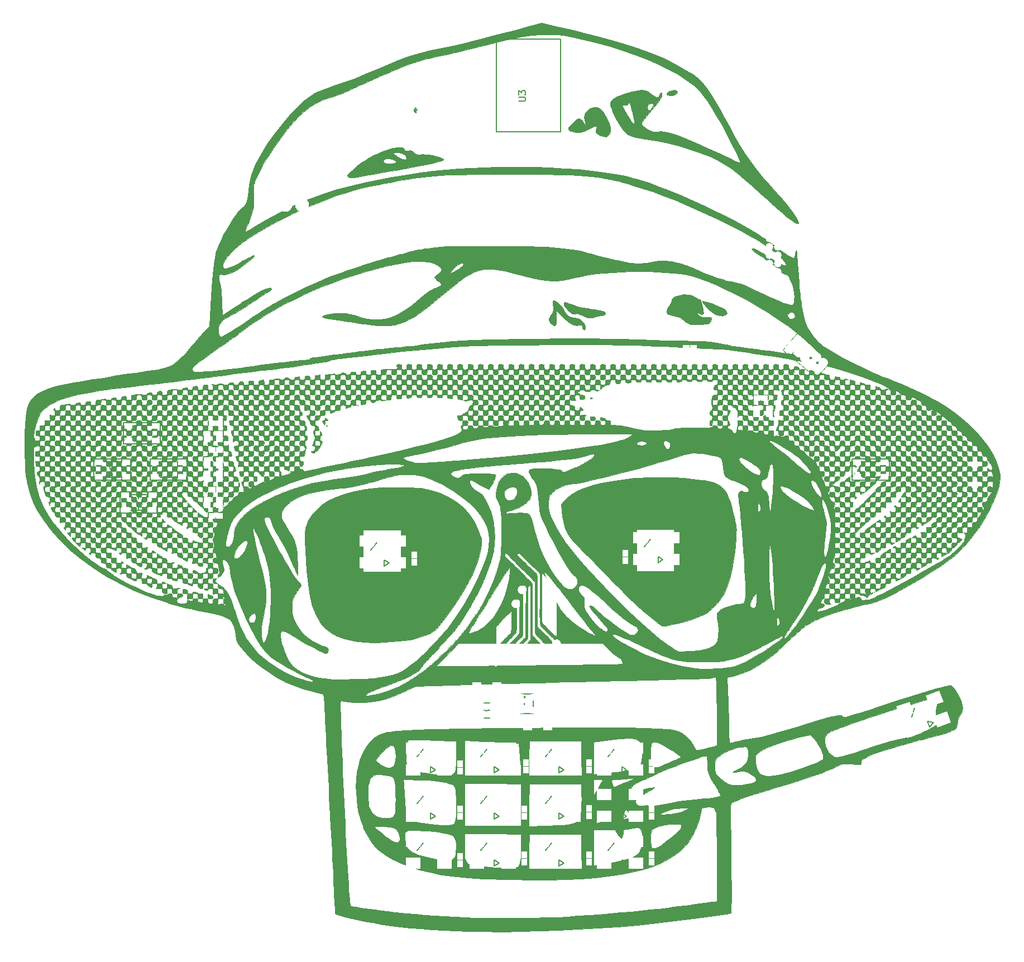
<source format=gto>
G04 #@! TF.FileFunction,Legend,Top*
%FSLAX46Y46*%
G04 Gerber Fmt 4.6, Leading zero omitted, Abs format (unit mm)*
G04 Created by KiCad (PCBNEW 4.0.6-e0-6349~52~ubuntu16.10.1) date Sat Jun 17 22:57:17 2017*
%MOMM*%
%LPD*%
G01*
G04 APERTURE LIST*
%ADD10C,0.100000*%
%ADD11C,0.010000*%
%ADD12C,0.127000*%
%ADD13C,0.150000*%
%ADD14C,0.120000*%
%ADD15C,0.203200*%
%ADD16C,0.037500*%
%ADD17C,1.187400*%
%ADD18C,1.390600*%
%ADD19C,1.924000*%
%ADD20C,4.400000*%
%ADD21R,1.000000X0.900000*%
%ADD22R,1.400000X2.000000*%
%ADD23R,1.300000X2.350000*%
%ADD24R,1.100000X1.700000*%
%ADD25R,1.303020X0.901700*%
%ADD26R,1.600000X1.100000*%
%ADD27R,0.700000X0.700000*%
%ADD28R,1.598880X1.598880*%
%ADD29R,0.800000X1.000000*%
%ADD30C,1.300000*%
%ADD31C,1.400000*%
%ADD32R,0.900000X1.000000*%
%ADD33R,1.700000X1.100000*%
%ADD34C,2.100000*%
%ADD35O,2.100000X2.100000*%
%ADD36R,2.200000X1.800000*%
G04 APERTURE END LIST*
D10*
D11*
G36*
X138044569Y-159653715D02*
X142047342Y-159654003D01*
X146012779Y-159654489D01*
X149921674Y-159655174D01*
X153754820Y-159656058D01*
X157493008Y-159657142D01*
X161117032Y-159658424D01*
X164607683Y-159659905D01*
X167945755Y-159661586D01*
X171112039Y-159663465D01*
X171456654Y-159663689D01*
X173166219Y-159664866D01*
X174684618Y-159666030D01*
X176013838Y-159667178D01*
X177155867Y-159668309D01*
X178112695Y-159669423D01*
X178886310Y-159670517D01*
X179478701Y-159671591D01*
X179891856Y-159672644D01*
X180127764Y-159673673D01*
X180188413Y-159674677D01*
X180075792Y-159675656D01*
X179791889Y-159676608D01*
X179338694Y-159677532D01*
X178718194Y-159678426D01*
X177932379Y-159679289D01*
X176983236Y-159680120D01*
X175872755Y-159680918D01*
X174602924Y-159681680D01*
X173175732Y-159682407D01*
X171593167Y-159683096D01*
X169857218Y-159683746D01*
X167969873Y-159684357D01*
X165933121Y-159684926D01*
X163748950Y-159685452D01*
X161419350Y-159685934D01*
X158946309Y-159686371D01*
X156331814Y-159686762D01*
X153577856Y-159687104D01*
X150686422Y-159687398D01*
X147659501Y-159687641D01*
X144499082Y-159687832D01*
X141207153Y-159687970D01*
X137785703Y-159688054D01*
X134250000Y-159688082D01*
X130701482Y-159688054D01*
X127280504Y-159687970D01*
X123989055Y-159687831D01*
X120829123Y-159687640D01*
X117802697Y-159687397D01*
X114911765Y-159687103D01*
X112158316Y-159686760D01*
X109544338Y-159686370D01*
X107071820Y-159685932D01*
X104742751Y-159685450D01*
X102559119Y-159684923D01*
X100522912Y-159684354D01*
X98636120Y-159683744D01*
X96900731Y-159683094D01*
X95318734Y-159682404D01*
X93892116Y-159681678D01*
X92622868Y-159680915D01*
X91512976Y-159680117D01*
X90564431Y-159679286D01*
X89779219Y-159678423D01*
X89159331Y-159677529D01*
X88706755Y-159676605D01*
X88423478Y-159675653D01*
X88311491Y-159674674D01*
X88372781Y-159673669D01*
X88609336Y-159672640D01*
X89023147Y-159671587D01*
X89616200Y-159670513D01*
X90390485Y-159669419D01*
X91347990Y-159668305D01*
X92490704Y-159667173D01*
X93820616Y-159666025D01*
X95339714Y-159664862D01*
X97043346Y-159663689D01*
X100189101Y-159661787D01*
X103508805Y-159660084D01*
X106983250Y-159658581D01*
X110593228Y-159657276D01*
X114319531Y-159656170D01*
X118142953Y-159655264D01*
X122044285Y-159654556D01*
X126004321Y-159654047D01*
X130003851Y-159653738D01*
X134023670Y-159653627D01*
X138044569Y-159653715D01*
X138044569Y-159653715D01*
G37*
X138044569Y-159653715D02*
X142047342Y-159654003D01*
X146012779Y-159654489D01*
X149921674Y-159655174D01*
X153754820Y-159656058D01*
X157493008Y-159657142D01*
X161117032Y-159658424D01*
X164607683Y-159659905D01*
X167945755Y-159661586D01*
X171112039Y-159663465D01*
X171456654Y-159663689D01*
X173166219Y-159664866D01*
X174684618Y-159666030D01*
X176013838Y-159667178D01*
X177155867Y-159668309D01*
X178112695Y-159669423D01*
X178886310Y-159670517D01*
X179478701Y-159671591D01*
X179891856Y-159672644D01*
X180127764Y-159673673D01*
X180188413Y-159674677D01*
X180075792Y-159675656D01*
X179791889Y-159676608D01*
X179338694Y-159677532D01*
X178718194Y-159678426D01*
X177932379Y-159679289D01*
X176983236Y-159680120D01*
X175872755Y-159680918D01*
X174602924Y-159681680D01*
X173175732Y-159682407D01*
X171593167Y-159683096D01*
X169857218Y-159683746D01*
X167969873Y-159684357D01*
X165933121Y-159684926D01*
X163748950Y-159685452D01*
X161419350Y-159685934D01*
X158946309Y-159686371D01*
X156331814Y-159686762D01*
X153577856Y-159687104D01*
X150686422Y-159687398D01*
X147659501Y-159687641D01*
X144499082Y-159687832D01*
X141207153Y-159687970D01*
X137785703Y-159688054D01*
X134250000Y-159688082D01*
X130701482Y-159688054D01*
X127280504Y-159687970D01*
X123989055Y-159687831D01*
X120829123Y-159687640D01*
X117802697Y-159687397D01*
X114911765Y-159687103D01*
X112158316Y-159686760D01*
X109544338Y-159686370D01*
X107071820Y-159685932D01*
X104742751Y-159685450D01*
X102559119Y-159684923D01*
X100522912Y-159684354D01*
X98636120Y-159683744D01*
X96900731Y-159683094D01*
X95318734Y-159682404D01*
X93892116Y-159681678D01*
X92622868Y-159680915D01*
X91512976Y-159680117D01*
X90564431Y-159679286D01*
X89779219Y-159678423D01*
X89159331Y-159677529D01*
X88706755Y-159676605D01*
X88423478Y-159675653D01*
X88311491Y-159674674D01*
X88372781Y-159673669D01*
X88609336Y-159672640D01*
X89023147Y-159671587D01*
X89616200Y-159670513D01*
X90390485Y-159669419D01*
X91347990Y-159668305D01*
X92490704Y-159667173D01*
X93820616Y-159666025D01*
X95339714Y-159664862D01*
X97043346Y-159663689D01*
X100189101Y-159661787D01*
X103508805Y-159660084D01*
X106983250Y-159658581D01*
X110593228Y-159657276D01*
X114319531Y-159656170D01*
X118142953Y-159655264D01*
X122044285Y-159654556D01*
X126004321Y-159654047D01*
X130003851Y-159653738D01*
X134023670Y-159653627D01*
X138044569Y-159653715D01*
G36*
X141562954Y-21334360D02*
X143925096Y-21886673D01*
X146107366Y-22421656D01*
X148121837Y-22943542D01*
X149980588Y-23456562D01*
X151695692Y-23964947D01*
X153279226Y-24472930D01*
X154743265Y-24984742D01*
X156099885Y-25504614D01*
X157361162Y-26036779D01*
X158539172Y-26585467D01*
X159645990Y-27154911D01*
X160693692Y-27749343D01*
X161694353Y-28372993D01*
X161746956Y-28407368D01*
X162373925Y-28835722D01*
X162862508Y-29212705D01*
X163249498Y-29568315D01*
X163477974Y-29818615D01*
X164055314Y-30554260D01*
X164681608Y-31458446D01*
X165358900Y-32534508D01*
X166089234Y-33785783D01*
X166874653Y-35215605D01*
X167425497Y-36261217D01*
X168256670Y-37813619D01*
X169069789Y-39224002D01*
X169893196Y-40532976D01*
X170755232Y-41781154D01*
X171684237Y-43009146D01*
X172708553Y-44257565D01*
X173856520Y-45567021D01*
X174131574Y-45870723D01*
X175026353Y-46868473D01*
X175813379Y-47776974D01*
X176488432Y-48590491D01*
X177047293Y-49303284D01*
X177485740Y-49909618D01*
X177799553Y-50403755D01*
X177984513Y-50779957D01*
X178036398Y-51032488D01*
X177997820Y-51126553D01*
X177841387Y-51149801D01*
X177562673Y-51042469D01*
X177173531Y-50812958D01*
X176685816Y-50469672D01*
X176111384Y-50021013D01*
X175462088Y-49475385D01*
X174749784Y-48841191D01*
X174667870Y-48766179D01*
X173293031Y-47511182D01*
X172049712Y-46391878D01*
X170934738Y-45405517D01*
X169944933Y-44549349D01*
X169077124Y-43820622D01*
X168328135Y-43216587D01*
X167763972Y-42785392D01*
X166807731Y-42153293D01*
X165680154Y-41538662D01*
X164402796Y-40948860D01*
X162997212Y-40391247D01*
X161484958Y-39873183D01*
X159887589Y-39402030D01*
X158226661Y-38985148D01*
X156523727Y-38629898D01*
X154800345Y-38343639D01*
X154724524Y-38332764D01*
X153924694Y-38207562D01*
X153286997Y-38079014D01*
X152780536Y-37936813D01*
X152374415Y-37770648D01*
X152037737Y-37570211D01*
X151759085Y-37343290D01*
X151458158Y-37010365D01*
X151120609Y-36546100D01*
X150768207Y-35990815D01*
X150422722Y-35384827D01*
X150105926Y-34768455D01*
X149839589Y-34182017D01*
X149645481Y-33665832D01*
X149545372Y-33260218D01*
X149542611Y-33238425D01*
X149542282Y-33206076D01*
X151344296Y-33206076D01*
X151398261Y-33417530D01*
X151553808Y-33767799D01*
X151801416Y-34237697D01*
X152131562Y-34808035D01*
X152175441Y-34880935D01*
X152451925Y-35335912D01*
X152649542Y-35650510D01*
X152787994Y-35850461D01*
X152886983Y-35961500D01*
X152966211Y-36009358D01*
X153045381Y-36019769D01*
X153047377Y-36019772D01*
X153128029Y-35973378D01*
X153143011Y-35807793D01*
X153119609Y-35609316D01*
X153062985Y-35301113D01*
X152974080Y-34892444D01*
X152864318Y-34428262D01*
X152745123Y-33953519D01*
X152638439Y-33552687D01*
X155110836Y-33552687D01*
X155158584Y-33859077D01*
X155287394Y-34002131D01*
X155475614Y-33982099D01*
X155701593Y-33799227D01*
X155890092Y-33543779D01*
X156015708Y-33250380D01*
X155986539Y-33041469D01*
X155808457Y-32937268D01*
X155711720Y-32929278D01*
X155396707Y-33013780D01*
X155183964Y-33241278D01*
X155110836Y-33552687D01*
X152638439Y-33552687D01*
X152627920Y-33513166D01*
X152524133Y-33152156D01*
X152445188Y-32915441D01*
X152421589Y-32862821D01*
X152346492Y-32761257D01*
X152284435Y-32808377D01*
X152218118Y-32965419D01*
X152133407Y-33141213D01*
X152015948Y-33206358D01*
X151795318Y-33191940D01*
X151728437Y-33181578D01*
X151489302Y-33162141D01*
X151354952Y-33187705D01*
X151344296Y-33206076D01*
X149542282Y-33206076D01*
X149539347Y-32918382D01*
X149621990Y-32641100D01*
X149807941Y-32393338D01*
X150114601Y-32161858D01*
X150559371Y-31933422D01*
X151159654Y-31694793D01*
X151903828Y-31442073D01*
X152845425Y-31165276D01*
X153628500Y-30993506D01*
X154256303Y-30926250D01*
X154732088Y-30962997D01*
X154814146Y-30984225D01*
X155081087Y-31103079D01*
X155423117Y-31308025D01*
X155770795Y-31557013D01*
X155805184Y-31584306D01*
X156186230Y-31865965D01*
X156468792Y-32005236D01*
X156683064Y-32003787D01*
X156859239Y-31863281D01*
X156994106Y-31649881D01*
X157158789Y-31382935D01*
X157268988Y-31301291D01*
X157324697Y-31404952D01*
X157332129Y-31532745D01*
X157253118Y-31901226D01*
X157015998Y-32379100D01*
X156620636Y-32966565D01*
X156066897Y-33663820D01*
X155354650Y-34471060D01*
X155340706Y-34486241D01*
X154883892Y-34998142D01*
X154558924Y-35399031D01*
X154353417Y-35706375D01*
X154254986Y-35937640D01*
X154241996Y-36035709D01*
X154320551Y-36212732D01*
X154527701Y-36441754D01*
X154819729Y-36687486D01*
X155152920Y-36914640D01*
X155483559Y-37087929D01*
X155601232Y-37132912D01*
X156033084Y-37233229D01*
X156500385Y-37241779D01*
X156682061Y-37225822D01*
X157106640Y-37213117D01*
X157603209Y-37261518D01*
X158182612Y-37374797D01*
X158855691Y-37556722D01*
X159633290Y-37811066D01*
X160526253Y-38141598D01*
X161545422Y-38552089D01*
X162701642Y-39046311D01*
X164005755Y-39628032D01*
X165299809Y-40222515D01*
X165934227Y-40518227D01*
X166573633Y-40818052D01*
X167174690Y-41101540D01*
X167694061Y-41348240D01*
X168088409Y-41537703D01*
X168137423Y-41561542D01*
X168519203Y-41739969D01*
X168837307Y-41874225D01*
X169052060Y-41948420D01*
X169120900Y-41955446D01*
X169149752Y-41866274D01*
X169109610Y-41668401D01*
X168996112Y-41351530D01*
X168804894Y-40905368D01*
X168531595Y-40319618D01*
X168171850Y-39583984D01*
X167812899Y-38868822D01*
X167024128Y-37343659D01*
X166267210Y-35946377D01*
X165547474Y-34685693D01*
X164870249Y-33570325D01*
X164240864Y-32608990D01*
X163664649Y-31810406D01*
X163146933Y-31183290D01*
X163050910Y-31079243D01*
X162176172Y-30254943D01*
X161118756Y-29438502D01*
X159889110Y-28634353D01*
X158497682Y-27846928D01*
X156954919Y-27080659D01*
X155271269Y-26339979D01*
X153457179Y-25629320D01*
X151523098Y-24953114D01*
X149479472Y-24315794D01*
X147336750Y-23721791D01*
X145105380Y-23175538D01*
X143684611Y-22863337D01*
X143211108Y-22765389D01*
X142816493Y-22690653D01*
X142462217Y-22635957D01*
X142109726Y-22598133D01*
X141720472Y-22574008D01*
X141255902Y-22560413D01*
X140677466Y-22554177D01*
X139946614Y-22552129D01*
X139899809Y-22552074D01*
X139197591Y-22553810D01*
X138580777Y-22563462D01*
X138021979Y-22585087D01*
X137493811Y-22622742D01*
X136968887Y-22680485D01*
X136419818Y-22762374D01*
X135819220Y-22872465D01*
X135139704Y-23014817D01*
X134353884Y-23193488D01*
X133434373Y-23412534D01*
X132415019Y-23660996D01*
X130860384Y-24041286D01*
X129386526Y-24400073D01*
X128004576Y-24734715D01*
X126725665Y-25042568D01*
X125560925Y-25320989D01*
X124521488Y-25567334D01*
X123618485Y-25778960D01*
X122863048Y-25953223D01*
X122266309Y-26087480D01*
X121839400Y-26179088D01*
X121674455Y-26211552D01*
X121061994Y-26350912D01*
X120308326Y-26566099D01*
X119445177Y-26846894D01*
X118504274Y-27183079D01*
X117700749Y-27491419D01*
X117409951Y-27608571D01*
X117079044Y-27746435D01*
X116691583Y-27912311D01*
X116231122Y-28113501D01*
X115681215Y-28357306D01*
X115025416Y-28651027D01*
X114247280Y-29001967D01*
X113330360Y-29417425D01*
X112258211Y-29904704D01*
X111988783Y-30027317D01*
X110891624Y-30517274D01*
X109829527Y-30973363D01*
X108830607Y-31384254D01*
X107922978Y-31738622D01*
X107134754Y-32025137D01*
X106577735Y-32207447D01*
X105654066Y-32540665D01*
X104762641Y-32973992D01*
X103892094Y-33517920D01*
X103031058Y-34182940D01*
X102168168Y-34979544D01*
X101292057Y-35918225D01*
X100391360Y-37009473D01*
X99454710Y-38263781D01*
X98472012Y-39689734D01*
X97862191Y-40624307D01*
X97297442Y-41527735D01*
X96790095Y-42378348D01*
X96352480Y-43154475D01*
X95996926Y-43834448D01*
X95735762Y-44396596D01*
X95614573Y-44711787D01*
X95538534Y-44951907D01*
X95482525Y-45175789D01*
X95444352Y-45416440D01*
X95421823Y-45706866D01*
X95412745Y-46080075D01*
X95414924Y-46569074D01*
X95426166Y-47206869D01*
X95431681Y-47464259D01*
X95431580Y-48033831D01*
X95397764Y-48541615D01*
X95320413Y-49031044D01*
X95189708Y-49545551D01*
X94995830Y-50128572D01*
X94728959Y-50823539D01*
X94600763Y-51139698D01*
X94413374Y-51604922D01*
X94259139Y-52003013D01*
X94150033Y-52301825D01*
X94098033Y-52469212D01*
X94096519Y-52493161D01*
X94186765Y-52458299D01*
X94408547Y-52337669D01*
X94730467Y-52149241D01*
X95121126Y-51910985D01*
X95205296Y-51858590D01*
X97266272Y-50624142D01*
X99309542Y-49510600D01*
X101359278Y-48509184D01*
X103439655Y-47611115D01*
X105574845Y-46807612D01*
X107789023Y-46089895D01*
X110106362Y-45449186D01*
X112551036Y-44876703D01*
X115147219Y-44363667D01*
X116479657Y-44131709D01*
X118677947Y-43778903D01*
X120733989Y-43480760D01*
X122689620Y-43233452D01*
X124586680Y-43033152D01*
X126467007Y-42876032D01*
X128372440Y-42758263D01*
X130344817Y-42676018D01*
X132425977Y-42625470D01*
X133042775Y-42616360D01*
X135552862Y-42605511D01*
X137987466Y-42637670D01*
X140333270Y-42711777D01*
X142576959Y-42826767D01*
X144705218Y-42981578D01*
X146704732Y-43175149D01*
X148562186Y-43406416D01*
X150264263Y-43674317D01*
X151797648Y-43977788D01*
X152648098Y-44180847D01*
X153909367Y-44537779D01*
X155306362Y-44992321D01*
X156814927Y-45533696D01*
X158410909Y-46151127D01*
X160070152Y-46833839D01*
X161768501Y-47571054D01*
X163481803Y-48351997D01*
X165185901Y-49165892D01*
X166856641Y-50001961D01*
X168469869Y-50849429D01*
X170001429Y-51697520D01*
X171427167Y-52535456D01*
X171570076Y-52622613D01*
X172077748Y-52937309D01*
X172542274Y-53235289D01*
X173000831Y-53542093D01*
X173490597Y-53883263D01*
X174048748Y-54284341D01*
X174712462Y-54770868D01*
X174917729Y-54922518D01*
X175651579Y-55457495D01*
X176244693Y-55872083D01*
X176703911Y-56170518D01*
X177036072Y-56357032D01*
X177248016Y-56435860D01*
X177338815Y-56421298D01*
X177414711Y-56274327D01*
X177501828Y-56003380D01*
X177562351Y-55753173D01*
X177680438Y-55190495D01*
X177744337Y-55625095D01*
X177771018Y-55854801D01*
X177807857Y-56239794D01*
X177851614Y-56742670D01*
X177899052Y-57326026D01*
X177946933Y-57952458D01*
X177953346Y-58039544D01*
X178032481Y-59108387D01*
X178101177Y-60008339D01*
X178161704Y-60763247D01*
X178216334Y-61396957D01*
X178267338Y-61933315D01*
X178316986Y-62396169D01*
X178367550Y-62809364D01*
X178421300Y-63196746D01*
X178480508Y-63582163D01*
X178482206Y-63592776D01*
X178708333Y-64790519D01*
X178988813Y-65844053D01*
X179340185Y-66775948D01*
X179778990Y-67608772D01*
X180321769Y-68365096D01*
X180985062Y-69067488D01*
X181785410Y-69738519D01*
X182739352Y-70400758D01*
X183863430Y-71076775D01*
X184040034Y-71176444D01*
X184757401Y-71567169D01*
X185566864Y-71988749D01*
X186436317Y-72426009D01*
X187333654Y-72863771D01*
X188226770Y-73286860D01*
X189083557Y-73680100D01*
X189871910Y-74028314D01*
X190559724Y-74316325D01*
X191114891Y-74528959D01*
X191182699Y-74552711D01*
X191839412Y-74793984D01*
X192628549Y-75107757D01*
X193511522Y-75476731D01*
X194449742Y-75883607D01*
X195404621Y-76311086D01*
X196337570Y-76741869D01*
X197210001Y-77158658D01*
X197983325Y-77544153D01*
X198618954Y-77881056D01*
X198667490Y-77908068D01*
X200118446Y-78778010D01*
X201490692Y-79716808D01*
X202773737Y-80712289D01*
X203957085Y-81752284D01*
X205030243Y-82824621D01*
X205982718Y-83917129D01*
X206804016Y-85017638D01*
X207483643Y-86113976D01*
X208011106Y-87193972D01*
X208375911Y-88245456D01*
X208567564Y-89256256D01*
X208580913Y-89406058D01*
X208597358Y-89900665D01*
X208559493Y-90365287D01*
X208458434Y-90894768D01*
X208430149Y-91015577D01*
X208095326Y-92137205D01*
X207617744Y-93334550D01*
X207016634Y-94578124D01*
X206311230Y-95838441D01*
X205520761Y-97086011D01*
X204664462Y-98291349D01*
X203761562Y-99424965D01*
X202831296Y-100457374D01*
X201892894Y-101359086D01*
X201429402Y-101749515D01*
X200502873Y-102454776D01*
X199426366Y-103210569D01*
X198230270Y-103998310D01*
X196944976Y-104799416D01*
X195600871Y-105595303D01*
X194228346Y-106367389D01*
X192857789Y-107097088D01*
X191869715Y-107595410D01*
X190951350Y-108031696D01*
X190162210Y-108371647D01*
X189471219Y-108626691D01*
X188847300Y-108808255D01*
X188259378Y-108927767D01*
X188237072Y-108931279D01*
X187807265Y-109014456D01*
X187228677Y-109150460D01*
X186535345Y-109329768D01*
X185761305Y-109542864D01*
X184940592Y-109780225D01*
X184107245Y-110032335D01*
X183295299Y-110289671D01*
X182828707Y-110443920D01*
X181940818Y-110755788D01*
X181160472Y-111063612D01*
X180458489Y-111386234D01*
X179805688Y-111742495D01*
X179172889Y-112151237D01*
X178530913Y-112631301D01*
X177850578Y-113201530D01*
X177102705Y-113880763D01*
X176262229Y-114683844D01*
X175230950Y-115657431D01*
X174279879Y-116491644D01*
X173381072Y-117207147D01*
X172506586Y-117824607D01*
X171628476Y-118364687D01*
X170718799Y-118848051D01*
X170464446Y-118971376D01*
X169843796Y-119234031D01*
X169122238Y-119488098D01*
X168381864Y-119707631D01*
X167704765Y-119866686D01*
X167534358Y-119897402D01*
X167161303Y-119958846D01*
X167222924Y-120749195D01*
X167249826Y-121162074D01*
X167279492Y-121733072D01*
X167310718Y-122427192D01*
X167342298Y-123209437D01*
X167373027Y-124044811D01*
X167401701Y-124898317D01*
X167427114Y-125734959D01*
X167448061Y-126519740D01*
X167463336Y-127217664D01*
X167471736Y-127793733D01*
X167472962Y-128010266D01*
X167478143Y-128518049D01*
X167490830Y-128986824D01*
X167509149Y-129366187D01*
X167531227Y-129605735D01*
X167532585Y-129614291D01*
X167590232Y-129962802D01*
X168569735Y-129730994D01*
X169083165Y-129617402D01*
X169624273Y-129510509D01*
X170104940Y-129427293D01*
X170273574Y-129402687D01*
X171261441Y-129243746D01*
X172381120Y-129011876D01*
X173640830Y-128704932D01*
X175048787Y-128320772D01*
X176613210Y-127857249D01*
X178342317Y-127312220D01*
X178579277Y-127235382D01*
X179636907Y-126899139D01*
X180640918Y-126595002D01*
X181569063Y-126328982D01*
X182399094Y-126107087D01*
X183108763Y-125935327D01*
X183675822Y-125819710D01*
X183990398Y-125773848D01*
X184326574Y-125752521D01*
X184529214Y-125782724D01*
X184653028Y-125872713D01*
X184654125Y-125874029D01*
X184839075Y-125986148D01*
X185085969Y-126030536D01*
X185235821Y-126000996D01*
X185549910Y-125916228D01*
X186009229Y-125782085D01*
X186594771Y-125604418D01*
X187287529Y-125389078D01*
X188068497Y-125141919D01*
X188918666Y-124868791D01*
X189819030Y-124575546D01*
X189927186Y-124540057D01*
X191580852Y-123999685D01*
X193126708Y-123499926D01*
X194557301Y-123043035D01*
X195865175Y-122631267D01*
X197042875Y-122266878D01*
X198082948Y-121952122D01*
X198977939Y-121689256D01*
X199720392Y-121480534D01*
X200302853Y-121328213D01*
X200717868Y-121234546D01*
X200957981Y-121201791D01*
X200961216Y-121201772D01*
X201206873Y-121287461D01*
X201496168Y-121526818D01*
X201805243Y-121892534D01*
X202110242Y-122357300D01*
X202327339Y-122765563D01*
X202654228Y-123529405D01*
X202850693Y-124190803D01*
X202915217Y-124740124D01*
X202846278Y-125167734D01*
X202737419Y-125365493D01*
X202408499Y-125896845D01*
X202200929Y-126510586D01*
X202132889Y-126883217D01*
X202060261Y-127247315D01*
X201962473Y-127548269D01*
X201876396Y-127701614D01*
X201744611Y-127826259D01*
X201570331Y-127947652D01*
X201337879Y-128071020D01*
X201031574Y-128201589D01*
X200635737Y-128344588D01*
X200134689Y-128505242D01*
X199512752Y-128688779D01*
X198754244Y-128900427D01*
X197843489Y-129145412D01*
X196764805Y-129428961D01*
X196446197Y-129511909D01*
X194710009Y-129973261D01*
X193162800Y-130405717D01*
X191802664Y-130809906D01*
X190627694Y-131186456D01*
X189635985Y-131535998D01*
X188825630Y-131859161D01*
X188194722Y-132156574D01*
X187868399Y-132343686D01*
X187621722Y-132514454D01*
X187509769Y-132648879D01*
X187496558Y-132801000D01*
X187511149Y-132880221D01*
X187513341Y-133079885D01*
X187399016Y-133193954D01*
X187148011Y-133228938D01*
X186740162Y-133191347D01*
X186610014Y-133171157D01*
X186224751Y-133125217D01*
X185752671Y-133092752D01*
X185324861Y-133081168D01*
X184965520Y-133087414D01*
X184688556Y-133118698D01*
X184429996Y-133192877D01*
X184125869Y-133327810D01*
X183752369Y-133520150D01*
X183291182Y-133749983D01*
X182757823Y-133989517D01*
X182139885Y-134243040D01*
X181424961Y-134514839D01*
X180600644Y-134809205D01*
X179654529Y-135130425D01*
X178574208Y-135482788D01*
X177347275Y-135870583D01*
X175961323Y-136298099D01*
X174403946Y-136769623D01*
X174010529Y-136887646D01*
X173130220Y-137155506D01*
X172251240Y-137430733D01*
X171394843Y-137706044D01*
X170582282Y-137974156D01*
X169834813Y-138227785D01*
X169173689Y-138459649D01*
X168620163Y-138662463D01*
X168195492Y-138828946D01*
X167920928Y-138951813D01*
X167833705Y-139004273D01*
X167804452Y-139051326D01*
X167780511Y-139149321D01*
X167761741Y-139312608D01*
X167748003Y-139555534D01*
X167739155Y-139892448D01*
X167735057Y-140337700D01*
X167735569Y-140905636D01*
X167740549Y-141610607D01*
X167749857Y-142466961D01*
X167763352Y-143489046D01*
X167779125Y-144573384D01*
X167794646Y-145697150D01*
X167808223Y-146854831D01*
X167819642Y-148014950D01*
X167828687Y-149146027D01*
X167835144Y-150216584D01*
X167838798Y-151195142D01*
X167839433Y-152050222D01*
X167836834Y-152750346D01*
X167835845Y-152876167D01*
X167810836Y-155722296D01*
X167086501Y-155846267D01*
X164668887Y-156233838D01*
X162086058Y-156598952D01*
X159364876Y-156939534D01*
X156532205Y-157253511D01*
X153614907Y-157538809D01*
X150639844Y-157793354D01*
X147633879Y-158015072D01*
X144623875Y-158201889D01*
X141636694Y-158351732D01*
X138699198Y-158462526D01*
X135838251Y-158532199D01*
X133080714Y-158558675D01*
X131980418Y-158556531D01*
X131162559Y-158551354D01*
X130371725Y-158545152D01*
X129637607Y-158538247D01*
X128989895Y-158530960D01*
X128458277Y-158523614D01*
X128072444Y-158516530D01*
X127924144Y-158512568D01*
X126117605Y-158441286D01*
X124312209Y-158348749D01*
X122535071Y-158237160D01*
X120813310Y-158108724D01*
X119174044Y-157965645D01*
X117644388Y-157810126D01*
X116251461Y-157644372D01*
X115022380Y-157470586D01*
X114934410Y-157456792D01*
X114219742Y-157337205D01*
X113447682Y-157196368D01*
X112642103Y-157039699D01*
X111826879Y-156872618D01*
X111025884Y-156700542D01*
X110262990Y-156528889D01*
X109562072Y-156363077D01*
X108947004Y-156208525D01*
X108441658Y-156070650D01*
X108069909Y-155954872D01*
X107855629Y-155866608D01*
X107821533Y-155842509D01*
X107806246Y-155815871D01*
X107791815Y-155757380D01*
X107777309Y-155651090D01*
X107761795Y-155481061D01*
X107744342Y-155231347D01*
X107724019Y-154886007D01*
X107699894Y-154429096D01*
X107671035Y-153844671D01*
X107636511Y-153116789D01*
X107595390Y-152229507D01*
X107546739Y-151166881D01*
X107541139Y-151044107D01*
X107509960Y-150380651D01*
X107469439Y-149550575D01*
X107420932Y-148580117D01*
X107365793Y-147495517D01*
X107305377Y-146323014D01*
X107241039Y-145088847D01*
X107174134Y-143819254D01*
X107106017Y-142540476D01*
X107038043Y-141278750D01*
X107015032Y-140855133D01*
X106943628Y-139536241D01*
X106868660Y-138138096D01*
X106791898Y-136694507D01*
X106715113Y-135239283D01*
X106640073Y-133806234D01*
X106568551Y-132429169D01*
X106502314Y-131141897D01*
X106443134Y-129978227D01*
X106392780Y-128971969D01*
X106390593Y-128927757D01*
X106328351Y-127668297D01*
X106274633Y-126587776D01*
X106228212Y-125672222D01*
X106187863Y-124907665D01*
X106157365Y-124368627D01*
X108557638Y-124368627D01*
X108565275Y-124856717D01*
X108579898Y-125501339D01*
X108594635Y-126091368D01*
X108627519Y-127287325D01*
X108667610Y-128571826D01*
X108714274Y-129932713D01*
X108766872Y-131357829D01*
X108824768Y-132835015D01*
X108887325Y-134352114D01*
X108953906Y-135896969D01*
X109023874Y-137457422D01*
X109096593Y-139021316D01*
X109171426Y-140576493D01*
X109247735Y-142110795D01*
X109324885Y-143612066D01*
X109402238Y-145068146D01*
X109479157Y-146466880D01*
X109555005Y-147796108D01*
X109629147Y-149043675D01*
X109700944Y-150197421D01*
X109769761Y-151245190D01*
X109834959Y-152174825D01*
X109895903Y-152974166D01*
X109951956Y-153631058D01*
X110002480Y-154133342D01*
X110046839Y-154468861D01*
X110084397Y-154625457D01*
X110089687Y-154633051D01*
X110218871Y-154679684D01*
X110519954Y-154744876D01*
X110972870Y-154825757D01*
X111557553Y-154919456D01*
X112253940Y-155023100D01*
X113041963Y-155133820D01*
X113901559Y-155248744D01*
X114812662Y-155365001D01*
X115755206Y-155479720D01*
X116709128Y-155590030D01*
X117018130Y-155624438D01*
X118531067Y-155785394D01*
X119979286Y-155926572D01*
X121401257Y-156050782D01*
X122835451Y-156160834D01*
X124320336Y-156259537D01*
X125894382Y-156349702D01*
X127596059Y-156434139D01*
X128889923Y-156491604D01*
X129268593Y-156501858D01*
X129816167Y-156508407D01*
X130508438Y-156511501D01*
X131321196Y-156511395D01*
X132230230Y-156508341D01*
X133211332Y-156502591D01*
X134240291Y-156494398D01*
X135292899Y-156484015D01*
X136344945Y-156471695D01*
X137372219Y-156457690D01*
X138350513Y-156442253D01*
X139255617Y-156425637D01*
X140063321Y-156408094D01*
X140749415Y-156389878D01*
X141289690Y-156371240D01*
X141541634Y-156359540D01*
X143005993Y-156274875D01*
X144567210Y-156174285D01*
X146193588Y-156060388D01*
X147853429Y-155935800D01*
X149515036Y-155803139D01*
X151146710Y-155665022D01*
X152716754Y-155524067D01*
X154193469Y-155382890D01*
X155545157Y-155244109D01*
X156740122Y-155110340D01*
X156897528Y-155091632D01*
X157537016Y-155014065D01*
X158263678Y-154924347D01*
X159054453Y-154825464D01*
X159886279Y-154720401D01*
X160736093Y-154612145D01*
X161580834Y-154503681D01*
X162397438Y-154397995D01*
X163162845Y-154298073D01*
X163853991Y-154206901D01*
X164447815Y-154127464D01*
X164921254Y-154062749D01*
X165251246Y-154015741D01*
X165414729Y-153989426D01*
X165420532Y-153988165D01*
X165637832Y-153937765D01*
X165637832Y-147187197D01*
X165637026Y-145802731D01*
X165634496Y-144601554D01*
X165630078Y-143573804D01*
X165623606Y-142709622D01*
X165614913Y-141999146D01*
X165603834Y-141432515D01*
X165590204Y-140999869D01*
X165573856Y-140691346D01*
X165554626Y-140497086D01*
X165532347Y-140407228D01*
X165523763Y-140398606D01*
X165419758Y-140289066D01*
X165312852Y-140069582D01*
X165298266Y-140028390D01*
X165223245Y-139838793D01*
X165123510Y-139736234D01*
X164941901Y-139689200D01*
X164643379Y-139667343D01*
X164255561Y-139669858D01*
X163877155Y-139708577D01*
X163718425Y-139741215D01*
X163336928Y-139843941D01*
X163222924Y-140542693D01*
X162967802Y-141656838D01*
X162575248Y-142778145D01*
X162071037Y-143844482D01*
X161480947Y-144793717D01*
X161430521Y-144863118D01*
X160760745Y-145669110D01*
X159981634Y-146410717D01*
X159088018Y-147089051D01*
X158074724Y-147705227D01*
X156936579Y-148260358D01*
X155668412Y-148755557D01*
X154265050Y-149191938D01*
X152721322Y-149570615D01*
X151032054Y-149892701D01*
X149192076Y-150159310D01*
X147196214Y-150371555D01*
X145039296Y-150530550D01*
X142716151Y-150637409D01*
X140221606Y-150693244D01*
X137550489Y-150699170D01*
X134697628Y-150656300D01*
X134539733Y-150652652D01*
X132928509Y-150611430D01*
X131491743Y-150567020D01*
X130210744Y-150518137D01*
X129066824Y-150463493D01*
X128041294Y-150401804D01*
X127115464Y-150331783D01*
X126270646Y-150252144D01*
X125488149Y-150161600D01*
X124749285Y-150058867D01*
X124035364Y-149942659D01*
X123916159Y-149921653D01*
X122196612Y-149572822D01*
X120581671Y-149159383D01*
X120127513Y-149015970D01*
X137144234Y-149015970D01*
X145166412Y-149015970D01*
X145140715Y-146384221D01*
X145115019Y-143752472D01*
X137195627Y-143752472D01*
X137169930Y-146384221D01*
X137144234Y-149015970D01*
X120127513Y-149015970D01*
X119085010Y-148686771D01*
X117720306Y-148160418D01*
X116501236Y-147585760D01*
X115441475Y-146968230D01*
X114554700Y-146313261D01*
X114325124Y-146110908D01*
X113471601Y-145195477D01*
X112734278Y-144134448D01*
X112117434Y-142939651D01*
X111992752Y-142606022D01*
X113682939Y-142606022D01*
X113757845Y-142707771D01*
X113958024Y-142900511D01*
X114253619Y-143160150D01*
X114614777Y-143462592D01*
X115011641Y-143783743D01*
X115414357Y-144099511D01*
X115793070Y-144385800D01*
X116117924Y-144618518D01*
X116359065Y-144773569D01*
X116389986Y-144790685D01*
X116815259Y-144984796D01*
X117129187Y-145045000D01*
X117358943Y-144972007D01*
X117499372Y-144819767D01*
X117583650Y-144655259D01*
X117606955Y-144470511D01*
X117572630Y-144198120D01*
X117538716Y-144026314D01*
X117501543Y-143923004D01*
X118313603Y-143923004D01*
X118329613Y-144299966D01*
X118335623Y-144415389D01*
X118398837Y-145057938D01*
X118527450Y-145551522D01*
X118744500Y-145935632D01*
X119073026Y-146249758D01*
X119536065Y-146533389D01*
X119586473Y-146559460D01*
X119919284Y-146701523D01*
X120403297Y-146870610D01*
X121000279Y-147056029D01*
X121671993Y-147247087D01*
X122380205Y-147433092D01*
X123086681Y-147603351D01*
X123753185Y-147747173D01*
X124012737Y-147797259D01*
X124365298Y-147826907D01*
X124776328Y-147810545D01*
X125173451Y-147756155D01*
X125484290Y-147671720D01*
X125579110Y-147624507D01*
X125785197Y-147445926D01*
X125931903Y-147201196D01*
X126030137Y-146856230D01*
X126090805Y-146376939D01*
X126116711Y-145944447D01*
X126118835Y-145477798D01*
X127392965Y-145477798D01*
X127396181Y-146065695D01*
X127405107Y-146605609D01*
X127418664Y-147060198D01*
X127435769Y-147392120D01*
X127453052Y-147553856D01*
X127619659Y-147952074D01*
X127939915Y-148237891D01*
X128417804Y-148414735D01*
X128465900Y-148424867D01*
X128995757Y-148514097D01*
X129671048Y-148602337D01*
X130444070Y-148685544D01*
X131267126Y-148759673D01*
X132092515Y-148820679D01*
X132872538Y-148864517D01*
X133559495Y-148887143D01*
X133934200Y-148888550D01*
X134476497Y-148880260D01*
X134860755Y-148867640D01*
X135122088Y-148844960D01*
X135295607Y-148806489D01*
X135416424Y-148746496D01*
X135519653Y-148659248D01*
X135555411Y-148623932D01*
X135700858Y-148424812D01*
X135812384Y-148140940D01*
X135892596Y-147752177D01*
X135944103Y-147238383D01*
X135969511Y-146579416D01*
X135971430Y-145755138D01*
X135967339Y-145442586D01*
X135940114Y-143752472D01*
X131666539Y-143727323D01*
X127392965Y-143702174D01*
X127392965Y-145477798D01*
X126118835Y-145477798D01*
X126119839Y-145257250D01*
X126057955Y-144731306D01*
X125924748Y-144343847D01*
X125713910Y-144072109D01*
X125568802Y-143967381D01*
X125264505Y-143840420D01*
X124797498Y-143713796D01*
X124198187Y-143591771D01*
X123496976Y-143478605D01*
X122724273Y-143378562D01*
X121910481Y-143295903D01*
X121086009Y-143234889D01*
X120281259Y-143199783D01*
X120059183Y-143195108D01*
X119530752Y-143190729D01*
X119156622Y-143199520D01*
X118898153Y-143225579D01*
X118716702Y-143273007D01*
X118573628Y-143345902D01*
X118561026Y-143354040D01*
X118433669Y-143443883D01*
X118356240Y-143539180D01*
X118319348Y-143684148D01*
X118313603Y-143923004D01*
X117501543Y-143923004D01*
X117340764Y-143476183D01*
X117061199Y-143124715D01*
X146998288Y-143124715D01*
X146998288Y-148548427D01*
X147263878Y-148493730D01*
X147454749Y-148459922D01*
X147793260Y-148405287D01*
X148235885Y-148336659D01*
X148739098Y-148260871D01*
X148881558Y-148239794D01*
X149686872Y-148107556D01*
X150500887Y-147949344D01*
X151282768Y-147774841D01*
X151991683Y-147593731D01*
X152586798Y-147415698D01*
X152996387Y-147263942D01*
X153499215Y-146945214D01*
X153893221Y-146473952D01*
X154173239Y-145860607D01*
X154334108Y-145115630D01*
X154373461Y-144476806D01*
X154372402Y-144458408D01*
X155595569Y-144458408D01*
X155605381Y-144940511D01*
X155643895Y-145360391D01*
X155703607Y-145632391D01*
X155786594Y-145829107D01*
X155895959Y-145911157D01*
X156100432Y-145914209D01*
X156222230Y-145901526D01*
X156601548Y-145798715D01*
X157014334Y-145591318D01*
X157102272Y-145534184D01*
X157604515Y-145173979D01*
X158155839Y-144749066D01*
X158710351Y-144297385D01*
X159222157Y-143856874D01*
X159645365Y-143465472D01*
X159825576Y-143282921D01*
X160137074Y-142913263D01*
X160293379Y-142626208D01*
X160289419Y-142417203D01*
X160120123Y-142281696D01*
X159780420Y-142215136D01*
X159265238Y-142212970D01*
X158684220Y-142258497D01*
X157805834Y-142365061D01*
X157103730Y-142489493D01*
X156561421Y-142637457D01*
X156162420Y-142814616D01*
X155890239Y-143026633D01*
X155730984Y-143272895D01*
X155659107Y-143561186D01*
X155613723Y-143977495D01*
X155595569Y-144458408D01*
X154372402Y-144458408D01*
X154334861Y-143806484D01*
X154211896Y-143299155D01*
X154006101Y-142960026D01*
X153900142Y-142872116D01*
X153763211Y-142798649D01*
X153611266Y-142771622D01*
X153390052Y-142791141D01*
X153045315Y-142857311D01*
X152967126Y-142873934D01*
X152556453Y-142953957D01*
X152162514Y-143017617D01*
X151875475Y-143050679D01*
X151489163Y-143076426D01*
X151432278Y-143559316D01*
X151360894Y-143993409D01*
X151269900Y-144273094D01*
X151165531Y-144379726D01*
X151157642Y-144380228D01*
X151029326Y-144302799D01*
X150835599Y-144095079D01*
X150607866Y-143793918D01*
X150437527Y-143535171D01*
X150182938Y-143124715D01*
X146998288Y-143124715D01*
X117061199Y-143124715D01*
X117007436Y-143057125D01*
X116548418Y-142780363D01*
X116426837Y-142738245D01*
X116193793Y-142689961D01*
X115848413Y-142646194D01*
X115431497Y-142608908D01*
X114983850Y-142580071D01*
X114828380Y-142573525D01*
X137144699Y-142573525D01*
X139681189Y-142512595D01*
X140416293Y-142490441D01*
X141136270Y-142460509D01*
X141803503Y-142424981D01*
X142380374Y-142386038D01*
X142829265Y-142345864D01*
X143055049Y-142316927D01*
X143756145Y-142169673D01*
X144054378Y-142061680D01*
X147389486Y-142061680D01*
X147393259Y-142062358D01*
X147532311Y-142047558D01*
X147814202Y-142007779D01*
X148191273Y-141949953D01*
X148434995Y-141910845D01*
X148847045Y-141841807D01*
X149192738Y-141780433D01*
X149423733Y-141735480D01*
X149485767Y-141720492D01*
X149518946Y-141634153D01*
X149480074Y-141497447D01*
X151411836Y-141497447D01*
X152126545Y-141429306D01*
X152475041Y-141393132D01*
X152738783Y-141360201D01*
X152867730Y-141336867D01*
X152872378Y-141334567D01*
X152838001Y-141248936D01*
X152709571Y-141061686D01*
X152521485Y-140815453D01*
X152487837Y-140774039D01*
X157042395Y-140774039D01*
X157131689Y-140797632D01*
X157373879Y-140798648D01*
X157730423Y-140780232D01*
X158162781Y-140745530D01*
X158632413Y-140697687D01*
X159100778Y-140639848D01*
X159529336Y-140575158D01*
X159574546Y-140567384D01*
X160058052Y-140459489D01*
X160510724Y-140316594D01*
X160891816Y-140155698D01*
X161160578Y-139993799D01*
X161273585Y-139858630D01*
X161206157Y-139803251D01*
X160985061Y-139777737D01*
X160647034Y-139779474D01*
X160228811Y-139805849D01*
X159767129Y-139854245D01*
X159298727Y-139922049D01*
X158860339Y-140006647D01*
X158717625Y-140040537D01*
X158344091Y-140150492D01*
X157951395Y-140291508D01*
X157582553Y-140444748D01*
X157280584Y-140591379D01*
X157088505Y-140712565D01*
X157042395Y-140774039D01*
X152487837Y-140774039D01*
X152308143Y-140552872D01*
X152103942Y-140316579D01*
X151943281Y-140149209D01*
X151871890Y-140094498D01*
X151713347Y-140107212D01*
X151593035Y-140288804D01*
X151506521Y-140648223D01*
X151474654Y-140896440D01*
X151411836Y-141497447D01*
X149480074Y-141497447D01*
X149457070Y-141416549D01*
X149295779Y-141053679D01*
X149247288Y-140954514D01*
X149077324Y-140623164D01*
X148936497Y-140370917D01*
X148847803Y-140238149D01*
X148833155Y-140227377D01*
X148754789Y-140297863D01*
X148580760Y-140490070D01*
X148336351Y-140775115D01*
X148046850Y-141124117D01*
X148029898Y-141144867D01*
X147753883Y-141493376D01*
X147542173Y-141781039D01*
X147414223Y-141979819D01*
X147389486Y-142061680D01*
X144054378Y-142061680D01*
X144283522Y-141978705D01*
X144653044Y-141737302D01*
X144795567Y-141579468D01*
X144926518Y-141284678D01*
X145027527Y-140803504D01*
X145098169Y-140140452D01*
X145138017Y-139300026D01*
X145146646Y-138286730D01*
X145142483Y-137909506D01*
X145115019Y-136122814D01*
X137195627Y-136122814D01*
X137170163Y-139348169D01*
X137144699Y-142573525D01*
X114828380Y-142573525D01*
X114546272Y-142561647D01*
X114159568Y-142555604D01*
X113864538Y-142563907D01*
X113701986Y-142588523D01*
X113682939Y-142606022D01*
X111992752Y-142606022D01*
X111970040Y-142545247D01*
X127392965Y-142545247D01*
X135991006Y-142545247D01*
X135965560Y-139334031D01*
X135940114Y-136122814D01*
X131666539Y-136097665D01*
X127392965Y-136072516D01*
X127392965Y-142545247D01*
X111970040Y-142545247D01*
X111625349Y-141622914D01*
X111262302Y-140196065D01*
X111032572Y-138670934D01*
X110952638Y-137272739D01*
X112727610Y-137272739D01*
X112731676Y-137858680D01*
X112758654Y-138453774D01*
X112806301Y-139006152D01*
X112872373Y-139463946D01*
X112944887Y-139749896D01*
X113251719Y-140359732D01*
X113677716Y-140822562D01*
X114227172Y-141140914D01*
X114904381Y-141317313D01*
X115674347Y-141355581D01*
X116099482Y-141327106D01*
X116379346Y-141265096D01*
X116560435Y-141159150D01*
X116563088Y-141156765D01*
X116694465Y-140989587D01*
X116796261Y-140741043D01*
X116870742Y-140391728D01*
X116920174Y-139922236D01*
X116946823Y-139313164D01*
X116952954Y-138545107D01*
X116945873Y-137878775D01*
X116928948Y-137065488D01*
X116899398Y-136422596D01*
X116845072Y-135927336D01*
X116753820Y-135556949D01*
X116706431Y-135466350D01*
X118108643Y-135466350D01*
X118164962Y-136036027D01*
X118186126Y-136289699D01*
X118215941Y-136702632D01*
X118252192Y-137241237D01*
X118292662Y-137871926D01*
X118335136Y-138561108D01*
X118367902Y-139112046D01*
X118408905Y-139787367D01*
X118448789Y-140397083D01*
X118485627Y-140915286D01*
X118517491Y-141316070D01*
X118542454Y-141573526D01*
X118557573Y-141661439D01*
X118658838Y-141684669D01*
X118922460Y-141730550D01*
X119319534Y-141794729D01*
X119821157Y-141872852D01*
X120398426Y-141960566D01*
X121022439Y-142053519D01*
X121664291Y-142147356D01*
X122295079Y-142237724D01*
X122885901Y-142320271D01*
X123336692Y-142381247D01*
X123583666Y-142399771D01*
X123959409Y-142411537D01*
X124399598Y-142414925D01*
X124606441Y-142413219D01*
X125067008Y-142400129D01*
X125377362Y-142371156D01*
X125580257Y-142319007D01*
X125718446Y-142236393D01*
X125736747Y-142220459D01*
X125869635Y-142055998D01*
X125972242Y-141818595D01*
X126047051Y-141487606D01*
X126096544Y-141042391D01*
X126123206Y-140462307D01*
X126129518Y-139726713D01*
X126121717Y-139020152D01*
X126104612Y-138218136D01*
X126075403Y-137585829D01*
X126021674Y-137099787D01*
X125931010Y-136736564D01*
X125790994Y-136472715D01*
X125589211Y-136284794D01*
X125313246Y-136149355D01*
X124950681Y-136042953D01*
X124492050Y-135942749D01*
X123867848Y-135823875D01*
X123259886Y-135730145D01*
X122626163Y-135657515D01*
X121924678Y-135601938D01*
X121113428Y-135559371D01*
X120167344Y-135526259D01*
X119095125Y-135495057D01*
X146998288Y-135495057D01*
X147000560Y-136774715D01*
X147002831Y-138054373D01*
X147581530Y-136947053D01*
X147617534Y-136879189D01*
X152617319Y-136879189D01*
X152683900Y-137066418D01*
X152684549Y-137067069D01*
X152847087Y-137129987D01*
X153137656Y-137164004D01*
X153493384Y-137169656D01*
X153851403Y-137147480D01*
X154148844Y-137098013D01*
X154276039Y-137053479D01*
X154439077Y-136999181D01*
X154721891Y-136930141D01*
X155073607Y-136855935D01*
X155443352Y-136786137D01*
X155780252Y-136730320D01*
X156033433Y-136698060D01*
X156152022Y-136698930D01*
X156153624Y-136700126D01*
X156092308Y-136759767D01*
X155903659Y-136893069D01*
X155626736Y-137075598D01*
X155300600Y-137282920D01*
X154964308Y-137490601D01*
X154656921Y-137674207D01*
X154417498Y-137809303D01*
X154285098Y-137871457D01*
X154279129Y-137872737D01*
X154044755Y-137974697D01*
X153777821Y-138186100D01*
X153527907Y-138453980D01*
X153344596Y-138725370D01*
X153277334Y-138942923D01*
X153363938Y-139111944D01*
X153573952Y-139284803D01*
X153841607Y-139426348D01*
X154101132Y-139501429D01*
X154280454Y-139479050D01*
X154416963Y-139449415D01*
X154685050Y-139426265D01*
X154980932Y-139415683D01*
X155296263Y-139422633D01*
X155517455Y-139449844D01*
X155593760Y-139487960D01*
X155682605Y-139518461D01*
X155927337Y-139512411D01*
X156295192Y-139474723D01*
X156753405Y-139410308D01*
X157269210Y-139324079D01*
X157809842Y-139220949D01*
X158342537Y-139105830D01*
X158669010Y-139026901D01*
X159181479Y-138915769D01*
X159843788Y-138801070D01*
X160612838Y-138688399D01*
X161445528Y-138583350D01*
X162298761Y-138491519D01*
X163129438Y-138418499D01*
X163611955Y-138385265D01*
X164296351Y-138334693D01*
X164905723Y-138271672D01*
X165401360Y-138200926D01*
X165744552Y-138127181D01*
X165757359Y-138123396D01*
X166306966Y-137957795D01*
X166012738Y-137486561D01*
X165843958Y-137195339D01*
X165722129Y-136946416D01*
X165683962Y-136835938D01*
X165613273Y-136674133D01*
X165457885Y-136410029D01*
X165248955Y-136095881D01*
X165209290Y-136039768D01*
X164824974Y-135471884D01*
X164554014Y-134983347D01*
X164375967Y-134514195D01*
X164270394Y-134004464D01*
X164219327Y-133422399D01*
X165301673Y-133422399D01*
X165322681Y-133947905D01*
X165434528Y-134430680D01*
X165435257Y-134432700D01*
X165600113Y-134712946D01*
X165891601Y-135047026D01*
X166266389Y-135397004D01*
X166681146Y-135724947D01*
X167092541Y-135992918D01*
X167378707Y-136134099D01*
X167982870Y-136294868D01*
X168710224Y-136352228D01*
X169520439Y-136305580D01*
X170273574Y-136177209D01*
X170809401Y-136053052D01*
X171183436Y-135950633D01*
X171423831Y-135856606D01*
X171558735Y-135757625D01*
X171616301Y-135640343D01*
X171625665Y-135536196D01*
X171534817Y-135258605D01*
X171277814Y-134965584D01*
X170877963Y-134679283D01*
X170533681Y-134498494D01*
X170075628Y-134308507D01*
X169688746Y-134215789D01*
X169289800Y-134210240D01*
X168795553Y-134281763D01*
X168776568Y-134285338D01*
X168440221Y-134343963D01*
X168187468Y-134378581D01*
X168068959Y-134382367D01*
X168066653Y-134381005D01*
X168128830Y-134325874D01*
X168324300Y-134210610D01*
X168612385Y-134059007D01*
X168646120Y-134042064D01*
X169303598Y-133672272D01*
X169789408Y-133295060D01*
X170124042Y-132883415D01*
X170312363Y-132446578D01*
X171498788Y-132446578D01*
X171539291Y-132928234D01*
X171641431Y-133438362D01*
X171791312Y-133924787D01*
X171975041Y-134335336D01*
X172178721Y-134617835D01*
X172230611Y-134661956D01*
X172517087Y-134802122D01*
X172908886Y-134908402D01*
X173318785Y-134962239D01*
X173605513Y-134954476D01*
X173799756Y-134932287D01*
X174114422Y-134901213D01*
X174439952Y-134871655D01*
X174860757Y-134811724D01*
X175397594Y-134699294D01*
X176025286Y-134542820D01*
X176718656Y-134350758D01*
X177452527Y-134131561D01*
X178201722Y-133893685D01*
X178941064Y-133645584D01*
X179645377Y-133395715D01*
X180289482Y-133152532D01*
X180848204Y-132924489D01*
X181296366Y-132720042D01*
X181608790Y-132547645D01*
X181760299Y-132415754D01*
X181761958Y-132412769D01*
X181803924Y-132159527D01*
X181745471Y-131787636D01*
X181602303Y-131332793D01*
X181390126Y-130830701D01*
X181124645Y-130317057D01*
X180821566Y-129827563D01*
X180801886Y-129801544D01*
X182030430Y-129801544D01*
X182132969Y-130356256D01*
X182343453Y-130898251D01*
X182646293Y-131384740D01*
X183025904Y-131772933D01*
X183359885Y-131977565D01*
X183562977Y-132053584D01*
X183774728Y-132091562D01*
X184026603Y-132087400D01*
X184350066Y-132037002D01*
X184776584Y-131936270D01*
X185337621Y-131781106D01*
X185716123Y-131670729D01*
X186369914Y-131472013D01*
X187093668Y-131242201D01*
X187807359Y-131007258D01*
X188430963Y-130793152D01*
X188537293Y-130755308D01*
X189317027Y-130485341D01*
X190137661Y-130218354D01*
X190965907Y-129963792D01*
X191768479Y-129731100D01*
X192512088Y-129529723D01*
X193163449Y-129369107D01*
X193689274Y-129258696D01*
X193958556Y-129217064D01*
X194452735Y-129140803D01*
X194993647Y-129029522D01*
X195407225Y-128923133D01*
X195929503Y-128745660D01*
X196505804Y-128510189D01*
X197104219Y-128234009D01*
X197692840Y-127934410D01*
X198239758Y-127628682D01*
X198713065Y-127334113D01*
X199080853Y-127067994D01*
X199311212Y-126847613D01*
X199353178Y-126785026D01*
X199400240Y-126605314D01*
X199305367Y-126427017D01*
X199267301Y-126383474D01*
X199017771Y-126031706D01*
X198885510Y-125633679D01*
X198865933Y-125153856D01*
X198954451Y-124556699D01*
X199003581Y-124340304D01*
X199112860Y-123820973D01*
X199147640Y-123457122D01*
X199106477Y-123225421D01*
X198987927Y-123102541D01*
X198925553Y-123080332D01*
X198694649Y-123078620D01*
X198296590Y-123143178D01*
X197744493Y-123270911D01*
X197051474Y-123458723D01*
X196230650Y-123703519D01*
X196059885Y-123756668D01*
X194424651Y-124270817D01*
X192951557Y-124738381D01*
X191617328Y-125166906D01*
X190398689Y-125563940D01*
X189272365Y-125937027D01*
X188215081Y-126293714D01*
X187850760Y-126418228D01*
X186735740Y-126800744D01*
X185788638Y-127126750D01*
X184994708Y-127402538D01*
X184339207Y-127634403D01*
X183807390Y-127828636D01*
X183384515Y-127991532D01*
X183055836Y-128129382D01*
X182806609Y-128248480D01*
X182622091Y-128355118D01*
X182487538Y-128455590D01*
X182388205Y-128556189D01*
X182309349Y-128663208D01*
X182236225Y-128782939D01*
X182211533Y-128825128D01*
X182051422Y-129276905D01*
X182030430Y-129801544D01*
X180801886Y-129801544D01*
X180496595Y-129397918D01*
X180376847Y-129264323D01*
X179850427Y-128707642D01*
X179358474Y-128772902D01*
X178979898Y-128844201D01*
X178454333Y-128972957D01*
X177815492Y-129148401D01*
X177097092Y-129359763D01*
X176332846Y-129596272D01*
X175556469Y-129847160D01*
X174801676Y-130101655D01*
X174102183Y-130348989D01*
X173491704Y-130578390D01*
X173003953Y-130779089D01*
X172832889Y-130857458D01*
X172302761Y-131136562D01*
X171932077Y-131396140D01*
X171692540Y-131662073D01*
X171555850Y-131960242D01*
X171533817Y-132045567D01*
X171498788Y-132446578D01*
X170312363Y-132446578D01*
X170327993Y-132410323D01*
X170421753Y-131848772D01*
X170430430Y-131689946D01*
X170418646Y-131182143D01*
X170333464Y-130831423D01*
X170165225Y-130612533D01*
X169983416Y-130521158D01*
X169802568Y-130513931D01*
X169489215Y-130547577D01*
X169093340Y-130611840D01*
X168664922Y-130696463D01*
X168253943Y-130791190D01*
X167910384Y-130885763D01*
X167684225Y-130969926D01*
X167631945Y-131003715D01*
X167465918Y-131110445D01*
X167211029Y-131219962D01*
X167171066Y-131233656D01*
X166774884Y-131409385D01*
X166326451Y-131676387D01*
X165905150Y-131984574D01*
X165714676Y-132152601D01*
X165504571Y-132468437D01*
X165364604Y-132910473D01*
X165301673Y-133422399D01*
X164219327Y-133422399D01*
X164216852Y-133394192D01*
X164204969Y-133093669D01*
X164168691Y-131899505D01*
X163680934Y-131964208D01*
X163339695Y-132028655D01*
X163039056Y-132117047D01*
X162942691Y-132158384D01*
X162728445Y-132249249D01*
X162395970Y-132368684D01*
X162012867Y-132492567D01*
X161967870Y-132506234D01*
X161220953Y-132748126D01*
X160345149Y-133059346D01*
X159384077Y-133422331D01*
X158381359Y-133819515D01*
X157380613Y-134233336D01*
X156425460Y-134646227D01*
X155559521Y-135040625D01*
X154991403Y-135315446D01*
X154644630Y-135481606D01*
X154362000Y-135603610D01*
X154188402Y-135662612D01*
X154160023Y-135664498D01*
X154044029Y-135701285D01*
X153812119Y-135820880D01*
X153509457Y-135999501D01*
X153433942Y-136046840D01*
X153000229Y-136358660D01*
X152725392Y-136639690D01*
X152617319Y-136879189D01*
X147617534Y-136879189D01*
X147806666Y-136522702D01*
X148006430Y-136158051D01*
X148160755Y-135888915D01*
X148249571Y-135751105D01*
X148255304Y-135744658D01*
X148339656Y-135624481D01*
X148306891Y-135573877D01*
X149605893Y-135573877D01*
X149639046Y-135755362D01*
X149722088Y-136014438D01*
X149830393Y-136290001D01*
X149939334Y-136520948D01*
X150024287Y-136646174D01*
X150041201Y-136653993D01*
X150165784Y-136616115D01*
X150430090Y-136512317D01*
X150798338Y-136357355D01*
X151234749Y-136165984D01*
X151351510Y-136113640D01*
X151824671Y-135900924D01*
X152262335Y-135704786D01*
X152620003Y-135545127D01*
X152853181Y-135441846D01*
X152875837Y-135431937D01*
X153100134Y-135318083D01*
X153141577Y-135254289D01*
X153004392Y-135242551D01*
X152692808Y-135284863D01*
X152600192Y-135301829D01*
X152299902Y-135344964D01*
X151865508Y-135389765D01*
X151355930Y-135430852D01*
X150846157Y-135462035D01*
X150382332Y-135489090D01*
X149997427Y-135518361D01*
X149727475Y-135546597D01*
X149608511Y-135570551D01*
X149605893Y-135573877D01*
X148306891Y-135573877D01*
X148290309Y-135548268D01*
X148088287Y-135507867D01*
X147714615Y-135495126D01*
X147674334Y-135495057D01*
X146998288Y-135495057D01*
X119095125Y-135495057D01*
X118108643Y-135466350D01*
X116706431Y-135466350D01*
X116613492Y-135288672D01*
X116473056Y-135157034D01*
X153275855Y-135157034D01*
X153324144Y-135205323D01*
X153372433Y-135157034D01*
X153324144Y-135108745D01*
X153275855Y-135157034D01*
X116473056Y-135157034D01*
X116411938Y-135099745D01*
X116137007Y-134967407D01*
X115947406Y-134915590D01*
X127392965Y-134915590D01*
X135988403Y-134915590D01*
X137144234Y-134915590D01*
X145166412Y-134915590D01*
X145140715Y-132283841D01*
X145116519Y-129805711D01*
X146998288Y-129805711D01*
X146998288Y-134704054D01*
X147360456Y-134663880D01*
X147583221Y-134640378D01*
X147954231Y-134602550D01*
X148429485Y-134554830D01*
X148964985Y-134501650D01*
X149219581Y-134476560D01*
X150311491Y-134363821D01*
X151226663Y-134256257D01*
X151981315Y-134150198D01*
X152591662Y-134041971D01*
X153073921Y-133927907D01*
X153444308Y-133804335D01*
X153719039Y-133667582D01*
X153914331Y-133513979D01*
X154014738Y-133391068D01*
X154169178Y-133038221D01*
X154273577Y-132550286D01*
X154327629Y-131978820D01*
X154331025Y-131375380D01*
X154317139Y-131204935D01*
X155609172Y-131204935D01*
X155615715Y-131809701D01*
X155627094Y-132375847D01*
X155641168Y-132781031D01*
X155662849Y-133057434D01*
X155697050Y-133237236D01*
X155748682Y-133352619D01*
X155822659Y-133435764D01*
X155870014Y-133475671D01*
X156101212Y-133609345D01*
X156377746Y-133655430D01*
X156726887Y-133609544D01*
X157175905Y-133467310D01*
X157752070Y-133224348D01*
X157921544Y-133146250D01*
X158406466Y-132921865D01*
X158887474Y-132702710D01*
X159305435Y-132515538D01*
X159575918Y-132397771D01*
X159864838Y-132265308D01*
X160065776Y-132154057D01*
X160131241Y-132094593D01*
X160052345Y-131958488D01*
X159828486Y-131750190D01*
X159485699Y-131487329D01*
X159050019Y-131187537D01*
X158547484Y-130868446D01*
X158004127Y-130547687D01*
X157445985Y-130242892D01*
X157243467Y-130138968D01*
X156787683Y-129931560D01*
X156441504Y-129829233D01*
X156191363Y-129815762D01*
X155983310Y-129850138D01*
X155829273Y-129930097D01*
X155722046Y-130080596D01*
X155654424Y-130326596D01*
X155619202Y-130693056D01*
X155609172Y-131204935D01*
X154317139Y-131204935D01*
X154283456Y-130791521D01*
X154184615Y-130278801D01*
X154035660Y-129891376D01*
X153818898Y-129602715D01*
X153526592Y-129403235D01*
X153127214Y-129281176D01*
X152589235Y-129224781D01*
X152228667Y-129217491D01*
X151891767Y-129230321D01*
X151403711Y-129265909D01*
X150804583Y-129319898D01*
X150134469Y-129387933D01*
X149433457Y-129465659D01*
X148741632Y-129548720D01*
X148099081Y-129632762D01*
X147545889Y-129713428D01*
X147312167Y-129751678D01*
X146998288Y-129805711D01*
X145116519Y-129805711D01*
X145115019Y-129652091D01*
X137195627Y-129652091D01*
X137169930Y-132283841D01*
X137144234Y-134915590D01*
X135988403Y-134915590D01*
X135982037Y-134553422D01*
X135972850Y-134351201D01*
X135950760Y-133990455D01*
X135918084Y-133505214D01*
X135877140Y-132929510D01*
X135830245Y-132297371D01*
X135812659Y-132066540D01*
X135649648Y-129941825D01*
X133235565Y-129832608D01*
X132442413Y-129797025D01*
X131594615Y-129759508D01*
X130749303Y-129722550D01*
X129963607Y-129688644D01*
X129294659Y-129660284D01*
X129107224Y-129652482D01*
X127392965Y-129581573D01*
X127392965Y-134915590D01*
X115947406Y-134915590D01*
X115776550Y-134868896D01*
X115318416Y-134781452D01*
X115289814Y-134776454D01*
X114577441Y-134691310D01*
X114010524Y-134719666D01*
X113570372Y-134873215D01*
X113238293Y-135163651D01*
X112995597Y-135602666D01*
X112823590Y-136201954D01*
X112797192Y-136335791D01*
X112748701Y-136747820D01*
X112727610Y-137272739D01*
X110952638Y-137272739D01*
X110940438Y-137059349D01*
X110938823Y-136750571D01*
X110978652Y-135478432D01*
X111095813Y-134349599D01*
X111298042Y-133327197D01*
X111520800Y-132607759D01*
X113944393Y-132607759D01*
X114172165Y-132850211D01*
X114642474Y-133236603D01*
X115226087Y-133538587D01*
X115448608Y-133617631D01*
X115741304Y-133706264D01*
X115925764Y-133739603D01*
X116078686Y-133718115D01*
X116276766Y-133642270D01*
X116322933Y-133622966D01*
X116615457Y-133411099D01*
X116816828Y-133052407D01*
X116930866Y-132536856D01*
X116952766Y-132119830D01*
X118510941Y-132119830D01*
X118522423Y-132673185D01*
X118568498Y-133092276D01*
X118653491Y-133405675D01*
X118781727Y-133641954D01*
X118887117Y-133764524D01*
X119024597Y-133885313D01*
X119189287Y-133987823D01*
X119405773Y-134078477D01*
X119698639Y-134163699D01*
X120092471Y-134249912D01*
X120611855Y-134343541D01*
X121281375Y-134451009D01*
X121839733Y-134535988D01*
X122895766Y-134678130D01*
X123800418Y-134765215D01*
X124546731Y-134797152D01*
X125127750Y-134773849D01*
X125536517Y-134695216D01*
X125740690Y-134587233D01*
X125863863Y-134448043D01*
X125959393Y-134264669D01*
X126030546Y-134013091D01*
X126080588Y-133669286D01*
X126112787Y-133209230D01*
X126130409Y-132608902D01*
X126136722Y-131844279D01*
X126136913Y-131673549D01*
X126137452Y-129638734D01*
X122610257Y-129520288D01*
X121801396Y-129494929D01*
X121052188Y-129474903D01*
X120384856Y-129460538D01*
X119821623Y-129452166D01*
X119384714Y-129450117D01*
X119096351Y-129454720D01*
X118978757Y-129466307D01*
X118978730Y-129466324D01*
X118806452Y-129679385D01*
X118673786Y-130080603D01*
X118580951Y-130669037D01*
X118529726Y-131403641D01*
X118510941Y-132119830D01*
X116952766Y-132119830D01*
X116962008Y-131943863D01*
X116934023Y-131265298D01*
X116847255Y-130769635D01*
X116695817Y-130454004D01*
X116473822Y-130315533D01*
X116175384Y-130351354D01*
X115794615Y-130558596D01*
X115325629Y-130934389D01*
X115174547Y-131072370D01*
X114832123Y-131411513D01*
X114517280Y-131757480D01*
X114276632Y-132057548D01*
X114194600Y-132180813D01*
X113944393Y-132607759D01*
X111520800Y-132607759D01*
X111593071Y-132374349D01*
X111988636Y-131454181D01*
X112093444Y-131245628D01*
X112618327Y-130361474D01*
X113199870Y-129628101D01*
X113825580Y-129058598D01*
X114482965Y-128666054D01*
X114604205Y-128614997D01*
X114839143Y-128529277D01*
X115098228Y-128449780D01*
X115389463Y-128376180D01*
X115720852Y-128308150D01*
X116100400Y-128245362D01*
X116536111Y-128187489D01*
X117035989Y-128134205D01*
X117608038Y-128085182D01*
X118260262Y-128040094D01*
X119000666Y-127998613D01*
X119837252Y-127960412D01*
X120778026Y-127925165D01*
X121830992Y-127892544D01*
X123004153Y-127862222D01*
X124305514Y-127833873D01*
X125743080Y-127807169D01*
X127324853Y-127781783D01*
X129058838Y-127757388D01*
X130953040Y-127733658D01*
X133015462Y-127710264D01*
X135254109Y-127686881D01*
X137676984Y-127663181D01*
X137968250Y-127660416D01*
X139988798Y-127641877D01*
X141828817Y-127626304D01*
X143500913Y-127613695D01*
X145017689Y-127604049D01*
X146391752Y-127597365D01*
X147635706Y-127593640D01*
X148762155Y-127592875D01*
X149783705Y-127595067D01*
X150712960Y-127600215D01*
X151562524Y-127608318D01*
X152345004Y-127619374D01*
X153073003Y-127633382D01*
X153759126Y-127650341D01*
X154048479Y-127658661D01*
X155234365Y-127697132D01*
X156244628Y-127737018D01*
X157096798Y-127780102D01*
X157808407Y-127828169D01*
X158396986Y-127883000D01*
X158880067Y-127946378D01*
X159275182Y-128020088D01*
X159599862Y-128105911D01*
X159871638Y-128205632D01*
X159998348Y-128263804D01*
X160483884Y-128567656D01*
X160998128Y-128998931D01*
X161491549Y-129508451D01*
X161914614Y-130047040D01*
X162114900Y-130365153D01*
X162305772Y-130682733D01*
X162472980Y-130922276D01*
X162587397Y-131043172D01*
X162606237Y-131050236D01*
X162749144Y-131029817D01*
X163032458Y-130972424D01*
X163416444Y-130887577D01*
X163861365Y-130784796D01*
X164327485Y-130673599D01*
X164775068Y-130563505D01*
X165164378Y-130464034D01*
X165455679Y-130384704D01*
X165609233Y-130335036D01*
X165622114Y-130327759D01*
X165634869Y-130220829D01*
X165644932Y-129943430D01*
X165652419Y-129518230D01*
X165657447Y-128967895D01*
X165660131Y-128315094D01*
X165660589Y-127582492D01*
X165658937Y-126792758D01*
X165655291Y-125968557D01*
X165649767Y-125132558D01*
X165642483Y-124307427D01*
X165633555Y-123515832D01*
X165623099Y-122780438D01*
X165611231Y-122123915D01*
X165598069Y-121568928D01*
X165583728Y-121138144D01*
X165573857Y-120935932D01*
X165514895Y-119946008D01*
X165165907Y-119952796D01*
X164959205Y-119965175D01*
X164929239Y-119996388D01*
X165010076Y-120036187D01*
X165033143Y-120053774D01*
X165005986Y-120070822D01*
X164919889Y-120087626D01*
X164766135Y-120104481D01*
X164536009Y-120121683D01*
X164220794Y-120139528D01*
X163811774Y-120158309D01*
X163300234Y-120178324D01*
X162677456Y-120199866D01*
X161934725Y-120223232D01*
X161063325Y-120248717D01*
X160054539Y-120276616D01*
X158899651Y-120307224D01*
X157589946Y-120340837D01*
X156116707Y-120377750D01*
X154471217Y-120418258D01*
X152644762Y-120462658D01*
X151875475Y-120481238D01*
X150323242Y-120518947D01*
X148609785Y-120561072D01*
X146766963Y-120606805D01*
X144826637Y-120655338D01*
X142820667Y-120705863D01*
X140780914Y-120757571D01*
X138739238Y-120809655D01*
X136727500Y-120861307D01*
X134777559Y-120911719D01*
X132921277Y-120960083D01*
X131190513Y-121005591D01*
X130984084Y-121011051D01*
X119943645Y-121303308D01*
X118380662Y-122070682D01*
X116964415Y-122707560D01*
X115609886Y-123193186D01*
X114277639Y-123540860D01*
X113686023Y-123653957D01*
X112994949Y-123742778D01*
X112215991Y-123794678D01*
X111396530Y-123810639D01*
X110583947Y-123791644D01*
X109825624Y-123738676D01*
X109168942Y-123652718D01*
X108713600Y-123550812D01*
X108658665Y-123540880D01*
X108616619Y-123561430D01*
X108586476Y-123633471D01*
X108567255Y-123778013D01*
X108557970Y-124016062D01*
X108557638Y-124368627D01*
X106157365Y-124368627D01*
X106152358Y-124280133D01*
X106120472Y-123775655D01*
X106090978Y-123380260D01*
X106062649Y-123079976D01*
X106034260Y-122860834D01*
X106004584Y-122708861D01*
X105974564Y-122616744D01*
X112519961Y-122616744D01*
X112608804Y-122651564D01*
X112859782Y-122636505D01*
X113249573Y-122575669D01*
X113754854Y-122473161D01*
X114352303Y-122333086D01*
X114830885Y-122210093D01*
X116147094Y-121793332D01*
X117330729Y-121285996D01*
X118673818Y-120560752D01*
X120055406Y-119673028D01*
X121452754Y-118643535D01*
X121862838Y-118304183D01*
X123128906Y-118304183D01*
X124850479Y-118303635D01*
X125164340Y-118302412D01*
X125657690Y-118298979D01*
X126316878Y-118293477D01*
X127128251Y-118286048D01*
X128078158Y-118276835D01*
X129152946Y-118265980D01*
X130338964Y-118253624D01*
X131622559Y-118239910D01*
X132990080Y-118224980D01*
X134427873Y-118208977D01*
X135922288Y-118192041D01*
X137459673Y-118174315D01*
X138927640Y-118157110D01*
X140456276Y-118138771D01*
X141931063Y-118120533D01*
X143340523Y-118102567D01*
X144673181Y-118085041D01*
X145917563Y-118068124D01*
X147062190Y-118051985D01*
X148095589Y-118036794D01*
X149006282Y-118022720D01*
X149782794Y-118009933D01*
X150413650Y-117998600D01*
X150887373Y-117988893D01*
X151192488Y-117980979D01*
X151317518Y-117975028D01*
X151319989Y-117974370D01*
X151328144Y-117864968D01*
X151300980Y-117642692D01*
X151292148Y-117593243D01*
X151226467Y-117377988D01*
X151094345Y-117209753D01*
X150849236Y-117037638D01*
X150710317Y-116956973D01*
X150441595Y-116776765D01*
X150082329Y-116496076D01*
X149677619Y-116151937D01*
X149272565Y-115781380D01*
X149235783Y-115746222D01*
X148278477Y-114827377D01*
X126473843Y-114827377D01*
X124801374Y-116565780D01*
X123128906Y-118304183D01*
X121862838Y-118304183D01*
X122843120Y-117492982D01*
X124203764Y-116242081D01*
X125511944Y-114911541D01*
X126419070Y-113889281D01*
X147400168Y-113889281D01*
X147423667Y-113943253D01*
X147520911Y-114046934D01*
X147576816Y-114025665D01*
X147577756Y-114012164D01*
X147509159Y-113930477D01*
X147466256Y-113900664D01*
X147400168Y-113889281D01*
X126419070Y-113889281D01*
X126744921Y-113522073D01*
X126962856Y-113247946D01*
X127972433Y-113247946D01*
X128054323Y-113289343D01*
X128272120Y-113266179D01*
X128584015Y-113189564D01*
X128948199Y-113070610D01*
X129322863Y-112920426D01*
X129480540Y-112847178D01*
X130301753Y-112344170D01*
X131073170Y-111669470D01*
X131785660Y-110840214D01*
X132430092Y-109873535D01*
X132997336Y-108786569D01*
X133478263Y-107596451D01*
X133863741Y-106320316D01*
X134144642Y-104975298D01*
X134289436Y-103837278D01*
X139368631Y-103837278D01*
X139401122Y-103940543D01*
X139491363Y-104194663D01*
X139628504Y-104569927D01*
X139801697Y-105036626D01*
X139983127Y-105520082D01*
X140422736Y-106629423D01*
X140870437Y-107652615D01*
X141312828Y-108561582D01*
X141736506Y-109328248D01*
X141997598Y-109740045D01*
X142728256Y-110662279D01*
X143621490Y-111528039D01*
X144649734Y-112314834D01*
X145785420Y-113000172D01*
X146322243Y-113268568D01*
X146766937Y-113473900D01*
X147058181Y-113598038D01*
X147215272Y-113646211D01*
X147257506Y-113623646D01*
X147204176Y-113535570D01*
X147187889Y-113515825D01*
X149887202Y-113515825D01*
X149937816Y-113631495D01*
X150134191Y-113813370D01*
X150462255Y-114052523D01*
X150907933Y-114340030D01*
X151457154Y-114666965D01*
X152095844Y-115024403D01*
X152809929Y-115403418D01*
X153585337Y-115795084D01*
X153884673Y-115941281D01*
X155758992Y-116778110D01*
X157591233Y-117449736D01*
X159418225Y-117967260D01*
X161276795Y-118341782D01*
X162354182Y-118494289D01*
X162862026Y-118534378D01*
X163511229Y-118553746D01*
X164251275Y-118553841D01*
X165031642Y-118536112D01*
X165801814Y-118502008D01*
X166511269Y-118452977D01*
X167109490Y-118390468D01*
X167376235Y-118350265D01*
X167979144Y-118233208D01*
X168504303Y-118101439D01*
X168997470Y-117937197D01*
X169504405Y-117722724D01*
X170070867Y-117440261D01*
X170742614Y-117072048D01*
X170901330Y-116982172D01*
X171588012Y-116583144D01*
X172271083Y-116170367D01*
X172933640Y-115755585D01*
X173558776Y-115350541D01*
X174129588Y-114966981D01*
X174629171Y-114616648D01*
X175040620Y-114311285D01*
X175347030Y-114062638D01*
X175364415Y-114045656D01*
X175863516Y-114045656D01*
X175944585Y-113998487D01*
X176111368Y-113834753D01*
X176347600Y-113572538D01*
X176637017Y-113229928D01*
X176963354Y-112825007D01*
X177310348Y-112375859D01*
X177325375Y-112355973D01*
X177898401Y-111576458D01*
X178478283Y-110750077D01*
X179041958Y-109912273D01*
X179566357Y-109098491D01*
X180028415Y-108344174D01*
X180405067Y-107684766D01*
X180570303Y-107369737D01*
X180910437Y-106658266D01*
X181224381Y-105936839D01*
X181503762Y-105230887D01*
X181740206Y-104565838D01*
X181925341Y-103967122D01*
X182050793Y-103460170D01*
X182108191Y-103070410D01*
X182089161Y-102823272D01*
X182076534Y-102795108D01*
X182003563Y-102701677D01*
X181925247Y-102734394D01*
X181801384Y-102914083D01*
X181780304Y-102948559D01*
X181680505Y-103143773D01*
X181526702Y-103482984D01*
X181334500Y-103930012D01*
X181119500Y-104448676D01*
X180928885Y-104922866D01*
X180402004Y-106200963D01*
X179876312Y-107360079D01*
X179323194Y-108454605D01*
X178714039Y-109538934D01*
X178020233Y-110667456D01*
X177436943Y-111560820D01*
X177048854Y-112145743D01*
X176691750Y-112688620D01*
X176381118Y-113165537D01*
X176132445Y-113552581D01*
X175961216Y-113825837D01*
X175884425Y-113958175D01*
X175863516Y-114045656D01*
X175364415Y-114045656D01*
X175531496Y-113882451D01*
X175577113Y-113782466D01*
X175530996Y-113765857D01*
X175420074Y-113810858D01*
X175170839Y-113934831D01*
X174813358Y-114122108D01*
X174377701Y-114357022D01*
X174040114Y-114542644D01*
X172847855Y-115191571D01*
X171789403Y-115740681D01*
X170839917Y-116200334D01*
X169974553Y-116580890D01*
X169168467Y-116892711D01*
X168396817Y-117146156D01*
X167634760Y-117351586D01*
X166941634Y-117502989D01*
X166626849Y-117557693D01*
X166286569Y-117599996D01*
X165891709Y-117631320D01*
X165413178Y-117653087D01*
X164821890Y-117666718D01*
X164088756Y-117673635D01*
X163416539Y-117675277D01*
X162516833Y-117671496D01*
X161731638Y-117654741D01*
X161034157Y-117618146D01*
X160397590Y-117554846D01*
X159795137Y-117457975D01*
X159200000Y-117320668D01*
X158585379Y-117136059D01*
X157924475Y-116897282D01*
X157190490Y-116597472D01*
X156356623Y-116229764D01*
X155396075Y-115787292D01*
X154615052Y-115420478D01*
X153713098Y-114999927D01*
X152867844Y-114615482D01*
X152096817Y-114274525D01*
X151417543Y-113984438D01*
X150847549Y-113752602D01*
X150404361Y-113586398D01*
X150105507Y-113493209D01*
X149996422Y-113475285D01*
X149887202Y-113515825D01*
X147187889Y-113515825D01*
X147174364Y-113499430D01*
X146702430Y-112933477D01*
X146147310Y-112248232D01*
X145501676Y-111434454D01*
X144758202Y-110482902D01*
X143909559Y-109384337D01*
X143861967Y-109322434D01*
X142966095Y-108161454D01*
X142163481Y-107130761D01*
X141853035Y-106736648D01*
X144792109Y-106736648D01*
X144842962Y-106921951D01*
X144977900Y-107116853D01*
X145208388Y-107365066D01*
X145650970Y-107820421D01*
X145624439Y-108595640D01*
X145615886Y-108973027D01*
X145633029Y-109245100D01*
X145693614Y-109479181D01*
X145815387Y-109742590D01*
X146016093Y-110102649D01*
X146026480Y-110120828D01*
X146347069Y-110622234D01*
X146731806Y-111129961D01*
X147154734Y-111618499D01*
X147589899Y-112062336D01*
X148011346Y-112435963D01*
X148393118Y-112713867D01*
X148709261Y-112870539D01*
X148849827Y-112895818D01*
X148985066Y-112853769D01*
X149004378Y-112722586D01*
X148902945Y-112494716D01*
X148675953Y-112162607D01*
X148318584Y-111718703D01*
X147826021Y-111155452D01*
X147537021Y-110837060D01*
X147037797Y-110274059D01*
X146649726Y-109797715D01*
X146381923Y-109420336D01*
X146243506Y-109154231D01*
X146225665Y-109066456D01*
X146310035Y-108966398D01*
X146479546Y-108936122D01*
X146643997Y-108979376D01*
X146868367Y-109120165D01*
X147174983Y-109375031D01*
X147566048Y-109741037D01*
X148083452Y-110218503D01*
X148664299Y-110715864D01*
X149285663Y-111216967D01*
X149924615Y-111705661D01*
X150558230Y-112165792D01*
X151163580Y-112581207D01*
X151717738Y-112935754D01*
X152197778Y-113213279D01*
X152580772Y-113397631D01*
X152843793Y-113472655D01*
X152863875Y-113473536D01*
X153070251Y-113412395D01*
X153318205Y-113257999D01*
X153385508Y-113202003D01*
X153607107Y-112942313D01*
X153653787Y-112704534D01*
X153520718Y-112476486D01*
X153203070Y-112245988D01*
X152955420Y-112117324D01*
X152520361Y-111878043D01*
X152014446Y-111539593D01*
X151426533Y-111093060D01*
X150745483Y-110529536D01*
X149960154Y-109840107D01*
X149059406Y-109015863D01*
X148945584Y-108909852D01*
X148125657Y-108153672D01*
X147426328Y-107529088D01*
X146835561Y-107027276D01*
X146341321Y-106639412D01*
X145931573Y-106356672D01*
X145594282Y-106170232D01*
X145317412Y-106071269D01*
X145088928Y-106050957D01*
X145051755Y-106055009D01*
X144903893Y-106106339D01*
X144828747Y-106242262D01*
X144795545Y-106498392D01*
X144792109Y-106736648D01*
X141853035Y-106736648D01*
X141456676Y-106233470D01*
X140848232Y-105472696D01*
X140340702Y-104851554D01*
X139936636Y-104373158D01*
X139638587Y-104040625D01*
X139449107Y-103857068D01*
X139370747Y-103825603D01*
X139368631Y-103837278D01*
X134289436Y-103837278D01*
X134291954Y-103817491D01*
X134348874Y-103189734D01*
X134130425Y-103453145D01*
X133987360Y-103646485D01*
X133756902Y-103983752D01*
X133452465Y-104444108D01*
X133087463Y-105006716D01*
X132675310Y-105650738D01*
X132229420Y-106355337D01*
X131763207Y-107099674D01*
X131290084Y-107862914D01*
X131253638Y-107922053D01*
X130920058Y-108462125D01*
X130516491Y-109113205D01*
X130075625Y-109822697D01*
X129630147Y-110538001D01*
X129212746Y-111206521D01*
X129166849Y-111279899D01*
X128828548Y-111823066D01*
X128527432Y-112311165D01*
X128277807Y-112720621D01*
X128093982Y-113027862D01*
X127990263Y-113209314D01*
X127972433Y-113247946D01*
X126962856Y-113247946D01*
X127879953Y-112094388D01*
X128717427Y-110915970D01*
X129411892Y-109823730D01*
X130079525Y-108660975D01*
X130705682Y-107459947D01*
X131275717Y-106252890D01*
X131774986Y-105072045D01*
X132188844Y-103949654D01*
X132502646Y-102917961D01*
X132661823Y-102231900D01*
X132744416Y-101685918D01*
X132814088Y-100986691D01*
X132869336Y-100173793D01*
X132908659Y-99286797D01*
X132930551Y-98365275D01*
X132933511Y-97448802D01*
X132916034Y-96576951D01*
X132895088Y-96091255D01*
X132849064Y-95333437D01*
X132798234Y-94740742D01*
X132737127Y-94285137D01*
X132660270Y-93938591D01*
X132562192Y-93673072D01*
X132437418Y-93460547D01*
X132362854Y-93364853D01*
X132184878Y-93023812D01*
X132090543Y-92554762D01*
X132084671Y-92298649D01*
X133387271Y-92298649D01*
X133495522Y-92683534D01*
X133630828Y-92896773D01*
X133936532Y-93136244D01*
X134292167Y-93189637D01*
X134694580Y-93056590D01*
X134751324Y-93024905D01*
X135046153Y-92768763D01*
X135260350Y-92420691D01*
X135380238Y-92032596D01*
X135392139Y-91656383D01*
X135282374Y-91343959D01*
X135215779Y-91262358D01*
X134936311Y-91108655D01*
X134572668Y-91079093D01*
X134179098Y-91163099D01*
X133809851Y-91350098D01*
X133551957Y-91586663D01*
X133404643Y-91909105D01*
X133387271Y-92298649D01*
X132084671Y-92298649D01*
X132077887Y-92002846D01*
X132144947Y-91413208D01*
X132289760Y-90830989D01*
X132494703Y-90331440D01*
X132890244Y-89740993D01*
X133385809Y-89289513D01*
X133954337Y-88987191D01*
X134568765Y-88844216D01*
X135202031Y-88870779D01*
X135826566Y-89076821D01*
X136312185Y-89405238D01*
X136765361Y-89877665D01*
X137152395Y-90444957D01*
X137439587Y-91057973D01*
X137590875Y-91649669D01*
X137593911Y-92253413D01*
X137427998Y-92800480D01*
X137089146Y-93294977D01*
X136573363Y-93741016D01*
X135876659Y-94142705D01*
X134995044Y-94504154D01*
X134732889Y-94592747D01*
X134302658Y-94741454D01*
X133992718Y-94866118D01*
X133817043Y-94958455D01*
X133789605Y-95010182D01*
X133924378Y-95013015D01*
X134056844Y-94993527D01*
X134284294Y-94969170D01*
X134653809Y-94946302D01*
X135114302Y-94927488D01*
X135614683Y-94915292D01*
X135615345Y-94915281D01*
X136158938Y-94910303D01*
X136585204Y-94928814D01*
X136915098Y-94991863D01*
X137169576Y-95120495D01*
X137369596Y-95335759D01*
X137536112Y-95658701D01*
X137690081Y-96110368D01*
X137852459Y-96711807D01*
X138001795Y-97312083D01*
X138322373Y-98514755D01*
X138665663Y-99591676D01*
X139056379Y-100610243D01*
X139519234Y-101637851D01*
X139785213Y-102175666D01*
X140330125Y-103193012D01*
X140873314Y-104097742D01*
X141404516Y-104876178D01*
X141913464Y-105514648D01*
X142389894Y-105999476D01*
X142823541Y-106316988D01*
X142937386Y-106374719D01*
X143223909Y-106482445D01*
X143459089Y-106496074D01*
X143720082Y-106434875D01*
X144105448Y-106235930D01*
X144354360Y-105936831D01*
X144463331Y-105577527D01*
X144428875Y-105197967D01*
X144247504Y-104838100D01*
X143915731Y-104537876D01*
X143887180Y-104520362D01*
X143692330Y-104343114D01*
X143426712Y-104010605D01*
X143101362Y-103542551D01*
X142727313Y-102958670D01*
X142315602Y-102278679D01*
X141877265Y-101522293D01*
X141423336Y-100709231D01*
X140964852Y-99859209D01*
X140512847Y-98991943D01*
X140078358Y-98127151D01*
X139672418Y-97284550D01*
X139306065Y-96483856D01*
X139031444Y-95844696D01*
X138898652Y-95506304D01*
X138801908Y-95201642D01*
X138731447Y-94880680D01*
X138677507Y-94493385D01*
X138630323Y-93989724D01*
X138604650Y-93657597D01*
X138588241Y-93471510D01*
X140090739Y-93471510D01*
X140110097Y-94111836D01*
X140212087Y-94781050D01*
X140373097Y-95366920D01*
X140753083Y-96309887D01*
X141275592Y-97329080D01*
X141942788Y-98427132D01*
X142756832Y-99606677D01*
X143719889Y-100870348D01*
X144834121Y-102220778D01*
X146101691Y-103660601D01*
X147524762Y-105192448D01*
X149105497Y-106818955D01*
X150846059Y-108542754D01*
X152503231Y-110134258D01*
X153482030Y-111056952D01*
X154345987Y-111858832D01*
X155115465Y-112557028D01*
X155810827Y-113168669D01*
X156452438Y-113710887D01*
X157060659Y-114200812D01*
X157655854Y-114655575D01*
X158258386Y-115092305D01*
X158888618Y-115528133D01*
X159022243Y-115618355D01*
X159277811Y-115788146D01*
X159492054Y-115913873D01*
X159698168Y-115999906D01*
X159929349Y-116050615D01*
X160218793Y-116070371D01*
X160599697Y-116063544D01*
X161105257Y-116034505D01*
X161768668Y-115987623D01*
X161806418Y-115984900D01*
X162850649Y-115885871D01*
X163715725Y-115749885D01*
X164412884Y-115572532D01*
X164953366Y-115349400D01*
X165348410Y-115076078D01*
X165609255Y-114748156D01*
X165728320Y-114445665D01*
X165858084Y-113676527D01*
X165892570Y-112794909D01*
X165830873Y-111856860D01*
X165827505Y-111832423D01*
X174722104Y-111832423D01*
X174747817Y-112059846D01*
X174759014Y-112095569D01*
X174860416Y-112200964D01*
X174990699Y-112145948D01*
X175110412Y-111950773D01*
X175126235Y-111907036D01*
X175156538Y-111677599D01*
X175132783Y-111401902D01*
X175069442Y-111139471D01*
X174980986Y-110949834D01*
X174881884Y-110892516D01*
X174879766Y-110893170D01*
X174814396Y-111001746D01*
X174761954Y-111238037D01*
X174729003Y-111536708D01*
X174722104Y-111832423D01*
X165827505Y-111832423D01*
X165776407Y-111461691D01*
X165703892Y-110993272D01*
X165664170Y-110673902D01*
X165657001Y-110462320D01*
X165682145Y-110317265D01*
X165739359Y-110197477D01*
X165768763Y-110151062D01*
X166003130Y-109918314D01*
X166388304Y-109674814D01*
X166883806Y-109436622D01*
X167449156Y-109219798D01*
X168043875Y-109040404D01*
X168627485Y-108914500D01*
X168882931Y-108882368D01*
X170688846Y-108882368D01*
X170702979Y-109148664D01*
X170848403Y-109330082D01*
X170940167Y-109384101D01*
X171206280Y-109457167D01*
X171414917Y-109362571D01*
X171580948Y-109122370D01*
X171643775Y-108917579D01*
X171689497Y-108610929D01*
X171716876Y-108252302D01*
X171724676Y-107891577D01*
X171711660Y-107578634D01*
X171676592Y-107363351D01*
X171626271Y-107294297D01*
X171503290Y-107373297D01*
X171327525Y-107579185D01*
X171130970Y-107865293D01*
X170945618Y-108184951D01*
X170803465Y-108491492D01*
X170800836Y-108498334D01*
X170688846Y-108882368D01*
X168882931Y-108882368D01*
X169005019Y-108867011D01*
X169370612Y-108834149D01*
X169593061Y-108792765D01*
X169721810Y-108719546D01*
X169806302Y-108591183D01*
X169862826Y-108462597D01*
X169909341Y-108323682D01*
X169943204Y-108142014D01*
X169965255Y-107892358D01*
X169976333Y-107549476D01*
X169977277Y-107088131D01*
X169968927Y-106483087D01*
X169953074Y-105749050D01*
X169918737Y-104713325D01*
X169862676Y-103524946D01*
X169847206Y-103255912D01*
X173532216Y-103255912D01*
X173539929Y-103940839D01*
X173556579Y-104617854D01*
X173582623Y-105266854D01*
X173618522Y-105867737D01*
X173648181Y-106231939D01*
X173741895Y-107142133D01*
X173845092Y-107955045D01*
X173954615Y-108654615D01*
X174067309Y-109224785D01*
X174180016Y-109649494D01*
X174289581Y-109912683D01*
X174388462Y-109998479D01*
X174406222Y-109906801D01*
X174415949Y-109651037D01*
X174417582Y-109260093D01*
X174411060Y-108762873D01*
X174396323Y-108188283D01*
X174392529Y-108070940D01*
X174353395Y-107051779D01*
X174304148Y-106013597D01*
X174246633Y-104980918D01*
X174182696Y-103978263D01*
X174114180Y-103030154D01*
X174042930Y-102161112D01*
X173970793Y-101395660D01*
X173899612Y-100758319D01*
X173831233Y-100273611D01*
X173789230Y-100052316D01*
X173737163Y-99903869D01*
X173689902Y-99928428D01*
X173647908Y-100105890D01*
X173611638Y-100416152D01*
X173581551Y-100839114D01*
X173558107Y-101354673D01*
X173541764Y-101942727D01*
X173532981Y-102583174D01*
X173532216Y-103255912D01*
X169847206Y-103255912D01*
X169787800Y-102222837D01*
X169697018Y-100845923D01*
X169593240Y-99433127D01*
X169479375Y-98023374D01*
X169358334Y-96655589D01*
X169233025Y-95368696D01*
X169113198Y-94264632D01*
X171827062Y-94264632D01*
X171838652Y-94566873D01*
X171864317Y-94714133D01*
X171957372Y-94882886D01*
X172084160Y-94878172D01*
X172210321Y-94707278D01*
X172239470Y-94634579D01*
X172268308Y-94415878D01*
X172243216Y-94143517D01*
X172179153Y-93877371D01*
X172091075Y-93677316D01*
X171993941Y-93603228D01*
X171982428Y-93605632D01*
X171905856Y-93719194D01*
X171851765Y-93960467D01*
X171827062Y-94264632D01*
X169113198Y-94264632D01*
X169106358Y-94201618D01*
X169061745Y-93824557D01*
X169005937Y-93334842D01*
X168960658Y-92880905D01*
X168930891Y-92516542D01*
X168921482Y-92310353D01*
X168973121Y-91996354D01*
X169107016Y-91773126D01*
X169291641Y-91681646D01*
X169392680Y-91697946D01*
X169834505Y-91844528D01*
X170181688Y-91911802D01*
X170404008Y-91895390D01*
X170460097Y-91852557D01*
X170512049Y-91603570D01*
X170382823Y-91333481D01*
X170082275Y-91049745D01*
X169620260Y-90759818D01*
X169515907Y-90710728D01*
X172398288Y-90710728D01*
X172440903Y-91102801D01*
X172593229Y-91381852D01*
X172891993Y-91613694D01*
X172907217Y-91622745D01*
X173141406Y-91822939D01*
X173312678Y-92124443D01*
X173430910Y-92554673D01*
X173505979Y-93141047D01*
X173519663Y-93322714D01*
X173570120Y-93971805D01*
X173622210Y-94429551D01*
X173677006Y-94697759D01*
X173735577Y-94778239D01*
X173798997Y-94672799D01*
X173868336Y-94383249D01*
X173929599Y-94014829D01*
X174011985Y-93377146D01*
X174081641Y-92671012D01*
X174138000Y-91923244D01*
X174176680Y-91229133D01*
X175264045Y-91229133D01*
X175412086Y-91502301D01*
X175696649Y-91845776D01*
X175897538Y-92048718D01*
X176267962Y-92374425D01*
X176715375Y-92719639D01*
X177216771Y-93071544D01*
X177749147Y-93417325D01*
X178289499Y-93744168D01*
X178814822Y-94039256D01*
X179302112Y-94289774D01*
X179728365Y-94482908D01*
X180070577Y-94605841D01*
X180305743Y-94645759D01*
X180410859Y-94589846D01*
X180414258Y-94564916D01*
X180349852Y-94383070D01*
X180179238Y-94112090D01*
X179936321Y-93795797D01*
X179655003Y-93478016D01*
X179537896Y-93365155D01*
X181671919Y-93365155D01*
X181694309Y-93570420D01*
X181757308Y-93919660D01*
X181852233Y-94370090D01*
X181970401Y-94878922D01*
X182019908Y-95079948D01*
X182370045Y-96478637D01*
X182164601Y-98433805D01*
X182066877Y-99425656D01*
X182001483Y-100232963D01*
X181968463Y-100854507D01*
X181967863Y-101289070D01*
X181999726Y-101535432D01*
X182048593Y-101596198D01*
X182133791Y-101513794D01*
X182224021Y-101312390D01*
X182233620Y-101282320D01*
X182410863Y-100589317D01*
X182577724Y-99704265D01*
X182734058Y-98628001D01*
X182822033Y-97897133D01*
X182866174Y-97354916D01*
X182859425Y-96874019D01*
X182798483Y-96348272D01*
X182767926Y-96158730D01*
X182657318Y-95604700D01*
X182511934Y-95022709D01*
X182345600Y-94456448D01*
X182172140Y-93949609D01*
X182005380Y-93545882D01*
X181860335Y-93290495D01*
X181674066Y-93049050D01*
X181671919Y-93365155D01*
X179537896Y-93365155D01*
X179369191Y-93202567D01*
X179342734Y-93179937D01*
X178780445Y-92731167D01*
X178192692Y-92308198D01*
X177601992Y-91922815D01*
X177030863Y-91586808D01*
X176501823Y-91311962D01*
X176037388Y-91110064D01*
X175660076Y-90992902D01*
X175392404Y-90972263D01*
X175264377Y-91045057D01*
X175264045Y-91229133D01*
X174176680Y-91229133D01*
X174180496Y-91160663D01*
X174208563Y-90410085D01*
X174209173Y-90376833D01*
X180022202Y-90376833D01*
X180088672Y-90671329D01*
X180230910Y-91029005D01*
X180436998Y-91418349D01*
X180695020Y-91807851D01*
X180909649Y-92074551D01*
X181186256Y-92365726D01*
X181364721Y-92495704D01*
X181451053Y-92465956D01*
X181451264Y-92277955D01*
X181438085Y-92203993D01*
X181328179Y-91824836D01*
X181152866Y-91407982D01*
X180935661Y-90992205D01*
X180700074Y-90616276D01*
X180469620Y-90318968D01*
X180267811Y-90139054D01*
X180164228Y-90103422D01*
X180043415Y-90177027D01*
X180022202Y-90376833D01*
X174209173Y-90376833D01*
X174221634Y-89698329D01*
X174219142Y-89052215D01*
X174200521Y-88498559D01*
X174165203Y-88064182D01*
X174112624Y-87775901D01*
X174063568Y-87673665D01*
X173912441Y-87614755D01*
X173771350Y-87736063D01*
X173648249Y-88024663D01*
X173551090Y-88467629D01*
X173543167Y-88519513D01*
X173422472Y-89117659D01*
X173263002Y-89553286D01*
X173069651Y-89815845D01*
X172906172Y-89892728D01*
X172647424Y-90019931D01*
X172470399Y-90293244D01*
X172398760Y-90674551D01*
X172398288Y-90710728D01*
X169515907Y-90710728D01*
X169006635Y-90471155D01*
X168273809Y-90198719D01*
X167694183Y-89988613D01*
X167274664Y-89780599D01*
X166986194Y-89537723D01*
X166799711Y-89223031D01*
X166686155Y-88799570D01*
X166616466Y-88230385D01*
X166603574Y-88074802D01*
X166548479Y-87538310D01*
X166470605Y-87156980D01*
X166353712Y-86893781D01*
X168981961Y-86893781D01*
X169038965Y-87152037D01*
X169050957Y-87176318D01*
X169270206Y-87488060D01*
X169616631Y-87853835D01*
X170046428Y-88237815D01*
X170515793Y-88604169D01*
X170980923Y-88917067D01*
X171398015Y-89140679D01*
X171506159Y-89184604D01*
X171810932Y-89287531D01*
X171996090Y-89316093D01*
X172119189Y-89272854D01*
X172185817Y-89214905D01*
X172304475Y-88978308D01*
X172240518Y-88687522D01*
X171993418Y-88341685D01*
X171562645Y-87939937D01*
X171257992Y-87702791D01*
X170900674Y-87457237D01*
X170493355Y-87207333D01*
X170079358Y-86976264D01*
X169702008Y-86787215D01*
X169404629Y-86663373D01*
X169247186Y-86626692D01*
X169057386Y-86701809D01*
X168981961Y-86893781D01*
X166353712Y-86893781D01*
X166353326Y-86892913D01*
X166180018Y-86708215D01*
X165943076Y-86569245D01*
X165657634Y-86469319D01*
X165224465Y-86361567D01*
X164688339Y-86254071D01*
X164094028Y-86154917D01*
X163486303Y-86072187D01*
X162909935Y-86013966D01*
X162837072Y-86008432D01*
X162404710Y-85986606D01*
X162007784Y-85992681D01*
X161609033Y-86033362D01*
X161171194Y-86115357D01*
X160657005Y-86245373D01*
X160029203Y-86430117D01*
X159408555Y-86625526D01*
X158152263Y-87020021D01*
X156837330Y-87418259D01*
X155483291Y-87815202D01*
X154109682Y-88205816D01*
X152736037Y-88585064D01*
X151381892Y-88947910D01*
X150066783Y-89289318D01*
X148810244Y-89604252D01*
X147631812Y-89887676D01*
X146551022Y-90134555D01*
X145587409Y-90339851D01*
X144760508Y-90498530D01*
X144089855Y-90605555D01*
X143859505Y-90633887D01*
X142846799Y-90804702D01*
X141976018Y-91080495D01*
X141254498Y-91457479D01*
X140689571Y-91931869D01*
X140304469Y-92469582D01*
X140155151Y-92908087D01*
X140090739Y-93471510D01*
X138588241Y-93471510D01*
X138531133Y-92823878D01*
X138442281Y-92076715D01*
X138342213Y-91441546D01*
X138235049Y-90943811D01*
X138124908Y-90608947D01*
X138103976Y-90565818D01*
X137990697Y-90377930D01*
X137803476Y-90093816D01*
X137581921Y-89773507D01*
X137571997Y-89759513D01*
X137275702Y-89323411D01*
X137096119Y-89003834D01*
X137023435Y-88771361D01*
X137047837Y-88596572D01*
X137141128Y-88467807D01*
X137326572Y-88348601D01*
X137622207Y-88262171D01*
X138045449Y-88206840D01*
X138613714Y-88180929D01*
X139344418Y-88182761D01*
X139934403Y-88198703D01*
X140664895Y-88231259D01*
X141225560Y-88275352D01*
X141639586Y-88335136D01*
X141930162Y-88414768D01*
X142120475Y-88518403D01*
X142205156Y-88605669D01*
X142286294Y-88684938D01*
X142403955Y-88701016D01*
X142610701Y-88651159D01*
X142846216Y-88572204D01*
X143477838Y-88334624D01*
X144124928Y-88060027D01*
X144762584Y-87762176D01*
X145365903Y-87454837D01*
X145909984Y-87151775D01*
X146369925Y-86866753D01*
X146720823Y-86613537D01*
X146937777Y-86405891D01*
X146998288Y-86277131D01*
X146918796Y-86169415D01*
X146699316Y-86154175D01*
X146368343Y-86229424D01*
X146069119Y-86341889D01*
X145778203Y-86449530D01*
X145412440Y-86552866D01*
X144960668Y-86653275D01*
X144411728Y-86752137D01*
X143754456Y-86850832D01*
X142977691Y-86950738D01*
X142070273Y-87053237D01*
X141021040Y-87159706D01*
X139818830Y-87271527D01*
X138452483Y-87390077D01*
X136910836Y-87516737D01*
X135940114Y-87593819D01*
X134191582Y-87733998D01*
X132628021Y-87865598D01*
X131241485Y-87989732D01*
X130024033Y-88107510D01*
X128967722Y-88220045D01*
X128064607Y-88328447D01*
X127306747Y-88433830D01*
X126686197Y-88537303D01*
X126195015Y-88639980D01*
X125825257Y-88742971D01*
X125568981Y-88847388D01*
X125418244Y-88954343D01*
X125365102Y-89064947D01*
X125364828Y-89073790D01*
X125448062Y-89194836D01*
X125658769Y-89339063D01*
X125938457Y-89477440D01*
X126228634Y-89580932D01*
X126466367Y-89620533D01*
X126709435Y-89538216D01*
X126877876Y-89380187D01*
X127018517Y-89244163D01*
X127230618Y-89137853D01*
X127535140Y-89058237D01*
X127953043Y-89002297D01*
X128505288Y-88967013D01*
X129212833Y-88949367D01*
X129893029Y-88945911D01*
X130622920Y-88951468D01*
X131182331Y-88969536D01*
X131593755Y-89004164D01*
X131879682Y-89059399D01*
X132062603Y-89139291D01*
X132165010Y-89247887D01*
X132204844Y-89362042D01*
X132175216Y-89510055D01*
X132073373Y-89781577D01*
X131920987Y-90131316D01*
X131739730Y-90513979D01*
X131551276Y-90884272D01*
X131377297Y-91196904D01*
X131239466Y-91406580D01*
X131210132Y-91440849D01*
X131083839Y-91495058D01*
X130875441Y-91463484D01*
X130568367Y-91338961D01*
X130146047Y-91114324D01*
X129591912Y-90782408D01*
X129377930Y-90648511D01*
X129009281Y-90423105D01*
X128693329Y-90243105D01*
X128469966Y-90130478D01*
X128388006Y-90103422D01*
X128278696Y-90178052D01*
X128289413Y-90402457D01*
X128411643Y-90757107D01*
X128679852Y-91224575D01*
X129018774Y-91514456D01*
X129286271Y-91608635D01*
X129650171Y-91767769D01*
X130023909Y-92097710D01*
X130396480Y-92577238D01*
X130756878Y-93185130D01*
X131094097Y-93900168D01*
X131397131Y-94701130D01*
X131654973Y-95566795D01*
X131856618Y-96475942D01*
X131880680Y-96610940D01*
X131993835Y-97578708D01*
X132027160Y-98650673D01*
X131983387Y-99756405D01*
X131865244Y-100825477D01*
X131680902Y-101765901D01*
X131581689Y-102097453D01*
X131418482Y-102570154D01*
X131205475Y-103148530D01*
X130956860Y-103797106D01*
X130686831Y-104480408D01*
X130409581Y-105162962D01*
X130139303Y-105809292D01*
X129890192Y-106383926D01*
X129676439Y-106851388D01*
X129526960Y-107149430D01*
X128939232Y-108224894D01*
X128423868Y-109149576D01*
X127966322Y-109945191D01*
X127552048Y-110633454D01*
X127166498Y-111236082D01*
X126795126Y-111774790D01*
X126423385Y-112271294D01*
X126036729Y-112747309D01*
X125620611Y-113224551D01*
X125160484Y-113724735D01*
X125028724Y-113864522D01*
X124630157Y-114293987D01*
X124214916Y-114755354D01*
X123835983Y-115189033D01*
X123580050Y-115493793D01*
X123264344Y-115859312D01*
X122862608Y-116293004D01*
X122432460Y-116733912D01*
X122122215Y-117036116D01*
X121603515Y-117556537D01*
X121244279Y-117985629D01*
X121042185Y-118321647D01*
X120732203Y-118798572D01*
X120423594Y-119079405D01*
X119879823Y-119426925D01*
X119147996Y-119813195D01*
X118229185Y-120237742D01*
X117124467Y-120700090D01*
X115834915Y-121199764D01*
X114644676Y-121635454D01*
X114126158Y-121829932D01*
X113631188Y-122031562D01*
X113191425Y-122225723D01*
X112838528Y-122397793D01*
X112604156Y-122533151D01*
X112519961Y-122616744D01*
X105974564Y-122616744D01*
X105972394Y-122610087D01*
X105936465Y-122550540D01*
X105895570Y-122516249D01*
X105848483Y-122493244D01*
X105824874Y-122482817D01*
X105637683Y-122422143D01*
X105317080Y-122341899D01*
X104919910Y-122255842D01*
X104745437Y-122221559D01*
X103310958Y-121869750D01*
X101835587Y-121360877D01*
X100352639Y-120713950D01*
X98895433Y-119947976D01*
X97497285Y-119081965D01*
X96191511Y-118134925D01*
X95011430Y-117125864D01*
X94010470Y-116096806D01*
X93513350Y-115504118D01*
X93148198Y-115003238D01*
X92898267Y-114562713D01*
X92746811Y-114151092D01*
X92677082Y-113736921D01*
X92668642Y-113576705D01*
X92593925Y-112942009D01*
X92417643Y-112305695D01*
X92163717Y-111742129D01*
X91995916Y-111485238D01*
X91830756Y-111294541D01*
X91633382Y-111126029D01*
X91383934Y-110972769D01*
X91062551Y-110827828D01*
X90649371Y-110684275D01*
X90124533Y-110535177D01*
X89468176Y-110373601D01*
X88660440Y-110192617D01*
X87723695Y-109994080D01*
X86750196Y-109789378D01*
X85928011Y-109611140D01*
X85218700Y-109449740D01*
X84583823Y-109295550D01*
X83984939Y-109138945D01*
X83383609Y-108970299D01*
X82741392Y-108779986D01*
X82142590Y-108596453D01*
X79716482Y-107771764D01*
X77388294Y-106833142D01*
X75167733Y-105787114D01*
X73064506Y-104640209D01*
X71088319Y-103398957D01*
X69248880Y-102069884D01*
X67555895Y-100659520D01*
X66019071Y-99174394D01*
X64648116Y-97621034D01*
X63477650Y-96042966D01*
X62672087Y-94727036D01*
X61996445Y-93367543D01*
X61465210Y-91998860D01*
X61092874Y-90655357D01*
X60995324Y-90154248D01*
X60889487Y-89388842D01*
X60802878Y-88468344D01*
X60736531Y-87429956D01*
X60691485Y-86310883D01*
X60670056Y-85213879D01*
X62030406Y-85213879D01*
X62037324Y-86007128D01*
X62053529Y-86816648D01*
X62078532Y-87607134D01*
X62111843Y-88343281D01*
X62152973Y-88989782D01*
X62196164Y-89464829D01*
X62465351Y-91101692D01*
X62903222Y-92648459D01*
X63514665Y-94117404D01*
X64304569Y-95520802D01*
X65008022Y-96525856D01*
X65648998Y-97322757D01*
X66392308Y-98169127D01*
X67209367Y-99037582D01*
X68071593Y-99900742D01*
X68950404Y-100731223D01*
X69817216Y-101501645D01*
X70643447Y-102184624D01*
X71400513Y-102752779D01*
X71764068Y-102998064D01*
X72090456Y-103194673D01*
X72420156Y-103371788D01*
X72712095Y-103510124D01*
X72925202Y-103590397D01*
X73018405Y-103593323D01*
X73019581Y-103587577D01*
X73082790Y-103633426D01*
X73247004Y-103779548D01*
X73434745Y-103954768D01*
X73784967Y-104245706D01*
X74269989Y-104579480D01*
X74899706Y-104961929D01*
X75684011Y-105398895D01*
X76632799Y-105896216D01*
X77269011Y-106217946D01*
X78338886Y-106730260D01*
X79270186Y-107126669D01*
X80075321Y-107411732D01*
X80766703Y-107590011D01*
X81170851Y-107651822D01*
X81492679Y-107674036D01*
X81672252Y-107651166D01*
X81756822Y-107575489D01*
X81766030Y-107554554D01*
X81855706Y-107454111D01*
X82035275Y-107482224D01*
X82057836Y-107490577D01*
X82233291Y-107532602D01*
X82289996Y-107461789D01*
X82291064Y-107436773D01*
X82357917Y-107337066D01*
X82576713Y-107296462D01*
X82677376Y-107294297D01*
X82926521Y-107307740D01*
X83037239Y-107370068D01*
X83063603Y-107514280D01*
X83063688Y-107530042D01*
X83079409Y-107707902D01*
X83159711Y-107810584D01*
X83354305Y-107880167D01*
X83522433Y-107918370D01*
X83730796Y-107951489D01*
X83817633Y-107896353D01*
X83836131Y-107705788D01*
X83836311Y-107639993D01*
X83847564Y-107418677D01*
X83918464Y-107320327D01*
X84104722Y-107295088D01*
X84222623Y-107294297D01*
X84471517Y-107307475D01*
X84582142Y-107369636D01*
X84608797Y-107514715D01*
X84608935Y-107535742D01*
X84572634Y-107717188D01*
X84502808Y-107777187D01*
X84351303Y-107815939D01*
X84114967Y-107911359D01*
X84068207Y-107933058D01*
X83818591Y-108117943D01*
X83736082Y-108330250D01*
X83803735Y-108538788D01*
X84004610Y-108712370D01*
X84321762Y-108819806D01*
X84560646Y-108839544D01*
X84880524Y-108798271D01*
X85149268Y-108692326D01*
X85319074Y-108548518D01*
X85344676Y-108399841D01*
X85359691Y-108304496D01*
X85410621Y-108304926D01*
X85582318Y-108345109D01*
X85835209Y-108393289D01*
X85840304Y-108394171D01*
X86056701Y-108413912D01*
X86142601Y-108353812D01*
X86154182Y-108257662D01*
X86187429Y-108132699D01*
X86320682Y-108077513D01*
X86540494Y-108066920D01*
X86789388Y-108080099D01*
X86900013Y-108142259D01*
X86926668Y-108287339D01*
X86926806Y-108308365D01*
X86955757Y-108489926D01*
X87011311Y-108549810D01*
X87158473Y-108567358D01*
X87394831Y-108609614D01*
X87397623Y-108610171D01*
X87605503Y-108636495D01*
X87686146Y-108566956D01*
X87699429Y-108368726D01*
X87713642Y-108175314D01*
X87793267Y-108089340D01*
X87993781Y-108067464D01*
X88085741Y-108066920D01*
X88333130Y-108077405D01*
X88443079Y-108140237D01*
X88471228Y-108302480D01*
X88472053Y-108393679D01*
X88502568Y-108635891D01*
X88617630Y-108753837D01*
X88689353Y-108778672D01*
X88996571Y-108841052D01*
X89165322Y-108804243D01*
X89234559Y-108645417D01*
X89244676Y-108453232D01*
X89253970Y-108205961D01*
X89319022Y-108096087D01*
X89495593Y-108067849D01*
X89630988Y-108066920D01*
X89878260Y-108076328D01*
X89988135Y-108141105D01*
X90016372Y-108316085D01*
X90017300Y-108446817D01*
X89998799Y-108701520D01*
X89923034Y-108823388D01*
X89800000Y-108864648D01*
X89772788Y-108877568D01*
X89908746Y-108875278D01*
X90178527Y-108858303D01*
X90186311Y-108857726D01*
X90540809Y-108846238D01*
X90747053Y-108872769D01*
X90789923Y-108911521D01*
X90870468Y-109012610D01*
X90983079Y-109060683D01*
X91144437Y-109052961D01*
X91176235Y-108975369D01*
X91095780Y-108865233D01*
X90983079Y-108839544D01*
X90856710Y-108807148D01*
X90800859Y-108676210D01*
X90789923Y-108453232D01*
X90814537Y-108201146D01*
X90878194Y-108073189D01*
X90899138Y-108066920D01*
X90963219Y-107987710D01*
X90945283Y-107743723D01*
X90938025Y-107704753D01*
X90872629Y-107351121D01*
X90808772Y-106981301D01*
X90804666Y-106956274D01*
X90749479Y-106707163D01*
X90652658Y-106590524D01*
X90453212Y-106546645D01*
X90379467Y-106539988D01*
X90146174Y-106508466D01*
X90043525Y-106425812D01*
X90017954Y-106231318D01*
X90017300Y-106129531D01*
X90007759Y-105885991D01*
X89941964Y-105777774D01*
X89764156Y-105749964D01*
X89630988Y-105749050D01*
X89383717Y-105739756D01*
X89273843Y-105674704D01*
X89245605Y-105498133D01*
X89244676Y-105362738D01*
X89254660Y-105115430D01*
X89318254Y-105005531D01*
X89485919Y-104977320D01*
X89594525Y-104976426D01*
X89815505Y-104987880D01*
X89876456Y-105035231D01*
X89827977Y-105116675D01*
X89768676Y-105254764D01*
X89838470Y-105427486D01*
X89888585Y-105499951D01*
X90069524Y-105674352D01*
X90246673Y-105746015D01*
X90366851Y-105717288D01*
X90390283Y-105589963D01*
X90367395Y-105447244D01*
X90324210Y-105187944D01*
X90307034Y-105002310D01*
X90243461Y-104903667D01*
X90162167Y-104914773D01*
X90066884Y-104910184D01*
X90024291Y-104774991D01*
X90017300Y-104587083D01*
X90045310Y-104310831D01*
X90132676Y-104205696D01*
X90151996Y-104203803D01*
X90231499Y-104167616D01*
X90233341Y-104028879D01*
X90189637Y-103841635D01*
X90112738Y-103494705D01*
X90051259Y-103118247D01*
X90045216Y-103069012D01*
X90006079Y-102812151D01*
X89931110Y-102693790D01*
X89764886Y-102660270D01*
X89621263Y-102658555D01*
X89380215Y-102648843D01*
X89273105Y-102582536D01*
X89266503Y-102539680D01*
X90752969Y-102539680D01*
X90832137Y-102924845D01*
X90912126Y-103338826D01*
X90968105Y-103828614D01*
X90986378Y-104217743D01*
X91012167Y-104685151D01*
X91089723Y-105222348D01*
X91225520Y-105864247D01*
X91426028Y-106645762D01*
X91458201Y-106763118D01*
X91547961Y-107013913D01*
X91691769Y-107343972D01*
X91794542Y-107555255D01*
X91904104Y-107803334D01*
X92057981Y-108197911D01*
X92242393Y-108701271D01*
X92443561Y-109275698D01*
X92647704Y-109883479D01*
X92669528Y-109950073D01*
X93113234Y-111228961D01*
X93558632Y-112343124D01*
X94021143Y-113320507D01*
X94516185Y-114189052D01*
X95059181Y-114976703D01*
X95665550Y-115711403D01*
X96107943Y-116180855D01*
X97277951Y-117240776D01*
X98577201Y-118192743D01*
X99972033Y-119017803D01*
X101428781Y-119697002D01*
X102913784Y-120211386D01*
X103566532Y-120380402D01*
X104084884Y-120498214D01*
X104426616Y-120569396D01*
X104602460Y-120594309D01*
X104623149Y-120573309D01*
X104499415Y-120506754D01*
X104262547Y-120403621D01*
X103769319Y-120183655D01*
X103158908Y-119891616D01*
X102471289Y-119548472D01*
X101746442Y-119175197D01*
X101024343Y-118792762D01*
X100344970Y-118422137D01*
X99748302Y-118084296D01*
X99274315Y-117800208D01*
X99157186Y-117725452D01*
X98323207Y-117144154D01*
X97634556Y-116574228D01*
X97050055Y-115976796D01*
X96528526Y-115312978D01*
X96390187Y-115112904D01*
X95817151Y-114201940D01*
X95218568Y-113137709D01*
X94611192Y-111955409D01*
X94262906Y-111220294D01*
X94653041Y-111220294D01*
X94732136Y-111490662D01*
X94929798Y-111668822D01*
X95186592Y-111731608D01*
X95443084Y-111655857D01*
X95544815Y-111567871D01*
X95693300Y-111310768D01*
X95762807Y-111003546D01*
X95757145Y-110698729D01*
X95680125Y-110448839D01*
X95535558Y-110306398D01*
X95452200Y-110291285D01*
X95198323Y-110379271D01*
X94947046Y-110595406D01*
X94749058Y-110880765D01*
X94655047Y-111176422D01*
X94653041Y-111220294D01*
X94262906Y-111220294D01*
X94011774Y-110690241D01*
X93437068Y-109377403D01*
X92903825Y-108052095D01*
X92479645Y-106896223D01*
X92222996Y-106122835D01*
X92034351Y-105453483D01*
X91897114Y-104818554D01*
X91794692Y-104148441D01*
X91764361Y-103895915D01*
X91660957Y-103276166D01*
X91509645Y-102777065D01*
X91319903Y-102421514D01*
X91101204Y-102232414D01*
X91071555Y-102221383D01*
X90865306Y-102196606D01*
X90760929Y-102297363D01*
X90752969Y-102539680D01*
X89266503Y-102539680D01*
X89245580Y-102403876D01*
X89244676Y-102272244D01*
X89256064Y-102024561D01*
X89318092Y-101914457D01*
X89472555Y-101886555D01*
X89536250Y-101885932D01*
X89736660Y-101868271D01*
X89793604Y-101778142D01*
X89772702Y-101640562D01*
X92429142Y-101640562D01*
X92472524Y-101852214D01*
X92552471Y-101918548D01*
X92831656Y-101970882D01*
X93109223Y-101881559D01*
X93424698Y-101635981D01*
X93490574Y-101572053D01*
X93791838Y-101218980D01*
X94051691Y-100814937D01*
X94258016Y-100394485D01*
X94398693Y-99992187D01*
X94461604Y-99642603D01*
X94434630Y-99380295D01*
X94308022Y-99240717D01*
X94132881Y-99225252D01*
X93926393Y-99321489D01*
X93657290Y-99547794D01*
X93476010Y-99729427D01*
X93142289Y-100120703D01*
X92857495Y-100538855D01*
X92634874Y-100952482D01*
X92487674Y-101330185D01*
X92429142Y-101640562D01*
X89772702Y-101640562D01*
X89769629Y-101620342D01*
X89697789Y-101325809D01*
X89629306Y-101174533D01*
X89533755Y-101119590D01*
X89440863Y-101113308D01*
X89312718Y-101081927D01*
X89256034Y-100953755D01*
X89244676Y-100726996D01*
X89266096Y-100485087D01*
X89319605Y-100350535D01*
X89341254Y-100340685D01*
X89401732Y-100255005D01*
X89435370Y-100040968D01*
X89437832Y-99954373D01*
X89432378Y-99892776D01*
X91280212Y-99892776D01*
X91327541Y-100072855D01*
X91333347Y-100079292D01*
X91474292Y-100101337D01*
X91670080Y-99995102D01*
X91875852Y-99797742D01*
X92046751Y-99546411D01*
X92090032Y-99452553D01*
X92179369Y-99155232D01*
X92265007Y-98745383D01*
X92330645Y-98303222D01*
X92338948Y-98227651D01*
X92441537Y-97624368D01*
X95332158Y-97624368D01*
X95355135Y-97912523D01*
X95424549Y-98363434D01*
X95535504Y-98953649D01*
X95683103Y-99659714D01*
X95862449Y-100458178D01*
X96068644Y-101325585D01*
X96290380Y-102213416D01*
X96585548Y-103389994D01*
X96825934Y-104407250D01*
X97013716Y-105290428D01*
X97151074Y-106064774D01*
X97240187Y-106755531D01*
X97283236Y-107387944D01*
X97282400Y-107987256D01*
X97239858Y-108578712D01*
X97157790Y-109187556D01*
X97038377Y-109839032D01*
X96975066Y-110143346D01*
X96816805Y-110970939D01*
X96699626Y-111767659D01*
X96623693Y-112512316D01*
X96589168Y-113183722D01*
X96596214Y-113760687D01*
X96644995Y-114222023D01*
X96735674Y-114546540D01*
X96868414Y-114713050D01*
X96939771Y-114730799D01*
X97054620Y-114649352D01*
X97196997Y-114440971D01*
X97279942Y-114275069D01*
X97439255Y-113809692D01*
X97584848Y-113179383D01*
X97713991Y-112412056D01*
X97823958Y-111535622D01*
X97912021Y-110577992D01*
X97975452Y-109567080D01*
X98011523Y-108530796D01*
X98017508Y-107497052D01*
X98004603Y-106859696D01*
X97958726Y-105871439D01*
X97880741Y-104981338D01*
X97761396Y-104140348D01*
X97591438Y-103299426D01*
X97361615Y-102409527D01*
X97062675Y-101421606D01*
X96864343Y-100815401D01*
X96665944Y-100247325D01*
X96442303Y-99649984D01*
X96208292Y-99059005D01*
X95978780Y-98510012D01*
X95768639Y-98038631D01*
X95592737Y-97680486D01*
X95471369Y-97478213D01*
X95380037Y-97375366D01*
X95341585Y-97415469D01*
X95332166Y-97623559D01*
X95332158Y-97624368D01*
X92441537Y-97624368D01*
X92464255Y-97490780D01*
X92666097Y-96922345D01*
X93141001Y-96155255D01*
X93357603Y-95905952D01*
X96986978Y-95905952D01*
X97001982Y-96126397D01*
X97105887Y-96456433D01*
X97299283Y-96917943D01*
X97515377Y-97389139D01*
X97866267Y-98117301D01*
X98263011Y-98901764D01*
X98694116Y-99722885D01*
X99148091Y-100561018D01*
X99613444Y-101396519D01*
X100078682Y-102209742D01*
X100532313Y-102981043D01*
X100962844Y-103690776D01*
X101358785Y-104319298D01*
X101708641Y-104846963D01*
X102000922Y-105254127D01*
X102224135Y-105521144D01*
X102323502Y-105608159D01*
X102507122Y-105794328D01*
X102572433Y-105980183D01*
X102560569Y-106091172D01*
X102512455Y-106219532D01*
X102409307Y-106395816D01*
X102232339Y-106650579D01*
X101962767Y-107014373D01*
X101821424Y-107201728D01*
X101474360Y-107817682D01*
X101269183Y-108554223D01*
X101209510Y-109290467D01*
X101285578Y-110241790D01*
X101524664Y-111141757D01*
X101935596Y-112012697D01*
X102527205Y-112876941D01*
X102722024Y-113115548D01*
X103135862Y-113542860D01*
X103648586Y-113976432D01*
X104216931Y-114387789D01*
X104797633Y-114748456D01*
X105347429Y-115029959D01*
X105823055Y-115203821D01*
X105932314Y-115228460D01*
X106351005Y-115357252D01*
X106622050Y-115552045D01*
X106724909Y-115797660D01*
X106725285Y-115814474D01*
X106676095Y-116068684D01*
X106556503Y-116278578D01*
X106408476Y-116372267D01*
X106399446Y-116372624D01*
X106236402Y-116326216D01*
X105932899Y-116196392D01*
X105515210Y-115997254D01*
X105009610Y-115742900D01*
X104442373Y-115447431D01*
X103839773Y-115124947D01*
X103228082Y-114789549D01*
X102633576Y-114455337D01*
X102082528Y-114136410D01*
X101601212Y-113846870D01*
X101215902Y-113600816D01*
X101144689Y-113552589D01*
X100582942Y-113202582D01*
X100137226Y-113006180D01*
X99804760Y-112964697D01*
X99582765Y-113079444D01*
X99468463Y-113351734D01*
X99459073Y-113782877D01*
X99538616Y-114310720D01*
X99663293Y-114799100D01*
X99851641Y-115384489D01*
X100082011Y-116011473D01*
X100332757Y-116624637D01*
X100582229Y-117168566D01*
X100808782Y-117587844D01*
X100835371Y-117630226D01*
X101347681Y-118257077D01*
X102026542Y-118811327D01*
X102856632Y-119285426D01*
X103822628Y-119671822D01*
X104909208Y-119962962D01*
X105904372Y-120128440D01*
X106323287Y-120181616D01*
X106693617Y-120230785D01*
X106955426Y-120267911D01*
X107015019Y-120277364D01*
X107258161Y-120298361D01*
X107663971Y-120310220D01*
X108202216Y-120313728D01*
X108842663Y-120309676D01*
X109555078Y-120298851D01*
X110309229Y-120282043D01*
X111074883Y-120260041D01*
X111821806Y-120233634D01*
X112519767Y-120203610D01*
X113138531Y-120170758D01*
X113647866Y-120135868D01*
X114017539Y-120099728D01*
X114065209Y-120093392D01*
X115137188Y-119924663D01*
X116035908Y-119743236D01*
X116781104Y-119544298D01*
X117392513Y-119323036D01*
X117590304Y-119233817D01*
X118321701Y-118822614D01*
X119144590Y-118247445D01*
X120054437Y-117511941D01*
X121046706Y-116619731D01*
X121941249Y-115751169D01*
X123450248Y-114158228D01*
X124826490Y-112526782D01*
X126088051Y-110829764D01*
X127253005Y-109040106D01*
X128339426Y-107130742D01*
X129365387Y-105074605D01*
X129979092Y-103714120D01*
X130482699Y-102442863D01*
X130845089Y-101257063D01*
X131062052Y-100146345D01*
X131129380Y-99100336D01*
X131042864Y-98108660D01*
X130798295Y-97160943D01*
X130391466Y-96246809D01*
X129818168Y-95355885D01*
X129074192Y-94477796D01*
X128155330Y-93602167D01*
X127057373Y-92718623D01*
X125776112Y-91816790D01*
X124931696Y-91271433D01*
X124002989Y-90732339D01*
X123032524Y-90249162D01*
X122065934Y-89841181D01*
X121148847Y-89527676D01*
X120335514Y-89329482D01*
X119755807Y-89259461D01*
X119058054Y-89229044D01*
X118313061Y-89237284D01*
X117591635Y-89283234D01*
X116964581Y-89365948D01*
X116914921Y-89375216D01*
X116478275Y-89473291D01*
X115944517Y-89613820D01*
X115398275Y-89773835D01*
X115128229Y-89860152D01*
X114548056Y-90039388D01*
X113830924Y-90240652D01*
X113029803Y-90450795D01*
X112197659Y-90656671D01*
X111387461Y-90845132D01*
X110652176Y-91003029D01*
X110105513Y-91106887D01*
X109664835Y-91174083D01*
X109109758Y-91245809D01*
X108518522Y-91312483D01*
X108077376Y-91355279D01*
X106587876Y-91525868D01*
X105213767Y-91762449D01*
X103965689Y-92061119D01*
X102854280Y-92417977D01*
X101890179Y-92829121D01*
X101084024Y-93290650D01*
X100446454Y-93798661D01*
X100011457Y-94313436D01*
X99780491Y-94701898D01*
X99643645Y-95055373D01*
X99605934Y-95405027D01*
X99672375Y-95782025D01*
X99847983Y-96217533D01*
X100137774Y-96742715D01*
X100493233Y-97306882D01*
X100945514Y-98023793D01*
X101300089Y-98652145D01*
X101569356Y-99233810D01*
X101765712Y-99810660D01*
X101901553Y-100424564D01*
X101989277Y-101117394D01*
X102041281Y-101931020D01*
X102063448Y-102610266D01*
X102075065Y-103192945D01*
X102080177Y-103699803D01*
X102078922Y-104103013D01*
X102071436Y-104374750D01*
X102057856Y-104487188D01*
X102054181Y-104487899D01*
X101998230Y-104382906D01*
X101885369Y-104134175D01*
X101731110Y-103777028D01*
X101550967Y-103346792D01*
X101519232Y-103269771D01*
X101007589Y-102091970D01*
X100448690Y-100924383D01*
X99871586Y-99824763D01*
X99305331Y-98850865D01*
X99258056Y-98774813D01*
X98888180Y-98174105D01*
X98611321Y-97699277D01*
X98410975Y-97317105D01*
X98270640Y-96994364D01*
X98173809Y-96697830D01*
X98123790Y-96491390D01*
X98008498Y-96074848D01*
X97864600Y-95821795D01*
X97668115Y-95702617D01*
X97469484Y-95683341D01*
X97221318Y-95706307D01*
X97060286Y-95773217D01*
X96986978Y-95905952D01*
X93357603Y-95905952D01*
X93799367Y-95397497D01*
X94631532Y-94654776D01*
X95627838Y-93932799D01*
X96778623Y-93237273D01*
X98074226Y-92573903D01*
X99504986Y-91948396D01*
X101061244Y-91366459D01*
X102733338Y-90833797D01*
X103200190Y-90700069D01*
X104076384Y-90473218D01*
X105035247Y-90261638D01*
X106102673Y-90060549D01*
X107304555Y-89865170D01*
X108666785Y-89670721D01*
X109057016Y-89618862D01*
X109828435Y-89516341D01*
X110449228Y-89429130D01*
X110960534Y-89349420D01*
X111403493Y-89269402D01*
X111819247Y-89181266D01*
X112248936Y-89077204D01*
X112733699Y-88949407D01*
X113075237Y-88856125D01*
X113424503Y-88771211D01*
X113909769Y-88668431D01*
X114476034Y-88558711D01*
X115068300Y-88452976D01*
X115296530Y-88414841D01*
X116236985Y-88256088D01*
X116985951Y-88118332D01*
X117543898Y-88001089D01*
X117911295Y-87903876D01*
X118088611Y-87826209D01*
X118076317Y-87767605D01*
X117874880Y-87727582D01*
X117484770Y-87705655D01*
X116906457Y-87701341D01*
X116140409Y-87714156D01*
X115972623Y-87718517D01*
X113983590Y-87817543D01*
X111985711Y-88003445D01*
X109994778Y-88271196D01*
X108026586Y-88615770D01*
X106096929Y-89032143D01*
X104221601Y-89515287D01*
X102416394Y-90060179D01*
X100697104Y-90661791D01*
X99079523Y-91315099D01*
X97579446Y-92015076D01*
X96212666Y-92756697D01*
X94994978Y-93534937D01*
X93942174Y-94344769D01*
X93309507Y-94930046D01*
X92962862Y-95300507D01*
X92633187Y-95689005D01*
X92368767Y-96037042D01*
X92266212Y-96194115D01*
X92088391Y-96550702D01*
X91909426Y-97007204D01*
X91737684Y-97528770D01*
X91581535Y-98080549D01*
X91449344Y-98627690D01*
X91349482Y-99135342D01*
X91290315Y-99568654D01*
X91280212Y-99892776D01*
X89432378Y-99892776D01*
X89416412Y-99712463D01*
X89362903Y-99577912D01*
X89341254Y-99568061D01*
X89280777Y-99482382D01*
X89247139Y-99268345D01*
X89244676Y-99181749D01*
X89263852Y-98939809D01*
X89311753Y-98805270D01*
X89331110Y-98795437D01*
X89393421Y-98709718D01*
X89443941Y-98495593D01*
X89454385Y-98409126D01*
X89456647Y-98135221D01*
X89391739Y-98026352D01*
X89367951Y-98022814D01*
X89279566Y-97932114D01*
X89244972Y-97671180D01*
X89244676Y-97636502D01*
X89257749Y-97387704D01*
X89319851Y-97277116D01*
X89465310Y-97250352D01*
X89488512Y-97250190D01*
X89711819Y-97180775D01*
X89826534Y-97002458D01*
X89913861Y-96710368D01*
X89884783Y-96549053D01*
X89723435Y-96484360D01*
X89582699Y-96477567D01*
X89366275Y-96465872D01*
X89270095Y-96393661D01*
X89245432Y-96205246D01*
X89244676Y-96091255D01*
X89253970Y-95843984D01*
X89319022Y-95734109D01*
X89495593Y-95705872D01*
X89630988Y-95704943D01*
X89879948Y-95717742D01*
X89992581Y-95781358D01*
X90025279Y-95933616D01*
X90026927Y-95970533D01*
X90036554Y-96236122D01*
X90105604Y-95994677D01*
X90130740Y-95804445D01*
X90095977Y-95721040D01*
X90045883Y-95613399D01*
X90018840Y-95385648D01*
X90017300Y-95310583D01*
X90033695Y-95061903D01*
X90101057Y-94953228D01*
X90216805Y-94932320D01*
X90545641Y-94863961D01*
X90741780Y-94670085D01*
X90789923Y-94446032D01*
X90832310Y-94221126D01*
X90929815Y-94159696D01*
X91107553Y-94090865D01*
X91317179Y-93926516D01*
X91491301Y-93729864D01*
X91562547Y-93566183D01*
X91644015Y-93441419D01*
X91841784Y-93324233D01*
X91858371Y-93317758D01*
X92148694Y-93110974D01*
X92265857Y-92910273D01*
X92375218Y-92707195D01*
X92489471Y-92614958D01*
X92496667Y-92614449D01*
X92668614Y-92576665D01*
X92861805Y-92502369D01*
X93054695Y-92349718D01*
X93107794Y-92106332D01*
X93119940Y-91929618D01*
X93192066Y-91853620D01*
X93377708Y-91845747D01*
X93518596Y-91856245D01*
X93929397Y-91890114D01*
X93893164Y-91503803D01*
X93849111Y-91245062D01*
X93784284Y-91078766D01*
X93765112Y-91059185D01*
X93685174Y-90933791D01*
X93606185Y-90699742D01*
X93593870Y-90648729D01*
X93553891Y-90416963D01*
X93586470Y-90317128D01*
X93697433Y-90296578D01*
X93817932Y-90260294D01*
X93870973Y-90118846D01*
X93880418Y-89910266D01*
X93889711Y-89662995D01*
X93954764Y-89553121D01*
X94131335Y-89524884D01*
X94266730Y-89523955D01*
X94514001Y-89533248D01*
X94623875Y-89598300D01*
X94652112Y-89774871D01*
X94653041Y-89910266D01*
X94643748Y-90157537D01*
X94578696Y-90267412D01*
X94402124Y-90295649D01*
X94266730Y-90296578D01*
X94019458Y-90305871D01*
X93909584Y-90370924D01*
X93881347Y-90547495D01*
X93880418Y-90682890D01*
X93889831Y-90930162D01*
X93954596Y-91040037D01*
X94129501Y-91068274D01*
X94260012Y-91069202D01*
X94519086Y-91090098D01*
X94640764Y-91169011D01*
X94670469Y-91258409D01*
X94701824Y-91374899D01*
X94778412Y-91395353D01*
X94955099Y-91323362D01*
X95039353Y-91282553D01*
X95377376Y-91117491D01*
X95015209Y-91087516D01*
X94781915Y-91055994D01*
X94679266Y-90973341D01*
X94653695Y-90778846D01*
X94653041Y-90677060D01*
X94662888Y-90432310D01*
X94729868Y-90324453D01*
X94910143Y-90297367D01*
X95033800Y-90296578D01*
X95279800Y-90307857D01*
X95393320Y-90378749D01*
X95434997Y-90564840D01*
X95444256Y-90672849D01*
X95473954Y-91049121D01*
X96053422Y-90776019D01*
X96372847Y-90617485D01*
X96632053Y-90474487D01*
X96763813Y-90386410D01*
X96899516Y-90323652D01*
X96959518Y-90374721D01*
X97084169Y-90425916D01*
X97166617Y-90389537D01*
X97251622Y-90317350D01*
X97154408Y-90298240D01*
X97139923Y-90298057D01*
X97027062Y-90253353D01*
X96977970Y-90091738D01*
X96970912Y-89910266D01*
X96980309Y-89662995D01*
X97045111Y-89553120D01*
X97220236Y-89524883D01*
X97351394Y-89523955D01*
X97597982Y-89536431D01*
X97712265Y-89606171D01*
X97754893Y-89781640D01*
X97761850Y-89851950D01*
X97791825Y-90179946D01*
X98153992Y-90034777D01*
X98423735Y-89882409D01*
X98515932Y-89707248D01*
X98516159Y-89697056D01*
X98541418Y-89577345D01*
X98651053Y-89530172D01*
X98895850Y-89535904D01*
X98926615Y-89538374D01*
X99337072Y-89572244D01*
X99303202Y-89161787D01*
X99272981Y-88904732D01*
X99203241Y-88786436D01*
X99040120Y-88753033D01*
X98892746Y-88751331D01*
X98651698Y-88741619D01*
X98544588Y-88675311D01*
X98517063Y-88496651D01*
X98516159Y-88365019D01*
X98525452Y-88117748D01*
X98590505Y-88007874D01*
X98767076Y-87979636D01*
X98902471Y-87978707D01*
X99149742Y-87988001D01*
X99259617Y-88053053D01*
X99287854Y-88229624D01*
X99288783Y-88365019D01*
X99312704Y-88633634D01*
X99392002Y-88744320D01*
X99433650Y-88751331D01*
X99550426Y-88834848D01*
X99578517Y-88984877D01*
X99592936Y-89259933D01*
X99659248Y-89405653D01*
X99812030Y-89435878D01*
X100085861Y-89364449D01*
X100317278Y-89280577D01*
X100716491Y-89127244D01*
X100959344Y-89022167D01*
X101071510Y-88948999D01*
X101078660Y-88891391D01*
X101013352Y-88837316D01*
X100994203Y-88780291D01*
X101164076Y-88754395D01*
X101244486Y-88752810D01*
X101476322Y-88741406D01*
X101579339Y-88672450D01*
X101605798Y-88489982D01*
X101606654Y-88365019D01*
X101615947Y-88117748D01*
X101680999Y-88007874D01*
X101857570Y-87979636D01*
X101992965Y-87978707D01*
X102241611Y-87991603D01*
X102352139Y-88053620D01*
X102379073Y-88199753D01*
X102379277Y-88226660D01*
X102405162Y-88401817D01*
X102512274Y-88429317D01*
X102575133Y-88412451D01*
X102787079Y-88425995D01*
X102943202Y-88562963D01*
X103115415Y-88775637D01*
X105185939Y-88328673D01*
X105840267Y-88188031D01*
X106634799Y-88018230D01*
X107520673Y-87829651D01*
X108449029Y-87632680D01*
X109371006Y-87437698D01*
X110237742Y-87255091D01*
X110250380Y-87252434D01*
X112496768Y-86773690D01*
X112680898Y-86733268D01*
X118132744Y-86733268D01*
X118171666Y-86826996D01*
X118242205Y-86892853D01*
X118402480Y-86978256D01*
X118687606Y-87095570D01*
X119036884Y-87223033D01*
X119389616Y-87338883D01*
X119685103Y-87421356D01*
X119763307Y-87438223D01*
X119991083Y-87457037D01*
X120379417Y-87462732D01*
X120896240Y-87456496D01*
X121509485Y-87439517D01*
X122187085Y-87412984D01*
X122896973Y-87378086D01*
X123607079Y-87336011D01*
X124285337Y-87287947D01*
X124666373Y-87256491D01*
X125087822Y-87219497D01*
X125675353Y-87167974D01*
X126402627Y-87104231D01*
X127243305Y-87030575D01*
X128171048Y-86949314D01*
X129159518Y-86862753D01*
X130182375Y-86773202D01*
X131213281Y-86682967D01*
X131304372Y-86674995D01*
X134057957Y-86426548D01*
X136619586Y-86179939D01*
X138990449Y-85935006D01*
X141171735Y-85691587D01*
X143164634Y-85449519D01*
X144970336Y-85208640D01*
X146590029Y-84968786D01*
X148024904Y-84729797D01*
X149175451Y-84510686D01*
X153565589Y-84510686D01*
X153651931Y-84587986D01*
X153871031Y-84644768D01*
X154162998Y-84674515D01*
X154467942Y-84670709D01*
X154700380Y-84634186D01*
X154829250Y-84558079D01*
X157651983Y-84558079D01*
X157775459Y-84846066D01*
X157875823Y-84982052D01*
X158114846Y-85205599D01*
X158297386Y-85245425D01*
X158418889Y-85102761D01*
X158472195Y-84820629D01*
X158472182Y-84542096D01*
X158399995Y-84373560D01*
X158259623Y-84258130D01*
X157989007Y-84144037D01*
X173689740Y-84144037D01*
X173746816Y-84215392D01*
X173934525Y-84385104D01*
X174230163Y-84634071D01*
X174611027Y-84943189D01*
X175054413Y-85293356D01*
X175072161Y-85307193D01*
X175594179Y-85719179D01*
X176127232Y-86148944D01*
X176626906Y-86560060D01*
X177048785Y-86916098D01*
X177275475Y-87114340D01*
X177728844Y-87509367D01*
X178192710Y-87893972D01*
X178639773Y-88247511D01*
X179042733Y-88549343D01*
X179374291Y-88778826D01*
X179607147Y-88915318D01*
X179695867Y-88944487D01*
X179820207Y-88872224D01*
X179834790Y-88814358D01*
X179773319Y-88687996D01*
X179608126Y-88455645D01*
X179368041Y-88151811D01*
X179081893Y-87811001D01*
X178778513Y-87467720D01*
X178486731Y-87156476D01*
X178277503Y-86950444D01*
X177766916Y-86516060D01*
X177127739Y-86038084D01*
X176408116Y-85550867D01*
X175723991Y-85128462D01*
X175172461Y-84812800D01*
X174672705Y-84543735D01*
X174249633Y-84333319D01*
X173928152Y-84193607D01*
X173733170Y-84136653D01*
X173689740Y-84144037D01*
X157989007Y-84144037D01*
X157977534Y-84139200D01*
X157770547Y-84171587D01*
X157656188Y-84322233D01*
X157651983Y-84558079D01*
X154829250Y-84558079D01*
X154878413Y-84529045D01*
X154903250Y-84387959D01*
X154764914Y-84270789D01*
X154507521Y-84222555D01*
X154199727Y-84232986D01*
X153900803Y-84290230D01*
X153670018Y-84382429D01*
X153566640Y-84497729D01*
X153565589Y-84510686D01*
X149175451Y-84510686D01*
X149276150Y-84491509D01*
X150344957Y-84253760D01*
X151232515Y-84016387D01*
X151585741Y-83905455D01*
X151981302Y-83749023D01*
X152326899Y-83567429D01*
X152587487Y-83384385D01*
X152728020Y-83223604D01*
X152732260Y-83129720D01*
X152626261Y-83111504D01*
X152344483Y-83096667D01*
X151904271Y-83085080D01*
X151322971Y-83076619D01*
X150617928Y-83071155D01*
X149806487Y-83068563D01*
X148905994Y-83068715D01*
X147933794Y-83071484D01*
X146907232Y-83076743D01*
X145843653Y-83084367D01*
X144760404Y-83094227D01*
X143674827Y-83106198D01*
X142604271Y-83120152D01*
X141566078Y-83135962D01*
X140577596Y-83153502D01*
X139656169Y-83172645D01*
X138819142Y-83193265D01*
X138083860Y-83215233D01*
X137467670Y-83238424D01*
X137388783Y-83241901D01*
X135822796Y-83316984D01*
X134429144Y-83394523D01*
X133187005Y-83477244D01*
X132075558Y-83567873D01*
X131073982Y-83669136D01*
X130161455Y-83783758D01*
X129317157Y-83914465D01*
X128520265Y-84063983D01*
X127749959Y-84235036D01*
X126985418Y-84430352D01*
X126205819Y-84652655D01*
X125896007Y-84746395D01*
X125005019Y-85007460D01*
X124002328Y-85280389D01*
X122944749Y-85551142D01*
X121889097Y-85805677D01*
X120892188Y-86029951D01*
X120010836Y-86209924D01*
X119859885Y-86238181D01*
X119200860Y-86363940D01*
X118715843Y-86469364D01*
X118387624Y-86561417D01*
X118198994Y-86647064D01*
X118132744Y-86733268D01*
X112680898Y-86733268D01*
X114595684Y-86312916D01*
X116543497Y-85871099D01*
X118336573Y-85449228D01*
X119971278Y-85048291D01*
X121443981Y-84669275D01*
X122751048Y-84313169D01*
X123888845Y-83980960D01*
X124853741Y-83673636D01*
X125642102Y-83392186D01*
X126250296Y-83137597D01*
X126674689Y-82910857D01*
X126902782Y-82723997D01*
X126978652Y-82510993D01*
X126931353Y-82186734D01*
X126851866Y-81951558D01*
X126859910Y-81821680D01*
X126948032Y-81797719D01*
X127053590Y-81744578D01*
X127098582Y-81559343D01*
X127103231Y-81411407D01*
X127112525Y-81164136D01*
X127177577Y-81054261D01*
X127354148Y-81026024D01*
X127489543Y-81025095D01*
X127736814Y-81034389D01*
X127846689Y-81099441D01*
X127874926Y-81276012D01*
X127875855Y-81411407D01*
X127866562Y-81658678D01*
X127801509Y-81768553D01*
X127624938Y-81796790D01*
X127489543Y-81797719D01*
X127241837Y-81809160D01*
X127131721Y-81871161D01*
X127103841Y-82025238D01*
X127103231Y-82087453D01*
X127118487Y-82273232D01*
X127201155Y-82355819D01*
X127406591Y-82376729D01*
X127489543Y-82377187D01*
X127737249Y-82365745D01*
X127847365Y-82303744D01*
X127875246Y-82149667D01*
X127875855Y-82087453D01*
X127891110Y-81901673D01*
X127973779Y-81819086D01*
X128179214Y-81798176D01*
X128262167Y-81797719D01*
X128511061Y-81810897D01*
X128621686Y-81873058D01*
X128648341Y-82018137D01*
X128648479Y-82039164D01*
X128661426Y-82199678D01*
X128732535Y-82266814D01*
X128910203Y-82259185D01*
X129119296Y-82220247D01*
X129353230Y-82127171D01*
X129421102Y-81978803D01*
X129458210Y-81859383D01*
X129601865Y-81806870D01*
X129807414Y-81797719D01*
X130076028Y-81821640D01*
X130186715Y-81900938D01*
X130193726Y-81942586D01*
X130257516Y-82043316D01*
X130468976Y-82084824D01*
X130580038Y-82087453D01*
X130848652Y-82063531D01*
X130959338Y-81984234D01*
X130966349Y-81942586D01*
X131030140Y-81841855D01*
X131241599Y-81800348D01*
X131352661Y-81797719D01*
X131594571Y-81819139D01*
X131729122Y-81872648D01*
X131738973Y-81894297D01*
X131824652Y-81954774D01*
X132038689Y-81988412D01*
X132125285Y-81990875D01*
X132367220Y-81971368D01*
X132501761Y-81922639D01*
X132511596Y-81902944D01*
X132602876Y-81871874D01*
X132855727Y-81848715D01*
X133238671Y-81835042D01*
X133720228Y-81832428D01*
X133887832Y-81834153D01*
X134356641Y-81838663D01*
X134727148Y-81838282D01*
X134971968Y-81833372D01*
X135063721Y-81824297D01*
X135046768Y-81818789D01*
X134903117Y-81764218D01*
X134840965Y-81623623D01*
X134829467Y-81404690D01*
X134839047Y-81161717D01*
X134904958Y-81053753D01*
X135082958Y-81026007D01*
X135215779Y-81025095D01*
X135463050Y-81034389D01*
X135572925Y-81099441D01*
X135601162Y-81276012D01*
X135602091Y-81411407D01*
X135611384Y-81658678D01*
X135676437Y-81768553D01*
X135853008Y-81796790D01*
X135988403Y-81797719D01*
X136235674Y-81788426D01*
X136345548Y-81723373D01*
X136373785Y-81546802D01*
X136374714Y-81411407D01*
X136384008Y-81164136D01*
X136449060Y-81054261D01*
X136625631Y-81026024D01*
X136761026Y-81025095D01*
X137008309Y-81034785D01*
X137118191Y-81098941D01*
X137146420Y-81270195D01*
X137147338Y-81389815D01*
X137147338Y-81754534D01*
X137533650Y-81717693D01*
X137781211Y-81681855D01*
X137891280Y-81603307D01*
X137919279Y-81429726D01*
X137919961Y-81352974D01*
X137932285Y-81143009D01*
X138006353Y-81049694D01*
X138197814Y-81025799D01*
X138306273Y-81025095D01*
X138553615Y-81035329D01*
X138663535Y-81098513D01*
X138691721Y-81263376D01*
X138692585Y-81363118D01*
X138720030Y-81592422D01*
X138827266Y-81694034D01*
X139051646Y-81686595D01*
X139247908Y-81640269D01*
X139415480Y-81535935D01*
X139465164Y-81313654D01*
X139465209Y-81303565D01*
X139481556Y-81124885D01*
X139567402Y-81045450D01*
X139777947Y-81025466D01*
X139851520Y-81025095D01*
X140098862Y-81035329D01*
X140208782Y-81098513D01*
X140236968Y-81263376D01*
X140237832Y-81363118D01*
X140249527Y-81579542D01*
X140321738Y-81675722D01*
X140510153Y-81700385D01*
X140624144Y-81701141D01*
X140871486Y-81690908D01*
X140981406Y-81627723D01*
X141009592Y-81462861D01*
X141010456Y-81363118D01*
X141022151Y-81146694D01*
X141094362Y-81050514D01*
X141282776Y-81025851D01*
X141396768Y-81025095D01*
X141644109Y-81035329D01*
X141754029Y-81098513D01*
X141782216Y-81263376D01*
X141783079Y-81363118D01*
X141794775Y-81579542D01*
X141866985Y-81675722D01*
X142055400Y-81700385D01*
X142169391Y-81701141D01*
X142416733Y-81690908D01*
X142526653Y-81627723D01*
X142554839Y-81462861D01*
X142555703Y-81363118D01*
X142567398Y-81146694D01*
X142639609Y-81050514D01*
X142828023Y-81025851D01*
X142942015Y-81025095D01*
X143189357Y-81035329D01*
X143299277Y-81098513D01*
X143327463Y-81263376D01*
X143328327Y-81363118D01*
X143340022Y-81579542D01*
X143412233Y-81675722D01*
X143600647Y-81700385D01*
X143714638Y-81701141D01*
X143961980Y-81690908D01*
X144071900Y-81627723D01*
X144100086Y-81462861D01*
X144100950Y-81363118D01*
X144112645Y-81146694D01*
X144184856Y-81050514D01*
X144373270Y-81025851D01*
X144487262Y-81025095D01*
X144734604Y-81035329D01*
X144844524Y-81098513D01*
X144872710Y-81263376D01*
X144873574Y-81363118D01*
X144885269Y-81579542D01*
X144957480Y-81675722D01*
X145145894Y-81700385D01*
X145259885Y-81701141D01*
X145507227Y-81690908D01*
X145617147Y-81627723D01*
X145645333Y-81462861D01*
X145646197Y-81363118D01*
X145657892Y-81146694D01*
X145730103Y-81050514D01*
X145918518Y-81025851D01*
X146032509Y-81025095D01*
X146279851Y-81035329D01*
X146389771Y-81098513D01*
X146417957Y-81263376D01*
X146418821Y-81363118D01*
X146430516Y-81579542D01*
X146502727Y-81675722D01*
X146691141Y-81700385D01*
X146805133Y-81701141D01*
X147052474Y-81690908D01*
X147162394Y-81627723D01*
X147190581Y-81462861D01*
X147191444Y-81363118D01*
X147203140Y-81146694D01*
X147275350Y-81050514D01*
X147463765Y-81025851D01*
X147577756Y-81025095D01*
X147825098Y-81035329D01*
X147935018Y-81098513D01*
X147963204Y-81263376D01*
X147964068Y-81363118D01*
X147975763Y-81579542D01*
X148047974Y-81675722D01*
X148236388Y-81700385D01*
X148350380Y-81701141D01*
X148597722Y-81690908D01*
X148707642Y-81627723D01*
X148735828Y-81462861D01*
X148736692Y-81363118D01*
X148724996Y-81146694D01*
X148652786Y-81050514D01*
X148464371Y-81025851D01*
X148350380Y-81025095D01*
X148101775Y-81012248D01*
X147991262Y-80950252D01*
X147964285Y-80803924D01*
X147964068Y-80775977D01*
X147981860Y-80610378D01*
X148073713Y-80562316D01*
X148277946Y-80594178D01*
X148556797Y-80664010D01*
X148693023Y-80736936D01*
X148735148Y-80843817D01*
X148736692Y-80885928D01*
X148808273Y-80984292D01*
X149038226Y-81023552D01*
X149123003Y-81025095D01*
X149370316Y-81035123D01*
X149480218Y-81098641D01*
X149508426Y-81265805D01*
X149509315Y-81372843D01*
X149509315Y-81720590D01*
X149943916Y-81686025D01*
X150202496Y-81679909D01*
X150358109Y-81704111D01*
X150378517Y-81724589D01*
X150464589Y-81769577D01*
X150681034Y-81796230D01*
X150788973Y-81799202D01*
X151090896Y-81824167D01*
X151493217Y-81888321D01*
X151910559Y-81977966D01*
X151923764Y-81981241D01*
X152413394Y-82093673D01*
X152958929Y-82204642D01*
X153372433Y-82278363D01*
X153844436Y-82358569D01*
X154349437Y-82450899D01*
X154724524Y-82524544D01*
X155133486Y-82575978D01*
X155684976Y-82598974D01*
X156330824Y-82595803D01*
X157022859Y-82568740D01*
X157712909Y-82520054D01*
X158352806Y-82452021D01*
X158894378Y-82366910D01*
X159118821Y-82317250D01*
X159362257Y-82263044D01*
X159632156Y-82220995D01*
X159956127Y-82189606D01*
X160361780Y-82167383D01*
X160876724Y-82152828D01*
X161528569Y-82144446D01*
X162344925Y-82140743D01*
X162378280Y-82140677D01*
X163153134Y-82138422D01*
X163756169Y-82134014D01*
X164208723Y-82126017D01*
X164532131Y-82112994D01*
X164747729Y-82093509D01*
X164876855Y-82066124D01*
X164940843Y-82029405D01*
X164961030Y-81981913D01*
X164961740Y-81966730D01*
X165005056Y-81853998D01*
X165165050Y-81804889D01*
X165348098Y-81797719D01*
X165596992Y-81810897D01*
X165707617Y-81873058D01*
X165734272Y-82018137D01*
X165734410Y-82039164D01*
X165755496Y-82194722D01*
X165854952Y-82263863D01*
X166087079Y-82280522D01*
X166120722Y-82280609D01*
X166369616Y-82267430D01*
X166480241Y-82205270D01*
X166506896Y-82060190D01*
X166507034Y-82039164D01*
X166528119Y-81883605D01*
X166627576Y-81814465D01*
X166859703Y-81797805D01*
X166893346Y-81797719D01*
X167140617Y-81788426D01*
X167250491Y-81723373D01*
X167278728Y-81546802D01*
X167279657Y-81411407D01*
X167270364Y-81164136D01*
X167205312Y-81054261D01*
X167028740Y-81026024D01*
X166893346Y-81025095D01*
X166646074Y-81015802D01*
X166536200Y-80950750D01*
X166507963Y-80774178D01*
X166507034Y-80638783D01*
X166516327Y-80391512D01*
X166581379Y-80281638D01*
X166757951Y-80253401D01*
X166893346Y-80252472D01*
X167140617Y-80243178D01*
X167250491Y-80178126D01*
X167278728Y-80001555D01*
X167279657Y-79866160D01*
X167270364Y-79618889D01*
X167205312Y-79509014D01*
X167028740Y-79480777D01*
X166893346Y-79479848D01*
X166646074Y-79470555D01*
X166536200Y-79405502D01*
X166507963Y-79228931D01*
X166507034Y-79093536D01*
X166516327Y-78846265D01*
X166581379Y-78736391D01*
X166757951Y-78708154D01*
X166893346Y-78707225D01*
X167140617Y-78716518D01*
X167250491Y-78781570D01*
X167278728Y-78958141D01*
X167279657Y-79093536D01*
X167293201Y-79342782D01*
X167355601Y-79453536D01*
X167499512Y-79479781D01*
X167513333Y-79479848D01*
X167655938Y-79488249D01*
X167700380Y-79546823D01*
X167657277Y-79705632D01*
X167595261Y-79866160D01*
X167485110Y-80102643D01*
X167388109Y-80239156D01*
X167361585Y-80252472D01*
X167305201Y-80334794D01*
X167281884Y-80531123D01*
X167289736Y-80765500D01*
X167326858Y-80961966D01*
X167381345Y-81042895D01*
X167466490Y-81150832D01*
X167548969Y-81375261D01*
X167564330Y-81437255D01*
X167605742Y-81672531D01*
X167576270Y-81775261D01*
X167462642Y-81797719D01*
X167317557Y-81860082D01*
X167279657Y-82039164D01*
X167320251Y-82223669D01*
X167476614Y-82279898D01*
X167511563Y-82280609D01*
X167729647Y-82355990D01*
X167930707Y-82598255D01*
X167942906Y-82618631D01*
X168147568Y-82865940D01*
X168356482Y-82955317D01*
X168536171Y-82881010D01*
X168623986Y-82735627D01*
X168673700Y-82533617D01*
X168726959Y-82205587D01*
X168773152Y-81818155D01*
X168777809Y-81769848D01*
X168847598Y-81025095D01*
X169222563Y-81025095D01*
X169462574Y-81034880D01*
X169569223Y-81101405D01*
X169596629Y-81280426D01*
X169597528Y-81411407D01*
X169588235Y-81658678D01*
X169523182Y-81768553D01*
X169346611Y-81796790D01*
X169211216Y-81797719D01*
X168963874Y-81807952D01*
X168853954Y-81871137D01*
X168825768Y-82035999D01*
X168824904Y-82135742D01*
X168843366Y-82364757D01*
X168924694Y-82458427D01*
X169058450Y-82473764D01*
X169308688Y-82497681D01*
X169444762Y-82532386D01*
X169543191Y-82534907D01*
X169588230Y-82416337D01*
X169597528Y-82194363D01*
X169597528Y-81797719D01*
X169983840Y-81797719D01*
X170231112Y-81807132D01*
X170340987Y-81871897D01*
X170369224Y-82046802D01*
X170370152Y-82177314D01*
X170351152Y-82432921D01*
X170273880Y-82556438D01*
X170152851Y-82599213D01*
X170125619Y-82613711D01*
X170261449Y-82611407D01*
X170531029Y-82592835D01*
X170539163Y-82592172D01*
X170872892Y-82571896D01*
X171056732Y-82585157D01*
X171132187Y-82639470D01*
X171142775Y-82701451D01*
X171223807Y-82831857D01*
X171376321Y-82860076D01*
X171626559Y-82883992D01*
X171762633Y-82918698D01*
X171884721Y-82911861D01*
X171915399Y-82773831D01*
X171944561Y-82641367D01*
X172066640Y-82582677D01*
X172301711Y-82570342D01*
X172551088Y-82584014D01*
X172661888Y-82646512D01*
X172687975Y-82790059D01*
X172688022Y-82801455D01*
X172754025Y-83014550D01*
X172963924Y-83125997D01*
X173227100Y-83149810D01*
X173394414Y-83116960D01*
X173455453Y-82979983D01*
X173460646Y-82860076D01*
X173475304Y-82675922D01*
X173555770Y-82592908D01*
X173756778Y-82570992D01*
X173856682Y-82570342D01*
X174252719Y-82570342D01*
X174218482Y-83000816D01*
X174204577Y-83263643D01*
X174234241Y-83379184D01*
X174330694Y-83392233D01*
X174412008Y-83374124D01*
X174631568Y-83364374D01*
X174951614Y-83400570D01*
X175178450Y-83446187D01*
X175502152Y-83513182D01*
X175681354Y-83518642D01*
X175754355Y-83463429D01*
X175755872Y-83459190D01*
X175868246Y-83384804D01*
X176099808Y-83345089D01*
X176172877Y-83342966D01*
X176414998Y-83352604D01*
X176522584Y-83418689D01*
X176550232Y-83596980D01*
X176551140Y-83729278D01*
X176560433Y-83976549D01*
X176625486Y-84086423D01*
X176802057Y-84114661D01*
X176937452Y-84115590D01*
X177184837Y-84126053D01*
X177294782Y-84188912D01*
X177322935Y-84351370D01*
X177323764Y-84443280D01*
X177366260Y-84704095D01*
X177517212Y-84842548D01*
X177811812Y-84887685D01*
X177862841Y-84888213D01*
X178043420Y-84932099D01*
X178096139Y-85097871D01*
X178096387Y-85118551D01*
X178179722Y-85341126D01*
X178383439Y-85539169D01*
X178638104Y-85652374D01*
X178720746Y-85660837D01*
X178851132Y-85728740D01*
X178869011Y-85790080D01*
X178941221Y-85900451D01*
X179135854Y-86094421D01*
X179419916Y-86340895D01*
X179641634Y-86518215D01*
X180414258Y-87117107D01*
X180414258Y-86775284D01*
X180425731Y-86556437D01*
X180497283Y-86459183D01*
X180684614Y-86434234D01*
X180800570Y-86433460D01*
X181047841Y-86442754D01*
X181157715Y-86507806D01*
X181185953Y-86684377D01*
X181186882Y-86819772D01*
X181175440Y-87067478D01*
X181113439Y-87177594D01*
X180959362Y-87205474D01*
X180897148Y-87206084D01*
X180701370Y-87216345D01*
X180624146Y-87278119D01*
X180647601Y-87437891D01*
X180723393Y-87657972D01*
X180860473Y-87900183D01*
X181013127Y-87978707D01*
X181128447Y-88019344D01*
X181178906Y-88172370D01*
X181186882Y-88365019D01*
X181196175Y-88612290D01*
X181261227Y-88722165D01*
X181437799Y-88750402D01*
X181573193Y-88751331D01*
X181820465Y-88760624D01*
X181930339Y-88825677D01*
X181958576Y-89002248D01*
X181959505Y-89137643D01*
X181946385Y-89386484D01*
X181884257Y-89497089D01*
X181738973Y-89523804D01*
X181716764Y-89523955D01*
X181474023Y-89523955D01*
X181624804Y-89886122D01*
X181740947Y-90122338D01*
X181845005Y-90265756D01*
X181867545Y-90280482D01*
X181939212Y-90390173D01*
X181959505Y-90538172D01*
X181995885Y-90851385D01*
X182124405Y-91016721D01*
X182374131Y-91068874D01*
X182404439Y-91069202D01*
X182614284Y-91056866D01*
X182707545Y-90982762D01*
X182731426Y-90791242D01*
X182732129Y-90682890D01*
X182741422Y-90435619D01*
X182806475Y-90325744D01*
X182983046Y-90297507D01*
X183118441Y-90296578D01*
X183365712Y-90287285D01*
X183475586Y-90222232D01*
X183503823Y-90045661D01*
X183504752Y-89910266D01*
X183514046Y-89662995D01*
X183579098Y-89553121D01*
X183755669Y-89524884D01*
X183891064Y-89523955D01*
X184140199Y-89537387D01*
X184250913Y-89599708D01*
X184277289Y-89743953D01*
X184277376Y-89759923D01*
X184192456Y-90000851D01*
X183982697Y-90199246D01*
X183715597Y-90294830D01*
X183676419Y-90296578D01*
X183531761Y-90353322D01*
X183504752Y-90419076D01*
X183429856Y-90550563D01*
X183248672Y-90700266D01*
X183239163Y-90706240D01*
X182973574Y-90870906D01*
X183239163Y-90873476D01*
X183431960Y-90905665D01*
X183504752Y-90972624D01*
X183590432Y-91033101D01*
X183804469Y-91066739D01*
X183891064Y-91069202D01*
X184138335Y-91078495D01*
X184248210Y-91143547D01*
X184276447Y-91320119D01*
X184277376Y-91455514D01*
X184268083Y-91702785D01*
X184203030Y-91812659D01*
X184026459Y-91840896D01*
X183891064Y-91841825D01*
X183643793Y-91832532D01*
X183533919Y-91767480D01*
X183505681Y-91590908D01*
X183504752Y-91455514D01*
X183495459Y-91208242D01*
X183430407Y-91098368D01*
X183253835Y-91070131D01*
X183118441Y-91069202D01*
X182871169Y-91078495D01*
X182761295Y-91143547D01*
X182733058Y-91320119D01*
X182732129Y-91455514D01*
X182708207Y-91724128D01*
X182628910Y-91834814D01*
X182587262Y-91841825D01*
X182493589Y-91855053D01*
X182456565Y-91916809D01*
X182481280Y-92060203D01*
X182572827Y-92318343D01*
X182714958Y-92672203D01*
X182868393Y-93024096D01*
X182991175Y-93231770D01*
X183113181Y-93334431D01*
X183246137Y-93369343D01*
X183415784Y-93412291D01*
X183489038Y-93526893D01*
X183504752Y-93771751D01*
X183478476Y-94019140D01*
X183413289Y-94167774D01*
X183392742Y-94180936D01*
X183329288Y-94256278D01*
X183389805Y-94406285D01*
X183472881Y-94533227D01*
X183498856Y-94481529D01*
X183501816Y-94376996D01*
X183529797Y-94236102D01*
X183644240Y-94173617D01*
X183891064Y-94159696D01*
X184138335Y-94168989D01*
X184248210Y-94234042D01*
X184276447Y-94410613D01*
X184277376Y-94546008D01*
X184268083Y-94793279D01*
X184203030Y-94903153D01*
X184026459Y-94931391D01*
X183891064Y-94932320D01*
X183643793Y-94941613D01*
X183533919Y-95006665D01*
X183505681Y-95183236D01*
X183504752Y-95318631D01*
X183514046Y-95565902D01*
X183579098Y-95675777D01*
X183755669Y-95704014D01*
X183891064Y-95704943D01*
X184138335Y-95714236D01*
X184248210Y-95779289D01*
X184276447Y-95955860D01*
X184277376Y-96091255D01*
X184268083Y-96338526D01*
X184203030Y-96448401D01*
X184026459Y-96476638D01*
X183891064Y-96477567D01*
X183643793Y-96486860D01*
X183533919Y-96551913D01*
X183505681Y-96728484D01*
X183504752Y-96863879D01*
X183514046Y-97111150D01*
X183579098Y-97221024D01*
X183755669Y-97249261D01*
X183891064Y-97250190D01*
X184138335Y-97259484D01*
X184248210Y-97324536D01*
X184276447Y-97501107D01*
X184277376Y-97636502D01*
X184268083Y-97883773D01*
X184203030Y-97993648D01*
X184026459Y-98021885D01*
X183891064Y-98022814D01*
X183643793Y-98032107D01*
X183533919Y-98097160D01*
X183505681Y-98273731D01*
X183504752Y-98409126D01*
X183514046Y-98656397D01*
X183579098Y-98766271D01*
X183755669Y-98794509D01*
X183891064Y-98795437D01*
X184138335Y-98804731D01*
X184248210Y-98869783D01*
X184276447Y-99046354D01*
X184277376Y-99181749D01*
X184268083Y-99429020D01*
X184203030Y-99538895D01*
X184026459Y-99567132D01*
X183891064Y-99568061D01*
X183643793Y-99577354D01*
X183533919Y-99642407D01*
X183505681Y-99818978D01*
X183504752Y-99954373D01*
X183514046Y-100201644D01*
X183579098Y-100311518D01*
X183755669Y-100339756D01*
X183891064Y-100340685D01*
X184138335Y-100349978D01*
X184248210Y-100415030D01*
X184276447Y-100591602D01*
X184277376Y-100726996D01*
X184268083Y-100974268D01*
X184203030Y-101084142D01*
X184026459Y-101112379D01*
X183891064Y-101113308D01*
X183643793Y-101122601D01*
X183533919Y-101187654D01*
X183505681Y-101364225D01*
X183504752Y-101499620D01*
X183485932Y-101741564D01*
X183438918Y-101876102D01*
X183419922Y-101885932D01*
X183345853Y-101970094D01*
X183262665Y-102180793D01*
X183237035Y-102272244D01*
X183184042Y-102517328D01*
X183199462Y-102628946D01*
X183294500Y-102658121D01*
X183321866Y-102658555D01*
X183443078Y-102695524D01*
X183495879Y-102839056D01*
X183504752Y-103038748D01*
X183491516Y-103285820D01*
X183421894Y-103400657D01*
X183251018Y-103443836D01*
X183200733Y-103449204D01*
X183046694Y-103475159D01*
X182939561Y-103542297D01*
X182852962Y-103690157D01*
X182760522Y-103958279D01*
X182681309Y-104227947D01*
X182577846Y-104610027D01*
X182534558Y-104841074D01*
X182547998Y-104952434D01*
X182599016Y-104976426D01*
X182695194Y-105058523D01*
X182731580Y-105312520D01*
X182732129Y-105362738D01*
X182718502Y-105612069D01*
X182656039Y-105722852D01*
X182512367Y-105748996D01*
X182500132Y-105749050D01*
X182307977Y-105805603D01*
X182180150Y-106004372D01*
X182162109Y-106053195D01*
X182078070Y-106326570D01*
X182088602Y-106465772D01*
X182215955Y-106515733D01*
X182394106Y-106521673D01*
X182610530Y-106533368D01*
X182706710Y-106605579D01*
X182731373Y-106793994D01*
X182732129Y-106907985D01*
X182722716Y-107155257D01*
X182657951Y-107265132D01*
X182483046Y-107293369D01*
X182352534Y-107294297D01*
X182096927Y-107275298D01*
X181973410Y-107198025D01*
X181930635Y-107076996D01*
X181916137Y-107049764D01*
X181918441Y-107185594D01*
X181937013Y-107455174D01*
X181937676Y-107463308D01*
X181959556Y-107792834D01*
X181949656Y-107974109D01*
X181897239Y-108050885D01*
X181791569Y-108066919D01*
X181789555Y-108066920D01*
X181604602Y-108151506D01*
X181486063Y-108371066D01*
X181401700Y-108644572D01*
X181408085Y-108783979D01*
X181522721Y-108833917D01*
X181669771Y-108839544D01*
X181899599Y-108887671D01*
X181973443Y-109011500D01*
X181896442Y-109180200D01*
X181673734Y-109362941D01*
X181573193Y-109419012D01*
X181319625Y-109526629D01*
X181195759Y-109528591D01*
X181186882Y-109504528D01*
X181137492Y-109493008D01*
X181016338Y-109610539D01*
X180993726Y-109638521D01*
X180859834Y-109828493D01*
X180800717Y-109951467D01*
X180800570Y-109954406D01*
X180886595Y-109994837D01*
X181123034Y-109979404D01*
X181477431Y-109914439D01*
X181917331Y-109806271D01*
X182410277Y-109661230D01*
X182570537Y-109609189D01*
X183026539Y-109439785D01*
X183475287Y-109242993D01*
X183841305Y-109052853D01*
X183939353Y-108991873D01*
X184256061Y-108797384D01*
X184557352Y-108640443D01*
X184711977Y-108577661D01*
X184956728Y-108433215D01*
X185032572Y-108276656D01*
X185087666Y-108136429D01*
X185234893Y-108076722D01*
X185434980Y-108066920D01*
X185680836Y-108086514D01*
X185826415Y-108135129D01*
X185838719Y-108150542D01*
X185939934Y-108186700D01*
X186064068Y-108157330D01*
X186193658Y-108098590D01*
X186141703Y-108078062D01*
X186039923Y-108073708D01*
X185898849Y-108042671D01*
X185836363Y-107925475D01*
X185822623Y-107680609D01*
X185831916Y-107433337D01*
X185896969Y-107323463D01*
X186073540Y-107295226D01*
X186208935Y-107294297D01*
X186456246Y-107304312D01*
X186566147Y-107367852D01*
X186594356Y-107535160D01*
X186595247Y-107642652D01*
X186611868Y-107871012D01*
X186675278Y-107946253D01*
X186749086Y-107931974D01*
X187076561Y-107824635D01*
X187272581Y-107814795D01*
X187373408Y-107904142D01*
X187393674Y-107962008D01*
X187514400Y-108133390D01*
X187728830Y-108266541D01*
X187954108Y-108320623D01*
X188067195Y-108293978D01*
X188228864Y-108253404D01*
X188481003Y-108241697D01*
X188500530Y-108242314D01*
X188749326Y-108204911D01*
X189123812Y-108074862D01*
X189637786Y-107846897D01*
X190006458Y-107667128D01*
X190808407Y-107258531D01*
X191753087Y-106763377D01*
X192817463Y-106194255D01*
X193978496Y-105563756D01*
X195213152Y-104884468D01*
X196498393Y-104168983D01*
X197811183Y-103429889D01*
X199053802Y-102722541D01*
X199678076Y-102363144D01*
X200168441Y-102072684D01*
X200559622Y-101825920D01*
X200886349Y-101597607D01*
X201183350Y-101362503D01*
X201485353Y-101095362D01*
X201827085Y-100770943D01*
X202085504Y-100518830D01*
X202527947Y-100078950D01*
X202843126Y-99749011D01*
X203047169Y-99509535D01*
X203156198Y-99341044D01*
X203186340Y-99224062D01*
X203181976Y-99194392D01*
X203197017Y-98982847D01*
X203264913Y-98883741D01*
X203389385Y-98670304D01*
X203337970Y-98392192D01*
X203240281Y-98224346D01*
X203139293Y-98065072D01*
X203175939Y-98017815D01*
X203361004Y-98037793D01*
X203534928Y-98053178D01*
X203610458Y-97998571D01*
X203619320Y-97825914D01*
X203607385Y-97664594D01*
X203573516Y-97250190D01*
X204365589Y-97250190D01*
X204365589Y-96863879D01*
X204377638Y-96615849D01*
X204439482Y-96505581D01*
X204589669Y-96478005D01*
X204636007Y-96477567D01*
X204938608Y-96413238D01*
X205102274Y-96215411D01*
X205138212Y-95975361D01*
X205176583Y-95768452D01*
X205307852Y-95705020D01*
X205315049Y-95704943D01*
X205501967Y-95610587D01*
X205671742Y-95326348D01*
X205754181Y-95101331D01*
X205757150Y-94986527D01*
X205637929Y-94939023D01*
X205473204Y-94932320D01*
X205258711Y-94920442D01*
X205163388Y-94847692D01*
X205138953Y-94658392D01*
X205138212Y-94546008D01*
X205147506Y-94298737D01*
X205212558Y-94188862D01*
X205389129Y-94160625D01*
X205524524Y-94159696D01*
X205772160Y-94170975D01*
X205882241Y-94233064D01*
X205910184Y-94388344D01*
X205910836Y-94455130D01*
X205941006Y-94655171D01*
X206011148Y-94682809D01*
X206090708Y-94545459D01*
X206127357Y-94402568D01*
X206123867Y-94206127D01*
X206042310Y-94159696D01*
X205946652Y-94074235D01*
X205911176Y-93812767D01*
X205910836Y-93773384D01*
X205921300Y-93525999D01*
X205984159Y-93416054D01*
X206146616Y-93387901D01*
X206238526Y-93387072D01*
X206506117Y-93340601D01*
X206644844Y-93179415D01*
X206683460Y-92881218D01*
X206749415Y-92704959D01*
X206918934Y-92466065D01*
X207069771Y-92302215D01*
X207280810Y-92088665D01*
X207421126Y-91933880D01*
X207456083Y-91882680D01*
X207370302Y-91857083D01*
X207156042Y-91842859D01*
X207069771Y-91841825D01*
X206822500Y-91832532D01*
X206712626Y-91767480D01*
X206684389Y-91590908D01*
X206683460Y-91455514D01*
X206692879Y-91208241D01*
X206757629Y-91098366D01*
X206932444Y-91070130D01*
X207062690Y-91069202D01*
X207331577Y-91094526D01*
X207455735Y-91182192D01*
X207474123Y-91236417D01*
X207486105Y-91215481D01*
X207494389Y-91032618D01*
X207498177Y-90719034D01*
X207497014Y-90343071D01*
X207486453Y-89750971D01*
X207461353Y-89325229D01*
X207413562Y-89039151D01*
X207334932Y-88866046D01*
X207217312Y-88779219D01*
X207052552Y-88751979D01*
X207011013Y-88751331D01*
X206801255Y-88763675D01*
X206708032Y-88837806D01*
X206684162Y-89029369D01*
X206683460Y-89137643D01*
X206674166Y-89384914D01*
X206609114Y-89494788D01*
X206432543Y-89523026D01*
X206297148Y-89523955D01*
X206049877Y-89514661D01*
X205940002Y-89449609D01*
X205911765Y-89273038D01*
X205910836Y-89137643D01*
X205920129Y-88890372D01*
X205985182Y-88780497D01*
X206161753Y-88752260D01*
X206297148Y-88751331D01*
X206545927Y-88738281D01*
X206656507Y-88676190D01*
X206683293Y-88530650D01*
X206683460Y-88506995D01*
X206683460Y-88262659D01*
X206978149Y-88480532D01*
X207180053Y-88613387D01*
X207293881Y-88628112D01*
X207362982Y-88555857D01*
X207451475Y-88251620D01*
X207367325Y-87938240D01*
X207214638Y-87745721D01*
X207048588Y-87548287D01*
X206973559Y-87373066D01*
X206973193Y-87364021D01*
X206901385Y-87227784D01*
X206828327Y-87206084D01*
X206712743Y-87120649D01*
X206683460Y-86935666D01*
X206644324Y-86694354D01*
X206567566Y-86549354D01*
X206389603Y-86462707D01*
X206181254Y-86433460D01*
X205984637Y-86404311D01*
X205916169Y-86276024D01*
X205910836Y-86163042D01*
X205846507Y-85860441D01*
X205648680Y-85696776D01*
X205408631Y-85660837D01*
X205235010Y-85643624D01*
X205157822Y-85555275D01*
X205138520Y-85340722D01*
X205138212Y-85274525D01*
X205128815Y-85027253D01*
X205064013Y-84917378D01*
X204888888Y-84889141D01*
X204757731Y-84888213D01*
X204511677Y-84876587D01*
X204397995Y-84805999D01*
X204355976Y-84622881D01*
X204347274Y-84526046D01*
X204312063Y-84286939D01*
X204218622Y-84178472D01*
X204004481Y-84138176D01*
X203955133Y-84133904D01*
X203716047Y-84097580D01*
X203614018Y-84012218D01*
X203592965Y-83839341D01*
X203527509Y-83539726D01*
X203327187Y-83377714D01*
X203090760Y-83342966D01*
X202889931Y-83309732D01*
X202822496Y-83182956D01*
X202820342Y-83133270D01*
X202737053Y-82855966D01*
X202528746Y-82647015D01*
X202274195Y-82570342D01*
X202097955Y-82523969D01*
X202047796Y-82351630D01*
X202047718Y-82340005D01*
X201964383Y-82117430D01*
X201760667Y-81919386D01*
X201506001Y-81806181D01*
X201423359Y-81797719D01*
X201299383Y-81718405D01*
X201275095Y-81622725D01*
X201205650Y-81476604D01*
X201040561Y-81286409D01*
X200844689Y-81115518D01*
X200682900Y-81027309D01*
X200663454Y-81025095D01*
X200576763Y-80965175D01*
X200392625Y-80809731D01*
X200200798Y-80637780D01*
X199778136Y-80250466D01*
X199748439Y-80637780D01*
X199718900Y-80885349D01*
X199642392Y-80995635D01*
X199460091Y-81024150D01*
X199337983Y-81025095D01*
X199094265Y-81015566D01*
X198985970Y-80949807D01*
X198958139Y-80772059D01*
X198957224Y-80638783D01*
X198967135Y-80391374D01*
X199031713Y-80280789D01*
X199203223Y-80250714D01*
X199319391Y-80248547D01*
X199681558Y-80244622D01*
X199343536Y-79954716D01*
X199005513Y-79664811D01*
X198975249Y-79958641D01*
X198938094Y-80148759D01*
X198839434Y-80232198D01*
X198618797Y-80252252D01*
X198564793Y-80252472D01*
X198320104Y-80242570D01*
X198212366Y-80175457D01*
X198185376Y-79995017D01*
X198184600Y-79872877D01*
X198203145Y-79618268D01*
X198279061Y-79496456D01*
X198401901Y-79455268D01*
X198551699Y-79420204D01*
X198519642Y-79375315D01*
X198431837Y-79334598D01*
X198256448Y-79308572D01*
X198206488Y-79365895D01*
X198094862Y-79438985D01*
X197865372Y-79477894D01*
X197796070Y-79479848D01*
X197553328Y-79467452D01*
X197442180Y-79393387D01*
X197401168Y-79202344D01*
X197393662Y-79117681D01*
X197358451Y-78878574D01*
X197265010Y-78770107D01*
X197050869Y-78729810D01*
X197001520Y-78725539D01*
X196761651Y-78688352D01*
X196659439Y-78602481D01*
X196639353Y-78446452D01*
X196553871Y-78170734D01*
X196327587Y-77988392D01*
X196084030Y-77937672D01*
X195914499Y-77889321D01*
X195866730Y-77812454D01*
X195786019Y-77700692D01*
X195584511Y-77570551D01*
X195504562Y-77532751D01*
X195142395Y-77375195D01*
X195112131Y-77654898D01*
X195072745Y-77837221D01*
X194967726Y-77916436D01*
X194736329Y-77934535D01*
X194707505Y-77934601D01*
X194463967Y-77922395D01*
X194352212Y-77849186D01*
X194310964Y-77660089D01*
X194303168Y-77572434D01*
X194267957Y-77333327D01*
X194174516Y-77224860D01*
X193960375Y-77184563D01*
X193911026Y-77180292D01*
X193677854Y-77133890D01*
X193554206Y-77056468D01*
X193548248Y-77035425D01*
X193471232Y-76922326D01*
X193288196Y-76778154D01*
X193069848Y-76649780D01*
X192886900Y-76584076D01*
X192864987Y-76582510D01*
X192802661Y-76666466D01*
X192776242Y-76868739D01*
X192776235Y-76872244D01*
X192760980Y-77058023D01*
X192678312Y-77140610D01*
X192472876Y-77161520D01*
X192389923Y-77161977D01*
X192142652Y-77152684D01*
X192032778Y-77087632D01*
X192004541Y-76911061D01*
X192003612Y-76775666D01*
X191981214Y-76510571D01*
X191904816Y-76398974D01*
X191853045Y-76389354D01*
X191751369Y-76344956D01*
X191758804Y-76298217D01*
X191718270Y-76190466D01*
X191508601Y-76029945D01*
X191144457Y-75823293D01*
X190640496Y-75577153D01*
X190011374Y-75298164D01*
X189271752Y-74992968D01*
X188436286Y-74668205D01*
X187519634Y-74330516D01*
X187041038Y-74160857D01*
X185769788Y-73743776D01*
X184371585Y-73334154D01*
X182912383Y-72949256D01*
X181458135Y-72606343D01*
X180074796Y-72322680D01*
X179883079Y-72287322D01*
X178644536Y-72064496D01*
X177456054Y-71854598D01*
X176340293Y-71661452D01*
X175319911Y-71488882D01*
X174417566Y-71340712D01*
X173655918Y-71220766D01*
X173057625Y-71132868D01*
X172977756Y-71121924D01*
X172482517Y-71050788D01*
X171854609Y-70954345D01*
X171151418Y-70841758D01*
X170430328Y-70722193D01*
X169838973Y-70620658D01*
X169177675Y-70511971D01*
X168511830Y-70414983D01*
X167890496Y-70335955D01*
X167362732Y-70281146D01*
X166989923Y-70257134D01*
X166571442Y-70241716D01*
X166017888Y-70215917D01*
X165386885Y-70182702D01*
X164736055Y-70145034D01*
X164382319Y-70122967D01*
X163606620Y-70076506D01*
X162663336Y-70025707D01*
X161577958Y-69971679D01*
X160375979Y-69915537D01*
X159082893Y-69858393D01*
X157724191Y-69801358D01*
X156325367Y-69745545D01*
X154911913Y-69692068D01*
X153509323Y-69642037D01*
X152841254Y-69619367D01*
X152181313Y-69601779D01*
X151354100Y-69586969D01*
X150378146Y-69574860D01*
X149271982Y-69565375D01*
X148054141Y-69558439D01*
X146743154Y-69553975D01*
X145357551Y-69551906D01*
X143915866Y-69552157D01*
X142436629Y-69554651D01*
X140938372Y-69559312D01*
X139439627Y-69566062D01*
X137958924Y-69574827D01*
X136514796Y-69585529D01*
X135125774Y-69598093D01*
X133810389Y-69612441D01*
X132587174Y-69628497D01*
X131474659Y-69646186D01*
X130491376Y-69665431D01*
X129655857Y-69686154D01*
X128986633Y-69708281D01*
X128745057Y-69718657D01*
X127293917Y-69797726D01*
X125675583Y-69904989D01*
X123913615Y-70038283D01*
X122031573Y-70195449D01*
X120053019Y-70374324D01*
X118001513Y-70572747D01*
X115900617Y-70788558D01*
X113773890Y-71019594D01*
X111644895Y-71263695D01*
X110781558Y-71366480D01*
X109903024Y-71472296D01*
X109194076Y-71558289D01*
X108632540Y-71627813D01*
X108196243Y-71684222D01*
X107863010Y-71730870D01*
X107610668Y-71771112D01*
X107417044Y-71808303D01*
X107259962Y-71845796D01*
X107117249Y-71886946D01*
X106966732Y-71935107D01*
X106918441Y-71950870D01*
X106635861Y-72024038D01*
X106186318Y-72116574D01*
X105594623Y-72224801D01*
X104885588Y-72345039D01*
X104084025Y-72473612D01*
X103214746Y-72606839D01*
X102302564Y-72741044D01*
X101372289Y-72872547D01*
X100448735Y-72997671D01*
X99556713Y-73112736D01*
X98721035Y-73214066D01*
X97966514Y-73297982D01*
X97550380Y-73339647D01*
X97117109Y-73381298D01*
X96651191Y-73426936D01*
X96488022Y-73443165D01*
X96062521Y-73489625D01*
X95488585Y-73557842D01*
X94809002Y-73642290D01*
X94066558Y-73737447D01*
X93304038Y-73837787D01*
X92564228Y-73937787D01*
X91889915Y-74031923D01*
X91567413Y-74078471D01*
X91015565Y-74156708D01*
X90313284Y-74252127D01*
X89482951Y-74361972D01*
X88546949Y-74483486D01*
X87527660Y-74613912D01*
X86447467Y-74750494D01*
X85328750Y-74890476D01*
X84193893Y-75031100D01*
X83065278Y-75169612D01*
X81965287Y-75303253D01*
X80916301Y-75429267D01*
X79940704Y-75544899D01*
X79060876Y-75647391D01*
X78299201Y-75733987D01*
X77678060Y-75801930D01*
X77219836Y-75848465D01*
X77124144Y-75857250D01*
X76512882Y-75918384D01*
X75755470Y-76005102D01*
X74896327Y-76111495D01*
X73979874Y-76231652D01*
X73050530Y-76359663D01*
X72152717Y-76489617D01*
X71330854Y-76615605D01*
X70906823Y-76684475D01*
X69919091Y-76867438D01*
X68921426Y-77086088D01*
X67945797Y-77331152D01*
X67024170Y-77593360D01*
X66188515Y-77863439D01*
X65470798Y-78132118D01*
X64902988Y-78390125D01*
X64762167Y-78466626D01*
X64204232Y-78832862D01*
X63689255Y-79256943D01*
X63270710Y-79691846D01*
X63087745Y-79939001D01*
X62853633Y-80380531D01*
X62619177Y-80956106D01*
X62403594Y-81607609D01*
X62226102Y-82276924D01*
X62105920Y-82905934D01*
X62105376Y-82909710D01*
X62070259Y-83284817D01*
X62046384Y-83817418D01*
X62033263Y-84472207D01*
X62030406Y-85213879D01*
X60670056Y-85213879D01*
X60668775Y-85148331D01*
X60669438Y-83979502D01*
X60694511Y-82841602D01*
X60745031Y-81771834D01*
X60756751Y-81591664D01*
X60842273Y-80626641D01*
X60967638Y-79781337D01*
X61146005Y-79044606D01*
X61390532Y-78405304D01*
X61714376Y-77852285D01*
X62130696Y-77374405D01*
X62652650Y-76960520D01*
X63293395Y-76599483D01*
X64066089Y-76280151D01*
X64983890Y-75991378D01*
X66059957Y-75722020D01*
X67307446Y-75460931D01*
X68190684Y-75295061D01*
X68693410Y-75206772D01*
X69361164Y-75094173D01*
X70167915Y-74961344D01*
X71087634Y-74812366D01*
X72094291Y-74651317D01*
X73161854Y-74482280D01*
X74264295Y-74309333D01*
X75375583Y-74136558D01*
X76469688Y-73968034D01*
X77520580Y-73807843D01*
X78502228Y-73660063D01*
X79388603Y-73528776D01*
X80153674Y-73418062D01*
X80272770Y-73401160D01*
X80902898Y-73306519D01*
X80908150Y-73305557D01*
X86057604Y-73305557D01*
X86138797Y-73491784D01*
X86274904Y-73592978D01*
X86493596Y-73635788D01*
X86879069Y-73654239D01*
X87406649Y-73649568D01*
X88051666Y-73623017D01*
X88789448Y-73575823D01*
X89595322Y-73509228D01*
X90444618Y-73424469D01*
X91079657Y-73351618D01*
X91749670Y-73267841D01*
X92555181Y-73163066D01*
X93440642Y-73044765D01*
X94350506Y-72920412D01*
X95229225Y-72797479D01*
X95715399Y-72727944D01*
X96609526Y-72604412D01*
X97623866Y-72473605D01*
X98687847Y-72344019D01*
X99730899Y-72224155D01*
X100682448Y-72122508D01*
X101027186Y-72088319D01*
X101893102Y-72004520D01*
X102584652Y-71936287D01*
X103119765Y-71881003D01*
X103516373Y-71836049D01*
X103792407Y-71798807D01*
X103965797Y-71766658D01*
X104054475Y-71736985D01*
X104076371Y-71707169D01*
X104049416Y-71674592D01*
X104016065Y-71651878D01*
X103946415Y-71578221D01*
X103980923Y-71561935D01*
X104100041Y-71548678D01*
X104385545Y-71511924D01*
X104812541Y-71455029D01*
X105356133Y-71381349D01*
X105991428Y-71294240D01*
X106693531Y-71197058D01*
X106878261Y-71171348D01*
X107748141Y-71051595D01*
X108697933Y-70923333D01*
X109669758Y-70794209D01*
X110605737Y-70671872D01*
X111447989Y-70563971D01*
X111940494Y-70502396D01*
X112631635Y-70417800D01*
X113234122Y-70345887D01*
X113785003Y-70282847D01*
X114321325Y-70224871D01*
X114880134Y-70168151D01*
X115498479Y-70108877D01*
X116213406Y-70043241D01*
X117061962Y-69967432D01*
X117638593Y-69916541D01*
X118067637Y-69875345D01*
X118647475Y-69814639D01*
X119337247Y-69738974D01*
X120096095Y-69652903D01*
X120883160Y-69560975D01*
X121550000Y-69480880D01*
X122365567Y-69383731D01*
X123221663Y-69285631D01*
X124069189Y-69191933D01*
X124859049Y-69107994D01*
X125542146Y-69039168D01*
X125944296Y-69001622D01*
X126563436Y-68956077D01*
X127358368Y-68912723D01*
X128311739Y-68871727D01*
X129406194Y-68833254D01*
X130624380Y-68797469D01*
X131948943Y-68764538D01*
X133362531Y-68734626D01*
X134847789Y-68707900D01*
X136387365Y-68684525D01*
X137963903Y-68664665D01*
X139560052Y-68648488D01*
X141158457Y-68636159D01*
X142741765Y-68627842D01*
X144292623Y-68623705D01*
X145793676Y-68623911D01*
X147227571Y-68628628D01*
X148576955Y-68638020D01*
X149824475Y-68652253D01*
X150952776Y-68671492D01*
X151944505Y-68695904D01*
X152782309Y-68725654D01*
X153130988Y-68742209D01*
X153760724Y-68771788D01*
X154547909Y-68803092D01*
X155456858Y-68835014D01*
X156451884Y-68866449D01*
X157497302Y-68896292D01*
X158557425Y-68923438D01*
X159596568Y-68946780D01*
X159988022Y-68954606D01*
X160904000Y-68973233D01*
X161766694Y-68992718D01*
X162555639Y-69012462D01*
X163250370Y-69031863D01*
X163830420Y-69050319D01*
X164275325Y-69067229D01*
X164564618Y-69081993D01*
X164672053Y-69092220D01*
X165081780Y-69176139D01*
X165568570Y-69269006D01*
X166068273Y-69359279D01*
X166516743Y-69435419D01*
X166849830Y-69485884D01*
X166885996Y-69490540D01*
X167194560Y-69545697D01*
X167446133Y-69619123D01*
X167498788Y-69642799D01*
X167670917Y-69693737D01*
X167984417Y-69750646D01*
X168388042Y-69805107D01*
X168665072Y-69834331D01*
X168978712Y-69868632D01*
X169456479Y-69927266D01*
X170071380Y-70006629D01*
X170796416Y-70103116D01*
X171604592Y-70213123D01*
X172468913Y-70333044D01*
X173362381Y-70459275D01*
X173605513Y-70494029D01*
X175115251Y-70707892D01*
X176439592Y-70890097D01*
X177583584Y-71041222D01*
X178552275Y-71161849D01*
X179350715Y-71252558D01*
X179983953Y-71313928D01*
X180457037Y-71346539D01*
X180775015Y-71350972D01*
X180921292Y-71334574D01*
X181093901Y-71268474D01*
X181177437Y-71168615D01*
X181162842Y-71019322D01*
X181041056Y-70804918D01*
X180803021Y-70509728D01*
X180439679Y-70118077D01*
X179941971Y-69614287D01*
X179907224Y-69579740D01*
X178919842Y-68664624D01*
X177770953Y-67713809D01*
X176485568Y-66741803D01*
X175088694Y-65763117D01*
X174092996Y-65111429D01*
X176375522Y-65111429D01*
X176403555Y-65276028D01*
X176486678Y-65416628D01*
X176715847Y-65613820D01*
X177007792Y-65671187D01*
X177288661Y-65580255D01*
X177365154Y-65517436D01*
X177498472Y-65262607D01*
X177486111Y-64969228D01*
X177359939Y-64753394D01*
X177112758Y-64626979D01*
X176822806Y-64640695D01*
X176564979Y-64781495D01*
X176463320Y-64909594D01*
X176375522Y-65111429D01*
X174092996Y-65111429D01*
X173605342Y-64792258D01*
X172060521Y-63843736D01*
X170479241Y-62932060D01*
X168886511Y-62071739D01*
X167307340Y-61277281D01*
X165766739Y-60563197D01*
X164289717Y-59943994D01*
X162901282Y-59434182D01*
X161866306Y-59113494D01*
X161105407Y-58939040D01*
X160178513Y-58790495D01*
X159111075Y-58668107D01*
X157928539Y-58572123D01*
X156656357Y-58502789D01*
X155319976Y-58460354D01*
X153944846Y-58445063D01*
X152556416Y-58457165D01*
X151180135Y-58496905D01*
X149841452Y-58564531D01*
X148565816Y-58660290D01*
X147378676Y-58784429D01*
X146305481Y-58937195D01*
X146164525Y-58961097D01*
X145714232Y-59045364D01*
X145153720Y-59159343D01*
X144560406Y-59286907D01*
X144100950Y-59390978D01*
X143093244Y-59611085D01*
X142208438Y-59765714D01*
X141403806Y-59854006D01*
X140636619Y-59875100D01*
X139864152Y-59828136D01*
X139043675Y-59712254D01*
X138132463Y-59526595D01*
X137087787Y-59270298D01*
X137002471Y-59248101D01*
X135778671Y-58932636D01*
X134721194Y-58670131D01*
X133811312Y-58458177D01*
X133030299Y-58294366D01*
X132359427Y-58176289D01*
X131779967Y-58101539D01*
X131273194Y-58067707D01*
X130820380Y-58072384D01*
X130402796Y-58113164D01*
X130001717Y-58187636D01*
X129598414Y-58293393D01*
X129592343Y-58295178D01*
X129214110Y-58416794D01*
X128842485Y-58560790D01*
X128462998Y-58737222D01*
X128061180Y-58956147D01*
X127622564Y-59227619D01*
X127132680Y-59561693D01*
X126577060Y-59968426D01*
X125941235Y-60457872D01*
X125210735Y-61040087D01*
X124371093Y-61725126D01*
X123407840Y-62523044D01*
X122904800Y-62942841D01*
X121828336Y-63820736D01*
X120856224Y-64561264D01*
X119966881Y-65173514D01*
X119138726Y-65666578D01*
X118350176Y-66049545D01*
X117579649Y-66331506D01*
X116805562Y-66521550D01*
X116006334Y-66628768D01*
X115160381Y-66662250D01*
X114246123Y-66631086D01*
X114161229Y-66625522D01*
X113563162Y-66572613D01*
X112883637Y-66493402D01*
X112230269Y-66401095D01*
X111940494Y-66353000D01*
X111450065Y-66268291D01*
X110983766Y-66191953D01*
X110600906Y-66133468D01*
X110395247Y-66105984D01*
X110178847Y-66076983D01*
X109809992Y-66023134D01*
X109326911Y-65950400D01*
X108767831Y-65864745D01*
X108170979Y-65772133D01*
X107574585Y-65678525D01*
X107016875Y-65589886D01*
X106536079Y-65512179D01*
X106170423Y-65451367D01*
X105968283Y-65415411D01*
X105814678Y-65349854D01*
X105837141Y-65255049D01*
X106022471Y-65140300D01*
X106357467Y-65014909D01*
X106656858Y-64930144D01*
X107150341Y-64831216D01*
X107712464Y-64776030D01*
X108400040Y-64759370D01*
X108511977Y-64759833D01*
X109010380Y-64767458D01*
X109398091Y-64789397D01*
X109738210Y-64836329D01*
X110093840Y-64918930D01*
X110528082Y-65047878D01*
X110878136Y-65160225D01*
X111805188Y-65438043D01*
X112610819Y-65624728D01*
X113339817Y-65727555D01*
X114036968Y-65753802D01*
X114431998Y-65737639D01*
X115375446Y-65608648D01*
X116317141Y-65343240D01*
X117272630Y-64933506D01*
X118257459Y-64371539D01*
X119287174Y-63649430D01*
X120377324Y-62759273D01*
X120502835Y-62649669D01*
X121011334Y-62208017D01*
X121418834Y-61870483D01*
X121765573Y-61609424D01*
X122091793Y-61397198D01*
X122437731Y-61206163D01*
X122843628Y-61008677D01*
X122991167Y-60940332D01*
X123353253Y-60766217D01*
X123646076Y-60611164D01*
X123826155Y-60498855D01*
X123859613Y-60467354D01*
X123862826Y-60363832D01*
X123753703Y-60212839D01*
X123514238Y-59994623D01*
X123205400Y-59749685D01*
X122993594Y-59558584D01*
X122868344Y-59390257D01*
X122853802Y-59339068D01*
X122927271Y-59211969D01*
X123118235Y-59023715D01*
X123339048Y-58849543D01*
X123541874Y-58693149D01*
X125211785Y-58693149D01*
X125214257Y-58715590D01*
X125322855Y-58675046D01*
X125556641Y-58567783D01*
X125868995Y-58415354D01*
X125931846Y-58383837D01*
X126482703Y-58078502D01*
X126886390Y-57794186D01*
X127129457Y-57541805D01*
X127199809Y-57354913D01*
X127137557Y-57202507D01*
X126967616Y-57175910D01*
X126715214Y-57260779D01*
X126405579Y-57442771D01*
X126063936Y-57707540D01*
X125715514Y-58040745D01*
X125443680Y-58353422D01*
X125288290Y-58562286D01*
X125211785Y-58693149D01*
X123541874Y-58693149D01*
X123690594Y-58578475D01*
X123886907Y-58367397D01*
X123942490Y-58184113D01*
X123871848Y-57996429D01*
X123778934Y-57873083D01*
X123320935Y-57475522D01*
X122703096Y-57177344D01*
X121932530Y-56980795D01*
X121016353Y-56888122D01*
X120636382Y-56880609D01*
X119586063Y-56928516D01*
X118388703Y-57068139D01*
X117063790Y-57293331D01*
X115630813Y-57597946D01*
X114109260Y-57975836D01*
X112518620Y-58420854D01*
X110878380Y-58926853D01*
X109208030Y-59487687D01*
X107527057Y-60097208D01*
X105854950Y-60749269D01*
X104211197Y-61437723D01*
X102615287Y-62156424D01*
X101086707Y-62899224D01*
X100351935Y-63278701D01*
X99413470Y-63781546D01*
X98550819Y-64262103D01*
X97734228Y-64739482D01*
X96933947Y-65232794D01*
X96120222Y-65761152D01*
X95263302Y-66343664D01*
X94333433Y-66999444D01*
X93300865Y-67747601D01*
X92654238Y-68223232D01*
X92221796Y-68540700D01*
X91783947Y-68857558D01*
X91305987Y-69198488D01*
X90753215Y-69588174D01*
X90090927Y-70051298D01*
X89756053Y-70284580D01*
X88854357Y-70915830D01*
X88102639Y-71450941D01*
X87489204Y-71899466D01*
X87002358Y-72270958D01*
X86630404Y-72574970D01*
X86361647Y-72821055D01*
X86184393Y-73018766D01*
X86086946Y-73177656D01*
X86057604Y-73305557D01*
X80908150Y-73305557D01*
X81456566Y-73205106D01*
X81951166Y-73084655D01*
X82404093Y-72932902D01*
X82832742Y-72737582D01*
X83254507Y-72486430D01*
X83686781Y-72167182D01*
X84146960Y-71767573D01*
X84652436Y-71275338D01*
X85220605Y-70678212D01*
X85868860Y-69963930D01*
X86614597Y-69120228D01*
X87049991Y-68622490D01*
X88160308Y-67350591D01*
X90028412Y-67350591D01*
X90039211Y-67735742D01*
X90118806Y-68051052D01*
X90261338Y-68261396D01*
X90460949Y-68331644D01*
X90537969Y-68318206D01*
X90714652Y-68244453D01*
X91004261Y-68101046D01*
X91352600Y-67915174D01*
X91456740Y-67857281D01*
X91768013Y-67673017D01*
X92198278Y-67404980D01*
X92707389Y-67078869D01*
X93255201Y-66720386D01*
X93774611Y-66373447D01*
X94615713Y-65805767D01*
X95317601Y-65333227D01*
X95900879Y-64942490D01*
X96386150Y-64620216D01*
X96794019Y-64353068D01*
X97145087Y-64127708D01*
X97459960Y-63930796D01*
X97759240Y-63748994D01*
X98063532Y-63568965D01*
X98393437Y-63377369D01*
X98477495Y-63328886D01*
X100013660Y-62480342D01*
X101671708Y-61630937D01*
X103399924Y-60804388D01*
X105146597Y-60024413D01*
X106860015Y-59314729D01*
X108488465Y-58699053D01*
X108850000Y-58571696D01*
X109373896Y-58389181D01*
X109975711Y-58178369D01*
X110551395Y-57975737D01*
X110733269Y-57911441D01*
X111205435Y-57749022D01*
X111781077Y-57558471D01*
X112426162Y-57350317D01*
X113106660Y-57135088D01*
X113788537Y-56923310D01*
X114437763Y-56725513D01*
X115020306Y-56552225D01*
X115502134Y-56413973D01*
X115849215Y-56321285D01*
X115948479Y-56298076D01*
X116210978Y-56235548D01*
X116613415Y-56132068D01*
X117110000Y-55999745D01*
X117654946Y-55850687D01*
X117928327Y-55774486D01*
X118919597Y-55504461D01*
X119737392Y-55299556D01*
X120389413Y-55157922D01*
X120770171Y-55092695D01*
X121390590Y-55003006D01*
X121929069Y-54925150D01*
X122403744Y-54858296D01*
X122832752Y-54801617D01*
X123234229Y-54754281D01*
X123626313Y-54715461D01*
X124027140Y-54684326D01*
X124454848Y-54660048D01*
X124927573Y-54641797D01*
X125463452Y-54628743D01*
X126080623Y-54620058D01*
X126797221Y-54614912D01*
X127631384Y-54612475D01*
X128601248Y-54611919D01*
X129724951Y-54612414D01*
X131020630Y-54613131D01*
X131256083Y-54613214D01*
X132705492Y-54614432D01*
X133979496Y-54617351D01*
X135095840Y-54622295D01*
X136072271Y-54629587D01*
X136926535Y-54639550D01*
X137676378Y-54652510D01*
X138339544Y-54668788D01*
X138933782Y-54688710D01*
X139476835Y-54712597D01*
X139986451Y-54740775D01*
X140480375Y-54773566D01*
X140624144Y-54784054D01*
X141585037Y-54858933D01*
X142393334Y-54931915D01*
X143089403Y-55009740D01*
X143713609Y-55099148D01*
X144306320Y-55206879D01*
X144907903Y-55339673D01*
X145558724Y-55504270D01*
X146299151Y-55707410D01*
X146508370Y-55766535D01*
X147314848Y-55987486D01*
X148200423Y-56216465D01*
X149123049Y-56443662D01*
X150040679Y-56659269D01*
X150911267Y-56853476D01*
X151692768Y-57016475D01*
X152343134Y-57138456D01*
X152503231Y-57165081D01*
X153752802Y-57268257D01*
X155014431Y-57184109D01*
X155883460Y-57015803D01*
X156842130Y-56837443D01*
X157768660Y-56794638D01*
X158715286Y-56889329D01*
X159734244Y-57123458D01*
X159874349Y-57164121D01*
X160276282Y-57285788D01*
X160638963Y-57402923D01*
X160996169Y-57528611D01*
X161381679Y-57675940D01*
X161829271Y-57857997D01*
X162372723Y-58087868D01*
X163045813Y-58378640D01*
X163343150Y-58508062D01*
X164135442Y-58837892D01*
X164948084Y-59148249D01*
X165744025Y-59426920D01*
X166486215Y-59661696D01*
X167137603Y-59840367D01*
X167661138Y-59950720D01*
X167767427Y-59966167D01*
X168110437Y-60018092D01*
X168453996Y-60090071D01*
X168819281Y-60190288D01*
X169227470Y-60326927D01*
X169699743Y-60508173D01*
X170257278Y-60742211D01*
X170921253Y-61037224D01*
X171712847Y-61401397D01*
X172653239Y-61842914D01*
X172784600Y-61905036D01*
X173628111Y-62300426D01*
X174327204Y-62618771D01*
X174909274Y-62871277D01*
X175401718Y-63069153D01*
X175831933Y-63223608D01*
X176227314Y-63345850D01*
X176459146Y-63408377D01*
X176791032Y-63487902D01*
X176991746Y-63513525D01*
X177115606Y-63485217D01*
X177211931Y-63407976D01*
X177337338Y-63165453D01*
X177400318Y-62776810D01*
X177403730Y-62277714D01*
X177350436Y-61703834D01*
X177243294Y-61090837D01*
X177085164Y-60474390D01*
X176942876Y-60052496D01*
X176712278Y-59510657D01*
X176487425Y-59140096D01*
X176252060Y-58920194D01*
X175989925Y-58830331D01*
X175978361Y-58829121D01*
X175582994Y-58728055D01*
X175293987Y-58527506D01*
X175162116Y-58291851D01*
X175044858Y-58096398D01*
X174770326Y-57825466D01*
X174334911Y-57476194D01*
X173735005Y-57045718D01*
X172967001Y-56531176D01*
X172832889Y-56443848D01*
X172149278Y-55993062D01*
X171626755Y-55631556D01*
X171258375Y-55353349D01*
X171037194Y-55152458D01*
X170956270Y-55022902D01*
X171008658Y-54958699D01*
X171097697Y-54949050D01*
X171288156Y-54995669D01*
X171609921Y-55137848D01*
X172069565Y-55379069D01*
X172673663Y-55722813D01*
X173428790Y-56172562D01*
X173572561Y-56259755D01*
X174316044Y-56706485D01*
X174912393Y-57051959D01*
X175375087Y-57302214D01*
X175717608Y-57463288D01*
X175953437Y-57541217D01*
X176096055Y-57542039D01*
X176158942Y-57471791D01*
X176164828Y-57420640D01*
X176098874Y-57255722D01*
X175921246Y-56995813D01*
X175662299Y-56676837D01*
X175352387Y-56334712D01*
X175021862Y-56005362D01*
X174802571Y-55808519D01*
X173974609Y-55156390D01*
X172977985Y-54461252D01*
X171830257Y-53731393D01*
X170548984Y-52975098D01*
X169151725Y-52200655D01*
X167656037Y-51416349D01*
X166079480Y-50630467D01*
X164439611Y-49851295D01*
X162753990Y-49087120D01*
X161040175Y-48346229D01*
X159315723Y-47636907D01*
X157598195Y-46967440D01*
X155905147Y-46346117D01*
X154254140Y-45781222D01*
X152662730Y-45281042D01*
X152218267Y-45150259D01*
X151460909Y-44935203D01*
X150772127Y-44750791D01*
X150125671Y-44593084D01*
X149495292Y-44458141D01*
X148854742Y-44342023D01*
X148177769Y-44240791D01*
X147438126Y-44150504D01*
X146609562Y-44067224D01*
X145665828Y-43987011D01*
X144580676Y-43905925D01*
X143376615Y-43823278D01*
X142867153Y-43797009D01*
X142185607Y-43773774D01*
X141353026Y-43753572D01*
X140390459Y-43736405D01*
X139318953Y-43722273D01*
X138159559Y-43711177D01*
X136933324Y-43703119D01*
X135661296Y-43698098D01*
X134364525Y-43696116D01*
X133064058Y-43697174D01*
X131780946Y-43701273D01*
X130536235Y-43708413D01*
X129350974Y-43718596D01*
X128246213Y-43731821D01*
X127243000Y-43748091D01*
X126362382Y-43767406D01*
X125625410Y-43789766D01*
X125053131Y-43815174D01*
X124930228Y-43822515D01*
X123804734Y-43896782D01*
X122818057Y-43967709D01*
X121937689Y-44039679D01*
X121131126Y-44117074D01*
X120365861Y-44204277D01*
X119609389Y-44305671D01*
X118829204Y-44425639D01*
X117992799Y-44568564D01*
X117067670Y-44738828D01*
X116021309Y-44940814D01*
X114821212Y-45178906D01*
X114719681Y-45199226D01*
X113190479Y-45518030D01*
X111782169Y-45840860D01*
X110462905Y-46178578D01*
X109200840Y-46542044D01*
X107964128Y-46942120D01*
X106720922Y-47389668D01*
X105439377Y-47895548D01*
X104087645Y-48470623D01*
X102633881Y-49125754D01*
X101113456Y-49839724D01*
X99238029Y-50762595D01*
X97548224Y-51653657D01*
X96044650Y-52512502D01*
X94727917Y-53338722D01*
X93598634Y-54131908D01*
X92657413Y-54891652D01*
X91904863Y-55617547D01*
X91341593Y-56309185D01*
X91256634Y-56435742D01*
X90952543Y-56963326D01*
X90782134Y-57394477D01*
X90745342Y-57719750D01*
X90842104Y-57929697D01*
X91072355Y-58014872D01*
X91267248Y-58003347D01*
X91719652Y-57881790D01*
X92279551Y-57652077D01*
X92907718Y-57331676D01*
X93334342Y-57082883D01*
X93725462Y-56852245D01*
X94150172Y-56615993D01*
X94569681Y-56394025D01*
X94945201Y-56206235D01*
X95237944Y-56072520D01*
X95409119Y-56012776D01*
X95423254Y-56011407D01*
X95510737Y-56039327D01*
X95485166Y-56131940D01*
X95335380Y-56302525D01*
X95050218Y-56564362D01*
X94725949Y-56841058D01*
X93949369Y-57457510D01*
X93206327Y-57980727D01*
X92516428Y-58399588D01*
X91899279Y-58702972D01*
X91374487Y-58879754D01*
X91056579Y-58922536D01*
X90733033Y-58917738D01*
X90451024Y-58899631D01*
X90403612Y-58893967D01*
X90248403Y-58907812D01*
X90158270Y-59015372D01*
X90131923Y-59237335D01*
X90168075Y-59594386D01*
X90265439Y-60107214D01*
X90314245Y-60329585D01*
X90402283Y-60775898D01*
X90469949Y-61256685D01*
X90521152Y-61813072D01*
X90559804Y-62486186D01*
X90585893Y-63186730D01*
X90645057Y-65098555D01*
X92673193Y-63777792D01*
X93253494Y-63400815D01*
X93800991Y-63046872D01*
X94288244Y-62733571D01*
X94687807Y-62478518D01*
X94972239Y-62299322D01*
X95087642Y-62228742D01*
X95947464Y-61735318D01*
X96664616Y-61355332D01*
X97236948Y-61089699D01*
X97662310Y-60939337D01*
X97938550Y-60905164D01*
X98052177Y-60964316D01*
X98101470Y-61096553D01*
X98049426Y-61222557D01*
X97871740Y-61370473D01*
X97544106Y-61568448D01*
X97517504Y-61583459D01*
X97192740Y-61776866D01*
X96777536Y-62039050D01*
X96339062Y-62327133D01*
X96125026Y-62472341D01*
X95261361Y-63063072D01*
X94533870Y-63553581D01*
X93922197Y-63956815D01*
X93405982Y-64285720D01*
X92964868Y-64553242D01*
X92578498Y-64772327D01*
X92226513Y-64955922D01*
X92195111Y-64971500D01*
X91583735Y-65284041D01*
X91122928Y-65548936D01*
X90783475Y-65789154D01*
X90536162Y-66027665D01*
X90351773Y-66287438D01*
X90236633Y-66511277D01*
X90092267Y-66930727D01*
X90028412Y-67350591D01*
X88160308Y-67350591D01*
X88729478Y-66698592D01*
X88896140Y-63648726D01*
X88976570Y-62225849D01*
X89053324Y-60979696D01*
X89128244Y-59893914D01*
X89203169Y-58952151D01*
X89279940Y-58138052D01*
X89360397Y-57435265D01*
X89446380Y-56827438D01*
X89539731Y-56298216D01*
X89642288Y-55831247D01*
X89755894Y-55410178D01*
X89860082Y-55083283D01*
X90119839Y-54412575D01*
X90462902Y-53664228D01*
X90870646Y-52868677D01*
X91324447Y-52056356D01*
X91805681Y-51257698D01*
X92295722Y-50503138D01*
X92775947Y-49823110D01*
X93227730Y-49248047D01*
X93632447Y-48808384D01*
X93783948Y-48671392D01*
X94038527Y-48430397D01*
X94233583Y-48167800D01*
X94379790Y-47851058D01*
X94487821Y-47447630D01*
X94568350Y-46924972D01*
X94632048Y-46250543D01*
X94647795Y-46037496D01*
X94700403Y-45428798D01*
X94770393Y-44934509D01*
X94873173Y-44475891D01*
X95024147Y-43974207D01*
X95089968Y-43777560D01*
X95686696Y-42278030D01*
X96470719Y-40733354D01*
X97441667Y-39144112D01*
X98599169Y-37510883D01*
X99942854Y-35834245D01*
X100800506Y-34849777D01*
X101511055Y-34072658D01*
X102135305Y-33426657D01*
X102700078Y-32886324D01*
X103232196Y-32426212D01*
X103758480Y-32020870D01*
X103855479Y-31951180D01*
X104257017Y-31679560D01*
X104665323Y-31436293D01*
X105110153Y-31208259D01*
X105621262Y-30982337D01*
X106228407Y-30745406D01*
X106961344Y-30484347D01*
X107849827Y-30186037D01*
X107884220Y-30174723D01*
X109378438Y-29662996D01*
X110881214Y-29105686D01*
X112435369Y-28485963D01*
X114083724Y-27786999D01*
X115090640Y-27342758D01*
X117049189Y-26514972D01*
X118891596Y-25834035D01*
X120624544Y-25297724D01*
X122254719Y-24903815D01*
X122661569Y-24824632D01*
X123485395Y-24666657D01*
X124371743Y-24484727D01*
X125332496Y-24275924D01*
X126379533Y-24037328D01*
X127524737Y-23766021D01*
X128779988Y-23459082D01*
X130157167Y-23113594D01*
X131668155Y-22726637D01*
X133324834Y-22295291D01*
X135139085Y-21816638D01*
X137122788Y-21287758D01*
X137844703Y-21094168D01*
X139073247Y-20764279D01*
X141562954Y-21334360D01*
X141562954Y-21334360D01*
G37*
X141562954Y-21334360D02*
X143925096Y-21886673D01*
X146107366Y-22421656D01*
X148121837Y-22943542D01*
X149980588Y-23456562D01*
X151695692Y-23964947D01*
X153279226Y-24472930D01*
X154743265Y-24984742D01*
X156099885Y-25504614D01*
X157361162Y-26036779D01*
X158539172Y-26585467D01*
X159645990Y-27154911D01*
X160693692Y-27749343D01*
X161694353Y-28372993D01*
X161746956Y-28407368D01*
X162373925Y-28835722D01*
X162862508Y-29212705D01*
X163249498Y-29568315D01*
X163477974Y-29818615D01*
X164055314Y-30554260D01*
X164681608Y-31458446D01*
X165358900Y-32534508D01*
X166089234Y-33785783D01*
X166874653Y-35215605D01*
X167425497Y-36261217D01*
X168256670Y-37813619D01*
X169069789Y-39224002D01*
X169893196Y-40532976D01*
X170755232Y-41781154D01*
X171684237Y-43009146D01*
X172708553Y-44257565D01*
X173856520Y-45567021D01*
X174131574Y-45870723D01*
X175026353Y-46868473D01*
X175813379Y-47776974D01*
X176488432Y-48590491D01*
X177047293Y-49303284D01*
X177485740Y-49909618D01*
X177799553Y-50403755D01*
X177984513Y-50779957D01*
X178036398Y-51032488D01*
X177997820Y-51126553D01*
X177841387Y-51149801D01*
X177562673Y-51042469D01*
X177173531Y-50812958D01*
X176685816Y-50469672D01*
X176111384Y-50021013D01*
X175462088Y-49475385D01*
X174749784Y-48841191D01*
X174667870Y-48766179D01*
X173293031Y-47511182D01*
X172049712Y-46391878D01*
X170934738Y-45405517D01*
X169944933Y-44549349D01*
X169077124Y-43820622D01*
X168328135Y-43216587D01*
X167763972Y-42785392D01*
X166807731Y-42153293D01*
X165680154Y-41538662D01*
X164402796Y-40948860D01*
X162997212Y-40391247D01*
X161484958Y-39873183D01*
X159887589Y-39402030D01*
X158226661Y-38985148D01*
X156523727Y-38629898D01*
X154800345Y-38343639D01*
X154724524Y-38332764D01*
X153924694Y-38207562D01*
X153286997Y-38079014D01*
X152780536Y-37936813D01*
X152374415Y-37770648D01*
X152037737Y-37570211D01*
X151759085Y-37343290D01*
X151458158Y-37010365D01*
X151120609Y-36546100D01*
X150768207Y-35990815D01*
X150422722Y-35384827D01*
X150105926Y-34768455D01*
X149839589Y-34182017D01*
X149645481Y-33665832D01*
X149545372Y-33260218D01*
X149542611Y-33238425D01*
X149542282Y-33206076D01*
X151344296Y-33206076D01*
X151398261Y-33417530D01*
X151553808Y-33767799D01*
X151801416Y-34237697D01*
X152131562Y-34808035D01*
X152175441Y-34880935D01*
X152451925Y-35335912D01*
X152649542Y-35650510D01*
X152787994Y-35850461D01*
X152886983Y-35961500D01*
X152966211Y-36009358D01*
X153045381Y-36019769D01*
X153047377Y-36019772D01*
X153128029Y-35973378D01*
X153143011Y-35807793D01*
X153119609Y-35609316D01*
X153062985Y-35301113D01*
X152974080Y-34892444D01*
X152864318Y-34428262D01*
X152745123Y-33953519D01*
X152638439Y-33552687D01*
X155110836Y-33552687D01*
X155158584Y-33859077D01*
X155287394Y-34002131D01*
X155475614Y-33982099D01*
X155701593Y-33799227D01*
X155890092Y-33543779D01*
X156015708Y-33250380D01*
X155986539Y-33041469D01*
X155808457Y-32937268D01*
X155711720Y-32929278D01*
X155396707Y-33013780D01*
X155183964Y-33241278D01*
X155110836Y-33552687D01*
X152638439Y-33552687D01*
X152627920Y-33513166D01*
X152524133Y-33152156D01*
X152445188Y-32915441D01*
X152421589Y-32862821D01*
X152346492Y-32761257D01*
X152284435Y-32808377D01*
X152218118Y-32965419D01*
X152133407Y-33141213D01*
X152015948Y-33206358D01*
X151795318Y-33191940D01*
X151728437Y-33181578D01*
X151489302Y-33162141D01*
X151354952Y-33187705D01*
X151344296Y-33206076D01*
X149542282Y-33206076D01*
X149539347Y-32918382D01*
X149621990Y-32641100D01*
X149807941Y-32393338D01*
X150114601Y-32161858D01*
X150559371Y-31933422D01*
X151159654Y-31694793D01*
X151903828Y-31442073D01*
X152845425Y-31165276D01*
X153628500Y-30993506D01*
X154256303Y-30926250D01*
X154732088Y-30962997D01*
X154814146Y-30984225D01*
X155081087Y-31103079D01*
X155423117Y-31308025D01*
X155770795Y-31557013D01*
X155805184Y-31584306D01*
X156186230Y-31865965D01*
X156468792Y-32005236D01*
X156683064Y-32003787D01*
X156859239Y-31863281D01*
X156994106Y-31649881D01*
X157158789Y-31382935D01*
X157268988Y-31301291D01*
X157324697Y-31404952D01*
X157332129Y-31532745D01*
X157253118Y-31901226D01*
X157015998Y-32379100D01*
X156620636Y-32966565D01*
X156066897Y-33663820D01*
X155354650Y-34471060D01*
X155340706Y-34486241D01*
X154883892Y-34998142D01*
X154558924Y-35399031D01*
X154353417Y-35706375D01*
X154254986Y-35937640D01*
X154241996Y-36035709D01*
X154320551Y-36212732D01*
X154527701Y-36441754D01*
X154819729Y-36687486D01*
X155152920Y-36914640D01*
X155483559Y-37087929D01*
X155601232Y-37132912D01*
X156033084Y-37233229D01*
X156500385Y-37241779D01*
X156682061Y-37225822D01*
X157106640Y-37213117D01*
X157603209Y-37261518D01*
X158182612Y-37374797D01*
X158855691Y-37556722D01*
X159633290Y-37811066D01*
X160526253Y-38141598D01*
X161545422Y-38552089D01*
X162701642Y-39046311D01*
X164005755Y-39628032D01*
X165299809Y-40222515D01*
X165934227Y-40518227D01*
X166573633Y-40818052D01*
X167174690Y-41101540D01*
X167694061Y-41348240D01*
X168088409Y-41537703D01*
X168137423Y-41561542D01*
X168519203Y-41739969D01*
X168837307Y-41874225D01*
X169052060Y-41948420D01*
X169120900Y-41955446D01*
X169149752Y-41866274D01*
X169109610Y-41668401D01*
X168996112Y-41351530D01*
X168804894Y-40905368D01*
X168531595Y-40319618D01*
X168171850Y-39583984D01*
X167812899Y-38868822D01*
X167024128Y-37343659D01*
X166267210Y-35946377D01*
X165547474Y-34685693D01*
X164870249Y-33570325D01*
X164240864Y-32608990D01*
X163664649Y-31810406D01*
X163146933Y-31183290D01*
X163050910Y-31079243D01*
X162176172Y-30254943D01*
X161118756Y-29438502D01*
X159889110Y-28634353D01*
X158497682Y-27846928D01*
X156954919Y-27080659D01*
X155271269Y-26339979D01*
X153457179Y-25629320D01*
X151523098Y-24953114D01*
X149479472Y-24315794D01*
X147336750Y-23721791D01*
X145105380Y-23175538D01*
X143684611Y-22863337D01*
X143211108Y-22765389D01*
X142816493Y-22690653D01*
X142462217Y-22635957D01*
X142109726Y-22598133D01*
X141720472Y-22574008D01*
X141255902Y-22560413D01*
X140677466Y-22554177D01*
X139946614Y-22552129D01*
X139899809Y-22552074D01*
X139197591Y-22553810D01*
X138580777Y-22563462D01*
X138021979Y-22585087D01*
X137493811Y-22622742D01*
X136968887Y-22680485D01*
X136419818Y-22762374D01*
X135819220Y-22872465D01*
X135139704Y-23014817D01*
X134353884Y-23193488D01*
X133434373Y-23412534D01*
X132415019Y-23660996D01*
X130860384Y-24041286D01*
X129386526Y-24400073D01*
X128004576Y-24734715D01*
X126725665Y-25042568D01*
X125560925Y-25320989D01*
X124521488Y-25567334D01*
X123618485Y-25778960D01*
X122863048Y-25953223D01*
X122266309Y-26087480D01*
X121839400Y-26179088D01*
X121674455Y-26211552D01*
X121061994Y-26350912D01*
X120308326Y-26566099D01*
X119445177Y-26846894D01*
X118504274Y-27183079D01*
X117700749Y-27491419D01*
X117409951Y-27608571D01*
X117079044Y-27746435D01*
X116691583Y-27912311D01*
X116231122Y-28113501D01*
X115681215Y-28357306D01*
X115025416Y-28651027D01*
X114247280Y-29001967D01*
X113330360Y-29417425D01*
X112258211Y-29904704D01*
X111988783Y-30027317D01*
X110891624Y-30517274D01*
X109829527Y-30973363D01*
X108830607Y-31384254D01*
X107922978Y-31738622D01*
X107134754Y-32025137D01*
X106577735Y-32207447D01*
X105654066Y-32540665D01*
X104762641Y-32973992D01*
X103892094Y-33517920D01*
X103031058Y-34182940D01*
X102168168Y-34979544D01*
X101292057Y-35918225D01*
X100391360Y-37009473D01*
X99454710Y-38263781D01*
X98472012Y-39689734D01*
X97862191Y-40624307D01*
X97297442Y-41527735D01*
X96790095Y-42378348D01*
X96352480Y-43154475D01*
X95996926Y-43834448D01*
X95735762Y-44396596D01*
X95614573Y-44711787D01*
X95538534Y-44951907D01*
X95482525Y-45175789D01*
X95444352Y-45416440D01*
X95421823Y-45706866D01*
X95412745Y-46080075D01*
X95414924Y-46569074D01*
X95426166Y-47206869D01*
X95431681Y-47464259D01*
X95431580Y-48033831D01*
X95397764Y-48541615D01*
X95320413Y-49031044D01*
X95189708Y-49545551D01*
X94995830Y-50128572D01*
X94728959Y-50823539D01*
X94600763Y-51139698D01*
X94413374Y-51604922D01*
X94259139Y-52003013D01*
X94150033Y-52301825D01*
X94098033Y-52469212D01*
X94096519Y-52493161D01*
X94186765Y-52458299D01*
X94408547Y-52337669D01*
X94730467Y-52149241D01*
X95121126Y-51910985D01*
X95205296Y-51858590D01*
X97266272Y-50624142D01*
X99309542Y-49510600D01*
X101359278Y-48509184D01*
X103439655Y-47611115D01*
X105574845Y-46807612D01*
X107789023Y-46089895D01*
X110106362Y-45449186D01*
X112551036Y-44876703D01*
X115147219Y-44363667D01*
X116479657Y-44131709D01*
X118677947Y-43778903D01*
X120733989Y-43480760D01*
X122689620Y-43233452D01*
X124586680Y-43033152D01*
X126467007Y-42876032D01*
X128372440Y-42758263D01*
X130344817Y-42676018D01*
X132425977Y-42625470D01*
X133042775Y-42616360D01*
X135552862Y-42605511D01*
X137987466Y-42637670D01*
X140333270Y-42711777D01*
X142576959Y-42826767D01*
X144705218Y-42981578D01*
X146704732Y-43175149D01*
X148562186Y-43406416D01*
X150264263Y-43674317D01*
X151797648Y-43977788D01*
X152648098Y-44180847D01*
X153909367Y-44537779D01*
X155306362Y-44992321D01*
X156814927Y-45533696D01*
X158410909Y-46151127D01*
X160070152Y-46833839D01*
X161768501Y-47571054D01*
X163481803Y-48351997D01*
X165185901Y-49165892D01*
X166856641Y-50001961D01*
X168469869Y-50849429D01*
X170001429Y-51697520D01*
X171427167Y-52535456D01*
X171570076Y-52622613D01*
X172077748Y-52937309D01*
X172542274Y-53235289D01*
X173000831Y-53542093D01*
X173490597Y-53883263D01*
X174048748Y-54284341D01*
X174712462Y-54770868D01*
X174917729Y-54922518D01*
X175651579Y-55457495D01*
X176244693Y-55872083D01*
X176703911Y-56170518D01*
X177036072Y-56357032D01*
X177248016Y-56435860D01*
X177338815Y-56421298D01*
X177414711Y-56274327D01*
X177501828Y-56003380D01*
X177562351Y-55753173D01*
X177680438Y-55190495D01*
X177744337Y-55625095D01*
X177771018Y-55854801D01*
X177807857Y-56239794D01*
X177851614Y-56742670D01*
X177899052Y-57326026D01*
X177946933Y-57952458D01*
X177953346Y-58039544D01*
X178032481Y-59108387D01*
X178101177Y-60008339D01*
X178161704Y-60763247D01*
X178216334Y-61396957D01*
X178267338Y-61933315D01*
X178316986Y-62396169D01*
X178367550Y-62809364D01*
X178421300Y-63196746D01*
X178480508Y-63582163D01*
X178482206Y-63592776D01*
X178708333Y-64790519D01*
X178988813Y-65844053D01*
X179340185Y-66775948D01*
X179778990Y-67608772D01*
X180321769Y-68365096D01*
X180985062Y-69067488D01*
X181785410Y-69738519D01*
X182739352Y-70400758D01*
X183863430Y-71076775D01*
X184040034Y-71176444D01*
X184757401Y-71567169D01*
X185566864Y-71988749D01*
X186436317Y-72426009D01*
X187333654Y-72863771D01*
X188226770Y-73286860D01*
X189083557Y-73680100D01*
X189871910Y-74028314D01*
X190559724Y-74316325D01*
X191114891Y-74528959D01*
X191182699Y-74552711D01*
X191839412Y-74793984D01*
X192628549Y-75107757D01*
X193511522Y-75476731D01*
X194449742Y-75883607D01*
X195404621Y-76311086D01*
X196337570Y-76741869D01*
X197210001Y-77158658D01*
X197983325Y-77544153D01*
X198618954Y-77881056D01*
X198667490Y-77908068D01*
X200118446Y-78778010D01*
X201490692Y-79716808D01*
X202773737Y-80712289D01*
X203957085Y-81752284D01*
X205030243Y-82824621D01*
X205982718Y-83917129D01*
X206804016Y-85017638D01*
X207483643Y-86113976D01*
X208011106Y-87193972D01*
X208375911Y-88245456D01*
X208567564Y-89256256D01*
X208580913Y-89406058D01*
X208597358Y-89900665D01*
X208559493Y-90365287D01*
X208458434Y-90894768D01*
X208430149Y-91015577D01*
X208095326Y-92137205D01*
X207617744Y-93334550D01*
X207016634Y-94578124D01*
X206311230Y-95838441D01*
X205520761Y-97086011D01*
X204664462Y-98291349D01*
X203761562Y-99424965D01*
X202831296Y-100457374D01*
X201892894Y-101359086D01*
X201429402Y-101749515D01*
X200502873Y-102454776D01*
X199426366Y-103210569D01*
X198230270Y-103998310D01*
X196944976Y-104799416D01*
X195600871Y-105595303D01*
X194228346Y-106367389D01*
X192857789Y-107097088D01*
X191869715Y-107595410D01*
X190951350Y-108031696D01*
X190162210Y-108371647D01*
X189471219Y-108626691D01*
X188847300Y-108808255D01*
X188259378Y-108927767D01*
X188237072Y-108931279D01*
X187807265Y-109014456D01*
X187228677Y-109150460D01*
X186535345Y-109329768D01*
X185761305Y-109542864D01*
X184940592Y-109780225D01*
X184107245Y-110032335D01*
X183295299Y-110289671D01*
X182828707Y-110443920D01*
X181940818Y-110755788D01*
X181160472Y-111063612D01*
X180458489Y-111386234D01*
X179805688Y-111742495D01*
X179172889Y-112151237D01*
X178530913Y-112631301D01*
X177850578Y-113201530D01*
X177102705Y-113880763D01*
X176262229Y-114683844D01*
X175230950Y-115657431D01*
X174279879Y-116491644D01*
X173381072Y-117207147D01*
X172506586Y-117824607D01*
X171628476Y-118364687D01*
X170718799Y-118848051D01*
X170464446Y-118971376D01*
X169843796Y-119234031D01*
X169122238Y-119488098D01*
X168381864Y-119707631D01*
X167704765Y-119866686D01*
X167534358Y-119897402D01*
X167161303Y-119958846D01*
X167222924Y-120749195D01*
X167249826Y-121162074D01*
X167279492Y-121733072D01*
X167310718Y-122427192D01*
X167342298Y-123209437D01*
X167373027Y-124044811D01*
X167401701Y-124898317D01*
X167427114Y-125734959D01*
X167448061Y-126519740D01*
X167463336Y-127217664D01*
X167471736Y-127793733D01*
X167472962Y-128010266D01*
X167478143Y-128518049D01*
X167490830Y-128986824D01*
X167509149Y-129366187D01*
X167531227Y-129605735D01*
X167532585Y-129614291D01*
X167590232Y-129962802D01*
X168569735Y-129730994D01*
X169083165Y-129617402D01*
X169624273Y-129510509D01*
X170104940Y-129427293D01*
X170273574Y-129402687D01*
X171261441Y-129243746D01*
X172381120Y-129011876D01*
X173640830Y-128704932D01*
X175048787Y-128320772D01*
X176613210Y-127857249D01*
X178342317Y-127312220D01*
X178579277Y-127235382D01*
X179636907Y-126899139D01*
X180640918Y-126595002D01*
X181569063Y-126328982D01*
X182399094Y-126107087D01*
X183108763Y-125935327D01*
X183675822Y-125819710D01*
X183990398Y-125773848D01*
X184326574Y-125752521D01*
X184529214Y-125782724D01*
X184653028Y-125872713D01*
X184654125Y-125874029D01*
X184839075Y-125986148D01*
X185085969Y-126030536D01*
X185235821Y-126000996D01*
X185549910Y-125916228D01*
X186009229Y-125782085D01*
X186594771Y-125604418D01*
X187287529Y-125389078D01*
X188068497Y-125141919D01*
X188918666Y-124868791D01*
X189819030Y-124575546D01*
X189927186Y-124540057D01*
X191580852Y-123999685D01*
X193126708Y-123499926D01*
X194557301Y-123043035D01*
X195865175Y-122631267D01*
X197042875Y-122266878D01*
X198082948Y-121952122D01*
X198977939Y-121689256D01*
X199720392Y-121480534D01*
X200302853Y-121328213D01*
X200717868Y-121234546D01*
X200957981Y-121201791D01*
X200961216Y-121201772D01*
X201206873Y-121287461D01*
X201496168Y-121526818D01*
X201805243Y-121892534D01*
X202110242Y-122357300D01*
X202327339Y-122765563D01*
X202654228Y-123529405D01*
X202850693Y-124190803D01*
X202915217Y-124740124D01*
X202846278Y-125167734D01*
X202737419Y-125365493D01*
X202408499Y-125896845D01*
X202200929Y-126510586D01*
X202132889Y-126883217D01*
X202060261Y-127247315D01*
X201962473Y-127548269D01*
X201876396Y-127701614D01*
X201744611Y-127826259D01*
X201570331Y-127947652D01*
X201337879Y-128071020D01*
X201031574Y-128201589D01*
X200635737Y-128344588D01*
X200134689Y-128505242D01*
X199512752Y-128688779D01*
X198754244Y-128900427D01*
X197843489Y-129145412D01*
X196764805Y-129428961D01*
X196446197Y-129511909D01*
X194710009Y-129973261D01*
X193162800Y-130405717D01*
X191802664Y-130809906D01*
X190627694Y-131186456D01*
X189635985Y-131535998D01*
X188825630Y-131859161D01*
X188194722Y-132156574D01*
X187868399Y-132343686D01*
X187621722Y-132514454D01*
X187509769Y-132648879D01*
X187496558Y-132801000D01*
X187511149Y-132880221D01*
X187513341Y-133079885D01*
X187399016Y-133193954D01*
X187148011Y-133228938D01*
X186740162Y-133191347D01*
X186610014Y-133171157D01*
X186224751Y-133125217D01*
X185752671Y-133092752D01*
X185324861Y-133081168D01*
X184965520Y-133087414D01*
X184688556Y-133118698D01*
X184429996Y-133192877D01*
X184125869Y-133327810D01*
X183752369Y-133520150D01*
X183291182Y-133749983D01*
X182757823Y-133989517D01*
X182139885Y-134243040D01*
X181424961Y-134514839D01*
X180600644Y-134809205D01*
X179654529Y-135130425D01*
X178574208Y-135482788D01*
X177347275Y-135870583D01*
X175961323Y-136298099D01*
X174403946Y-136769623D01*
X174010529Y-136887646D01*
X173130220Y-137155506D01*
X172251240Y-137430733D01*
X171394843Y-137706044D01*
X170582282Y-137974156D01*
X169834813Y-138227785D01*
X169173689Y-138459649D01*
X168620163Y-138662463D01*
X168195492Y-138828946D01*
X167920928Y-138951813D01*
X167833705Y-139004273D01*
X167804452Y-139051326D01*
X167780511Y-139149321D01*
X167761741Y-139312608D01*
X167748003Y-139555534D01*
X167739155Y-139892448D01*
X167735057Y-140337700D01*
X167735569Y-140905636D01*
X167740549Y-141610607D01*
X167749857Y-142466961D01*
X167763352Y-143489046D01*
X167779125Y-144573384D01*
X167794646Y-145697150D01*
X167808223Y-146854831D01*
X167819642Y-148014950D01*
X167828687Y-149146027D01*
X167835144Y-150216584D01*
X167838798Y-151195142D01*
X167839433Y-152050222D01*
X167836834Y-152750346D01*
X167835845Y-152876167D01*
X167810836Y-155722296D01*
X167086501Y-155846267D01*
X164668887Y-156233838D01*
X162086058Y-156598952D01*
X159364876Y-156939534D01*
X156532205Y-157253511D01*
X153614907Y-157538809D01*
X150639844Y-157793354D01*
X147633879Y-158015072D01*
X144623875Y-158201889D01*
X141636694Y-158351732D01*
X138699198Y-158462526D01*
X135838251Y-158532199D01*
X133080714Y-158558675D01*
X131980418Y-158556531D01*
X131162559Y-158551354D01*
X130371725Y-158545152D01*
X129637607Y-158538247D01*
X128989895Y-158530960D01*
X128458277Y-158523614D01*
X128072444Y-158516530D01*
X127924144Y-158512568D01*
X126117605Y-158441286D01*
X124312209Y-158348749D01*
X122535071Y-158237160D01*
X120813310Y-158108724D01*
X119174044Y-157965645D01*
X117644388Y-157810126D01*
X116251461Y-157644372D01*
X115022380Y-157470586D01*
X114934410Y-157456792D01*
X114219742Y-157337205D01*
X113447682Y-157196368D01*
X112642103Y-157039699D01*
X111826879Y-156872618D01*
X111025884Y-156700542D01*
X110262990Y-156528889D01*
X109562072Y-156363077D01*
X108947004Y-156208525D01*
X108441658Y-156070650D01*
X108069909Y-155954872D01*
X107855629Y-155866608D01*
X107821533Y-155842509D01*
X107806246Y-155815871D01*
X107791815Y-155757380D01*
X107777309Y-155651090D01*
X107761795Y-155481061D01*
X107744342Y-155231347D01*
X107724019Y-154886007D01*
X107699894Y-154429096D01*
X107671035Y-153844671D01*
X107636511Y-153116789D01*
X107595390Y-152229507D01*
X107546739Y-151166881D01*
X107541139Y-151044107D01*
X107509960Y-150380651D01*
X107469439Y-149550575D01*
X107420932Y-148580117D01*
X107365793Y-147495517D01*
X107305377Y-146323014D01*
X107241039Y-145088847D01*
X107174134Y-143819254D01*
X107106017Y-142540476D01*
X107038043Y-141278750D01*
X107015032Y-140855133D01*
X106943628Y-139536241D01*
X106868660Y-138138096D01*
X106791898Y-136694507D01*
X106715113Y-135239283D01*
X106640073Y-133806234D01*
X106568551Y-132429169D01*
X106502314Y-131141897D01*
X106443134Y-129978227D01*
X106392780Y-128971969D01*
X106390593Y-128927757D01*
X106328351Y-127668297D01*
X106274633Y-126587776D01*
X106228212Y-125672222D01*
X106187863Y-124907665D01*
X106157365Y-124368627D01*
X108557638Y-124368627D01*
X108565275Y-124856717D01*
X108579898Y-125501339D01*
X108594635Y-126091368D01*
X108627519Y-127287325D01*
X108667610Y-128571826D01*
X108714274Y-129932713D01*
X108766872Y-131357829D01*
X108824768Y-132835015D01*
X108887325Y-134352114D01*
X108953906Y-135896969D01*
X109023874Y-137457422D01*
X109096593Y-139021316D01*
X109171426Y-140576493D01*
X109247735Y-142110795D01*
X109324885Y-143612066D01*
X109402238Y-145068146D01*
X109479157Y-146466880D01*
X109555005Y-147796108D01*
X109629147Y-149043675D01*
X109700944Y-150197421D01*
X109769761Y-151245190D01*
X109834959Y-152174825D01*
X109895903Y-152974166D01*
X109951956Y-153631058D01*
X110002480Y-154133342D01*
X110046839Y-154468861D01*
X110084397Y-154625457D01*
X110089687Y-154633051D01*
X110218871Y-154679684D01*
X110519954Y-154744876D01*
X110972870Y-154825757D01*
X111557553Y-154919456D01*
X112253940Y-155023100D01*
X113041963Y-155133820D01*
X113901559Y-155248744D01*
X114812662Y-155365001D01*
X115755206Y-155479720D01*
X116709128Y-155590030D01*
X117018130Y-155624438D01*
X118531067Y-155785394D01*
X119979286Y-155926572D01*
X121401257Y-156050782D01*
X122835451Y-156160834D01*
X124320336Y-156259537D01*
X125894382Y-156349702D01*
X127596059Y-156434139D01*
X128889923Y-156491604D01*
X129268593Y-156501858D01*
X129816167Y-156508407D01*
X130508438Y-156511501D01*
X131321196Y-156511395D01*
X132230230Y-156508341D01*
X133211332Y-156502591D01*
X134240291Y-156494398D01*
X135292899Y-156484015D01*
X136344945Y-156471695D01*
X137372219Y-156457690D01*
X138350513Y-156442253D01*
X139255617Y-156425637D01*
X140063321Y-156408094D01*
X140749415Y-156389878D01*
X141289690Y-156371240D01*
X141541634Y-156359540D01*
X143005993Y-156274875D01*
X144567210Y-156174285D01*
X146193588Y-156060388D01*
X147853429Y-155935800D01*
X149515036Y-155803139D01*
X151146710Y-155665022D01*
X152716754Y-155524067D01*
X154193469Y-155382890D01*
X155545157Y-155244109D01*
X156740122Y-155110340D01*
X156897528Y-155091632D01*
X157537016Y-155014065D01*
X158263678Y-154924347D01*
X159054453Y-154825464D01*
X159886279Y-154720401D01*
X160736093Y-154612145D01*
X161580834Y-154503681D01*
X162397438Y-154397995D01*
X163162845Y-154298073D01*
X163853991Y-154206901D01*
X164447815Y-154127464D01*
X164921254Y-154062749D01*
X165251246Y-154015741D01*
X165414729Y-153989426D01*
X165420532Y-153988165D01*
X165637832Y-153937765D01*
X165637832Y-147187197D01*
X165637026Y-145802731D01*
X165634496Y-144601554D01*
X165630078Y-143573804D01*
X165623606Y-142709622D01*
X165614913Y-141999146D01*
X165603834Y-141432515D01*
X165590204Y-140999869D01*
X165573856Y-140691346D01*
X165554626Y-140497086D01*
X165532347Y-140407228D01*
X165523763Y-140398606D01*
X165419758Y-140289066D01*
X165312852Y-140069582D01*
X165298266Y-140028390D01*
X165223245Y-139838793D01*
X165123510Y-139736234D01*
X164941901Y-139689200D01*
X164643379Y-139667343D01*
X164255561Y-139669858D01*
X163877155Y-139708577D01*
X163718425Y-139741215D01*
X163336928Y-139843941D01*
X163222924Y-140542693D01*
X162967802Y-141656838D01*
X162575248Y-142778145D01*
X162071037Y-143844482D01*
X161480947Y-144793717D01*
X161430521Y-144863118D01*
X160760745Y-145669110D01*
X159981634Y-146410717D01*
X159088018Y-147089051D01*
X158074724Y-147705227D01*
X156936579Y-148260358D01*
X155668412Y-148755557D01*
X154265050Y-149191938D01*
X152721322Y-149570615D01*
X151032054Y-149892701D01*
X149192076Y-150159310D01*
X147196214Y-150371555D01*
X145039296Y-150530550D01*
X142716151Y-150637409D01*
X140221606Y-150693244D01*
X137550489Y-150699170D01*
X134697628Y-150656300D01*
X134539733Y-150652652D01*
X132928509Y-150611430D01*
X131491743Y-150567020D01*
X130210744Y-150518137D01*
X129066824Y-150463493D01*
X128041294Y-150401804D01*
X127115464Y-150331783D01*
X126270646Y-150252144D01*
X125488149Y-150161600D01*
X124749285Y-150058867D01*
X124035364Y-149942659D01*
X123916159Y-149921653D01*
X122196612Y-149572822D01*
X120581671Y-149159383D01*
X120127513Y-149015970D01*
X137144234Y-149015970D01*
X145166412Y-149015970D01*
X145140715Y-146384221D01*
X145115019Y-143752472D01*
X137195627Y-143752472D01*
X137169930Y-146384221D01*
X137144234Y-149015970D01*
X120127513Y-149015970D01*
X119085010Y-148686771D01*
X117720306Y-148160418D01*
X116501236Y-147585760D01*
X115441475Y-146968230D01*
X114554700Y-146313261D01*
X114325124Y-146110908D01*
X113471601Y-145195477D01*
X112734278Y-144134448D01*
X112117434Y-142939651D01*
X111992752Y-142606022D01*
X113682939Y-142606022D01*
X113757845Y-142707771D01*
X113958024Y-142900511D01*
X114253619Y-143160150D01*
X114614777Y-143462592D01*
X115011641Y-143783743D01*
X115414357Y-144099511D01*
X115793070Y-144385800D01*
X116117924Y-144618518D01*
X116359065Y-144773569D01*
X116389986Y-144790685D01*
X116815259Y-144984796D01*
X117129187Y-145045000D01*
X117358943Y-144972007D01*
X117499372Y-144819767D01*
X117583650Y-144655259D01*
X117606955Y-144470511D01*
X117572630Y-144198120D01*
X117538716Y-144026314D01*
X117501543Y-143923004D01*
X118313603Y-143923004D01*
X118329613Y-144299966D01*
X118335623Y-144415389D01*
X118398837Y-145057938D01*
X118527450Y-145551522D01*
X118744500Y-145935632D01*
X119073026Y-146249758D01*
X119536065Y-146533389D01*
X119586473Y-146559460D01*
X119919284Y-146701523D01*
X120403297Y-146870610D01*
X121000279Y-147056029D01*
X121671993Y-147247087D01*
X122380205Y-147433092D01*
X123086681Y-147603351D01*
X123753185Y-147747173D01*
X124012737Y-147797259D01*
X124365298Y-147826907D01*
X124776328Y-147810545D01*
X125173451Y-147756155D01*
X125484290Y-147671720D01*
X125579110Y-147624507D01*
X125785197Y-147445926D01*
X125931903Y-147201196D01*
X126030137Y-146856230D01*
X126090805Y-146376939D01*
X126116711Y-145944447D01*
X126118835Y-145477798D01*
X127392965Y-145477798D01*
X127396181Y-146065695D01*
X127405107Y-146605609D01*
X127418664Y-147060198D01*
X127435769Y-147392120D01*
X127453052Y-147553856D01*
X127619659Y-147952074D01*
X127939915Y-148237891D01*
X128417804Y-148414735D01*
X128465900Y-148424867D01*
X128995757Y-148514097D01*
X129671048Y-148602337D01*
X130444070Y-148685544D01*
X131267126Y-148759673D01*
X132092515Y-148820679D01*
X132872538Y-148864517D01*
X133559495Y-148887143D01*
X133934200Y-148888550D01*
X134476497Y-148880260D01*
X134860755Y-148867640D01*
X135122088Y-148844960D01*
X135295607Y-148806489D01*
X135416424Y-148746496D01*
X135519653Y-148659248D01*
X135555411Y-148623932D01*
X135700858Y-148424812D01*
X135812384Y-148140940D01*
X135892596Y-147752177D01*
X135944103Y-147238383D01*
X135969511Y-146579416D01*
X135971430Y-145755138D01*
X135967339Y-145442586D01*
X135940114Y-143752472D01*
X131666539Y-143727323D01*
X127392965Y-143702174D01*
X127392965Y-145477798D01*
X126118835Y-145477798D01*
X126119839Y-145257250D01*
X126057955Y-144731306D01*
X125924748Y-144343847D01*
X125713910Y-144072109D01*
X125568802Y-143967381D01*
X125264505Y-143840420D01*
X124797498Y-143713796D01*
X124198187Y-143591771D01*
X123496976Y-143478605D01*
X122724273Y-143378562D01*
X121910481Y-143295903D01*
X121086009Y-143234889D01*
X120281259Y-143199783D01*
X120059183Y-143195108D01*
X119530752Y-143190729D01*
X119156622Y-143199520D01*
X118898153Y-143225579D01*
X118716702Y-143273007D01*
X118573628Y-143345902D01*
X118561026Y-143354040D01*
X118433669Y-143443883D01*
X118356240Y-143539180D01*
X118319348Y-143684148D01*
X118313603Y-143923004D01*
X117501543Y-143923004D01*
X117340764Y-143476183D01*
X117061199Y-143124715D01*
X146998288Y-143124715D01*
X146998288Y-148548427D01*
X147263878Y-148493730D01*
X147454749Y-148459922D01*
X147793260Y-148405287D01*
X148235885Y-148336659D01*
X148739098Y-148260871D01*
X148881558Y-148239794D01*
X149686872Y-148107556D01*
X150500887Y-147949344D01*
X151282768Y-147774841D01*
X151991683Y-147593731D01*
X152586798Y-147415698D01*
X152996387Y-147263942D01*
X153499215Y-146945214D01*
X153893221Y-146473952D01*
X154173239Y-145860607D01*
X154334108Y-145115630D01*
X154373461Y-144476806D01*
X154372402Y-144458408D01*
X155595569Y-144458408D01*
X155605381Y-144940511D01*
X155643895Y-145360391D01*
X155703607Y-145632391D01*
X155786594Y-145829107D01*
X155895959Y-145911157D01*
X156100432Y-145914209D01*
X156222230Y-145901526D01*
X156601548Y-145798715D01*
X157014334Y-145591318D01*
X157102272Y-145534184D01*
X157604515Y-145173979D01*
X158155839Y-144749066D01*
X158710351Y-144297385D01*
X159222157Y-143856874D01*
X159645365Y-143465472D01*
X159825576Y-143282921D01*
X160137074Y-142913263D01*
X160293379Y-142626208D01*
X160289419Y-142417203D01*
X160120123Y-142281696D01*
X159780420Y-142215136D01*
X159265238Y-142212970D01*
X158684220Y-142258497D01*
X157805834Y-142365061D01*
X157103730Y-142489493D01*
X156561421Y-142637457D01*
X156162420Y-142814616D01*
X155890239Y-143026633D01*
X155730984Y-143272895D01*
X155659107Y-143561186D01*
X155613723Y-143977495D01*
X155595569Y-144458408D01*
X154372402Y-144458408D01*
X154334861Y-143806484D01*
X154211896Y-143299155D01*
X154006101Y-142960026D01*
X153900142Y-142872116D01*
X153763211Y-142798649D01*
X153611266Y-142771622D01*
X153390052Y-142791141D01*
X153045315Y-142857311D01*
X152967126Y-142873934D01*
X152556453Y-142953957D01*
X152162514Y-143017617D01*
X151875475Y-143050679D01*
X151489163Y-143076426D01*
X151432278Y-143559316D01*
X151360894Y-143993409D01*
X151269900Y-144273094D01*
X151165531Y-144379726D01*
X151157642Y-144380228D01*
X151029326Y-144302799D01*
X150835599Y-144095079D01*
X150607866Y-143793918D01*
X150437527Y-143535171D01*
X150182938Y-143124715D01*
X146998288Y-143124715D01*
X117061199Y-143124715D01*
X117007436Y-143057125D01*
X116548418Y-142780363D01*
X116426837Y-142738245D01*
X116193793Y-142689961D01*
X115848413Y-142646194D01*
X115431497Y-142608908D01*
X114983850Y-142580071D01*
X114828380Y-142573525D01*
X137144699Y-142573525D01*
X139681189Y-142512595D01*
X140416293Y-142490441D01*
X141136270Y-142460509D01*
X141803503Y-142424981D01*
X142380374Y-142386038D01*
X142829265Y-142345864D01*
X143055049Y-142316927D01*
X143756145Y-142169673D01*
X144054378Y-142061680D01*
X147389486Y-142061680D01*
X147393259Y-142062358D01*
X147532311Y-142047558D01*
X147814202Y-142007779D01*
X148191273Y-141949953D01*
X148434995Y-141910845D01*
X148847045Y-141841807D01*
X149192738Y-141780433D01*
X149423733Y-141735480D01*
X149485767Y-141720492D01*
X149518946Y-141634153D01*
X149480074Y-141497447D01*
X151411836Y-141497447D01*
X152126545Y-141429306D01*
X152475041Y-141393132D01*
X152738783Y-141360201D01*
X152867730Y-141336867D01*
X152872378Y-141334567D01*
X152838001Y-141248936D01*
X152709571Y-141061686D01*
X152521485Y-140815453D01*
X152487837Y-140774039D01*
X157042395Y-140774039D01*
X157131689Y-140797632D01*
X157373879Y-140798648D01*
X157730423Y-140780232D01*
X158162781Y-140745530D01*
X158632413Y-140697687D01*
X159100778Y-140639848D01*
X159529336Y-140575158D01*
X159574546Y-140567384D01*
X160058052Y-140459489D01*
X160510724Y-140316594D01*
X160891816Y-140155698D01*
X161160578Y-139993799D01*
X161273585Y-139858630D01*
X161206157Y-139803251D01*
X160985061Y-139777737D01*
X160647034Y-139779474D01*
X160228811Y-139805849D01*
X159767129Y-139854245D01*
X159298727Y-139922049D01*
X158860339Y-140006647D01*
X158717625Y-140040537D01*
X158344091Y-140150492D01*
X157951395Y-140291508D01*
X157582553Y-140444748D01*
X157280584Y-140591379D01*
X157088505Y-140712565D01*
X157042395Y-140774039D01*
X152487837Y-140774039D01*
X152308143Y-140552872D01*
X152103942Y-140316579D01*
X151943281Y-140149209D01*
X151871890Y-140094498D01*
X151713347Y-140107212D01*
X151593035Y-140288804D01*
X151506521Y-140648223D01*
X151474654Y-140896440D01*
X151411836Y-141497447D01*
X149480074Y-141497447D01*
X149457070Y-141416549D01*
X149295779Y-141053679D01*
X149247288Y-140954514D01*
X149077324Y-140623164D01*
X148936497Y-140370917D01*
X148847803Y-140238149D01*
X148833155Y-140227377D01*
X148754789Y-140297863D01*
X148580760Y-140490070D01*
X148336351Y-140775115D01*
X148046850Y-141124117D01*
X148029898Y-141144867D01*
X147753883Y-141493376D01*
X147542173Y-141781039D01*
X147414223Y-141979819D01*
X147389486Y-142061680D01*
X144054378Y-142061680D01*
X144283522Y-141978705D01*
X144653044Y-141737302D01*
X144795567Y-141579468D01*
X144926518Y-141284678D01*
X145027527Y-140803504D01*
X145098169Y-140140452D01*
X145138017Y-139300026D01*
X145146646Y-138286730D01*
X145142483Y-137909506D01*
X145115019Y-136122814D01*
X137195627Y-136122814D01*
X137170163Y-139348169D01*
X137144699Y-142573525D01*
X114828380Y-142573525D01*
X114546272Y-142561647D01*
X114159568Y-142555604D01*
X113864538Y-142563907D01*
X113701986Y-142588523D01*
X113682939Y-142606022D01*
X111992752Y-142606022D01*
X111970040Y-142545247D01*
X127392965Y-142545247D01*
X135991006Y-142545247D01*
X135965560Y-139334031D01*
X135940114Y-136122814D01*
X131666539Y-136097665D01*
X127392965Y-136072516D01*
X127392965Y-142545247D01*
X111970040Y-142545247D01*
X111625349Y-141622914D01*
X111262302Y-140196065D01*
X111032572Y-138670934D01*
X110952638Y-137272739D01*
X112727610Y-137272739D01*
X112731676Y-137858680D01*
X112758654Y-138453774D01*
X112806301Y-139006152D01*
X112872373Y-139463946D01*
X112944887Y-139749896D01*
X113251719Y-140359732D01*
X113677716Y-140822562D01*
X114227172Y-141140914D01*
X114904381Y-141317313D01*
X115674347Y-141355581D01*
X116099482Y-141327106D01*
X116379346Y-141265096D01*
X116560435Y-141159150D01*
X116563088Y-141156765D01*
X116694465Y-140989587D01*
X116796261Y-140741043D01*
X116870742Y-140391728D01*
X116920174Y-139922236D01*
X116946823Y-139313164D01*
X116952954Y-138545107D01*
X116945873Y-137878775D01*
X116928948Y-137065488D01*
X116899398Y-136422596D01*
X116845072Y-135927336D01*
X116753820Y-135556949D01*
X116706431Y-135466350D01*
X118108643Y-135466350D01*
X118164962Y-136036027D01*
X118186126Y-136289699D01*
... [1614642 chars truncated]
</source>
